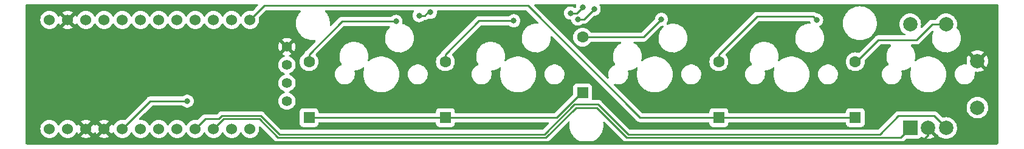
<source format=gtl>
%TF.GenerationSoftware,KiCad,Pcbnew,(5.99.0-12610-g07e01e6297)*%
%TF.CreationDate,2021-11-07T21:10:22+00:00*%
%TF.ProjectId,piccolo,70696363-6f6c-46f2-9e6b-696361645f70,rev?*%
%TF.SameCoordinates,Original*%
%TF.FileFunction,Copper,L1,Top*%
%TF.FilePolarity,Positive*%
%FSLAX46Y46*%
G04 Gerber Fmt 4.6, Leading zero omitted, Abs format (unit mm)*
G04 Created by KiCad (PCBNEW (5.99.0-12610-g07e01e6297)) date 2021-11-07 21:10:22*
%MOMM*%
%LPD*%
G01*
G04 APERTURE LIST*
%TA.AperFunction,ComponentPad*%
%ADD10R,1.600000X1.600000*%
%TD*%
%TA.AperFunction,ComponentPad*%
%ADD11C,1.600000*%
%TD*%
%TA.AperFunction,ComponentPad*%
%ADD12C,1.397000*%
%TD*%
%TA.AperFunction,ComponentPad*%
%ADD13R,2.000000X2.000000*%
%TD*%
%TA.AperFunction,ComponentPad*%
%ADD14C,2.000000*%
%TD*%
%TA.AperFunction,ComponentPad*%
%ADD15C,1.524000*%
%TD*%
%TA.AperFunction,ViaPad*%
%ADD16C,0.800000*%
%TD*%
%TA.AperFunction,Conductor*%
%ADD17C,0.250000*%
%TD*%
%TA.AperFunction,Conductor*%
%ADD18C,0.380000*%
%TD*%
G04 APERTURE END LIST*
D10*
%TO.P,D1,1,K*%
%TO.N,row0*%
X86776000Y-55250000D03*
D11*
%TO.P,D1,2,A*%
%TO.N,Net-(D1-Pad2)*%
X86776000Y-47450000D03*
%TD*%
D10*
%TO.P,D2,1,K*%
%TO.N,row0*%
X105776000Y-55250000D03*
D11*
%TO.P,D2,2,A*%
%TO.N,Net-(D2-Pad2)*%
X105776000Y-47450000D03*
%TD*%
D10*
%TO.P,D3,1,K*%
%TO.N,row0*%
X124876000Y-51811000D03*
D11*
%TO.P,D3,2,A*%
%TO.N,Net-(D3-Pad2)*%
X124876000Y-44011000D03*
%TD*%
D10*
%TO.P,D4,1,K*%
%TO.N,row1*%
X143876000Y-55250000D03*
D11*
%TO.P,D4,2,A*%
%TO.N,Net-(D4-Pad2)*%
X143876000Y-47450000D03*
%TD*%
D10*
%TO.P,D5,1,K*%
%TO.N,row1*%
X162876000Y-55250000D03*
D11*
%TO.P,D5,2,A*%
%TO.N,Net-(D5-Pad2)*%
X162876000Y-47450000D03*
%TD*%
D12*
%TO.P,OL1,4,GND*%
%TO.N,GND*%
X83693000Y-45339000D03*
%TO.P,OL1,3,VCC*%
%TO.N,VCC*%
X83693000Y-47879000D03*
%TO.P,OL1,2,SCL*%
%TO.N,SCL*%
X83693000Y-50419000D03*
%TO.P,OL1,1,SDA*%
%TO.N,SDA*%
X83693000Y-52959000D03*
%TD*%
D13*
%TO.P,ENC1,A,A*%
%TO.N,EncoderA*%
X170537500Y-56712500D03*
D14*
%TO.P,ENC1,B,B*%
%TO.N,EncoderB*%
X175537500Y-56712500D03*
%TO.P,ENC1,C,C*%
%TO.N,GND*%
X173037500Y-56712500D03*
%TO.P,ENC1,S1,S1*%
%TO.N,Net-(D5-Pad2)*%
X175537500Y-42212500D03*
%TO.P,ENC1,S2,S2*%
%TO.N,col1*%
X170537500Y-42212500D03*
%TD*%
D15*
%TO.P,U1,1,TX0/PD3*%
%TO.N,unconnected-(U1-Pad1)*%
X50609500Y-56823900D03*
%TO.P,U1,2,RX1/PD2*%
%TO.N,unconnected-(U1-Pad2)*%
X53149500Y-56823900D03*
%TO.P,U1,3,GND*%
%TO.N,GND*%
X55689500Y-56823900D03*
%TO.P,U1,4,GND*%
X58229500Y-56823900D03*
%TO.P,U1,5,2/PD1*%
%TO.N,SDA*%
X60769500Y-56823900D03*
%TO.P,U1,6,3/PD0*%
%TO.N,SCL*%
X63309500Y-56823900D03*
%TO.P,U1,7,4/PD4*%
%TO.N,unconnected-(U1-Pad7)*%
X65849500Y-56823900D03*
%TO.P,U1,8,5/PC6*%
%TO.N,unconnected-(U1-Pad8)*%
X68389500Y-56823900D03*
%TO.P,U1,9,6/PD7*%
%TO.N,EncoderB*%
X70929500Y-56823900D03*
%TO.P,U1,10,7/PE6*%
%TO.N,EncoderA*%
X73469500Y-56823900D03*
%TO.P,U1,11,8/PB4*%
%TO.N,unconnected-(U1-Pad11)*%
X76009500Y-56823900D03*
%TO.P,U1,12,9/PB5*%
%TO.N,row0*%
X78549500Y-56823900D03*
%TO.P,U1,13,10/PB6*%
%TO.N,row1*%
X78549500Y-41603900D03*
%TO.P,U1,14,16/PB2*%
%TO.N,unconnected-(U1-Pad14)*%
X76009500Y-41603900D03*
%TO.P,U1,15,14/PB3*%
%TO.N,col2*%
X73469500Y-41603900D03*
%TO.P,U1,16,15/PB1*%
%TO.N,col1*%
X70929500Y-41603900D03*
%TO.P,U1,17,A0/PF7*%
%TO.N,col0*%
X68389500Y-41603900D03*
%TO.P,U1,18,A1/PF6*%
%TO.N,unconnected-(U1-Pad18)*%
X65849500Y-41603900D03*
%TO.P,U1,19,A2/PF5*%
%TO.N,unconnected-(U1-Pad19)*%
X63309500Y-41603900D03*
%TO.P,U1,20,A3/PF4*%
%TO.N,unconnected-(U1-Pad20)*%
X60769500Y-41603900D03*
%TO.P,U1,21,VCC*%
%TO.N,VCC*%
X58229500Y-41603900D03*
%TO.P,U1,22,RST*%
%TO.N,Reset*%
X55689500Y-41603900D03*
%TO.P,U1,23,GND*%
%TO.N,GND*%
X53149500Y-41603900D03*
%TO.P,U1,24,RAW*%
%TO.N,unconnected-(U1-Pad24)*%
X50609500Y-41603900D03*
%TD*%
D14*
%TO.P,RESET1,1,1*%
%TO.N,Reset*%
X179900000Y-53850000D03*
%TO.P,RESET1,2,2*%
%TO.N,GND*%
X179900000Y-47350000D03*
%TD*%
D16*
%TO.N,Net-(D1-Pad2)*%
X98900000Y-41800000D03*
%TO.N,Net-(D2-Pad2)*%
X115300000Y-41711000D03*
%TO.N,Net-(D3-Pad2)*%
X135876000Y-41511000D03*
%TO.N,Net-(D4-Pad2)*%
X157500000Y-41600000D03*
%TO.N,col0*%
X102100000Y-41000000D03*
X124900000Y-39800000D03*
X123190000Y-40640000D03*
X103700000Y-40524500D03*
%TO.N,col1*%
X124211349Y-41486651D03*
X126500000Y-40100000D03*
%TO.N,GND*%
X65750000Y-45350000D03*
%TO.N,SDA*%
X69800000Y-52950000D03*
%TD*%
D17*
%TO.N,Net-(D1-Pad2)*%
X86776000Y-46411000D02*
X86776000Y-47450000D01*
X98900000Y-41800000D02*
X91387000Y-41800000D01*
X91387000Y-41800000D02*
X86776000Y-46411000D01*
%TO.N,row0*%
X124717564Y-51811000D02*
X121278564Y-55250000D01*
X124876000Y-51811000D02*
X124717564Y-51811000D01*
X121278564Y-55250000D02*
X105776000Y-55250000D01*
X105776000Y-55250000D02*
X86776000Y-55250000D01*
%TO.N,Net-(D2-Pad2)*%
X115300000Y-41711000D02*
X110476000Y-41711000D01*
X105776000Y-46411000D02*
X105776000Y-47450000D01*
X110476000Y-41711000D02*
X105776000Y-46411000D01*
%TO.N,Net-(D3-Pad2)*%
X124876000Y-44011000D02*
X133376000Y-44011000D01*
X133376000Y-44011000D02*
X135876000Y-41511000D01*
%TO.N,Net-(D4-Pad2)*%
X157500000Y-41600000D02*
X157011000Y-41111000D01*
X149176000Y-41111000D02*
X143876000Y-46411000D01*
X157011000Y-41111000D02*
X149176000Y-41111000D01*
X143876000Y-46411000D02*
X143876000Y-47450000D01*
%TO.N,row1*%
X143876000Y-55250000D02*
X132912352Y-55250000D01*
X117262352Y-39600000D02*
X80550600Y-39600000D01*
X80550600Y-39600000D02*
X78549500Y-41601100D01*
X132912352Y-55250000D02*
X117262352Y-39600000D01*
X162876000Y-55250000D02*
X143876000Y-55250000D01*
%TO.N,Net-(D5-Pad2)*%
X166100000Y-44400000D02*
X163050000Y-47450000D01*
X175537500Y-42212500D02*
X173587500Y-42212500D01*
X171400000Y-44400000D02*
X166100000Y-44400000D01*
X163050000Y-47450000D02*
X162876000Y-47450000D01*
X173587500Y-42212500D02*
X171400000Y-44400000D01*
%TO.N,col0*%
X102891000Y-41000000D02*
X103366500Y-40524500D01*
X102100000Y-41000000D02*
X102891000Y-41000000D01*
X124900000Y-39800000D02*
X124900000Y-39819000D01*
X124900000Y-39819000D02*
X124079000Y-40640000D01*
X124079000Y-40640000D02*
X123190000Y-40640000D01*
X103366500Y-40524500D02*
X103700000Y-40524500D01*
%TO.N,col1*%
X126500000Y-40100000D02*
X125113349Y-41486651D01*
X125113349Y-41486651D02*
X124211349Y-41486651D01*
D18*
%TO.N,GND*%
X172100000Y-58750000D02*
X60155600Y-58750000D01*
X173037500Y-56712500D02*
X173037500Y-57812500D01*
X173037500Y-57812500D02*
X172100000Y-58750000D01*
X65750000Y-45350000D02*
X56895600Y-45350000D01*
X60155600Y-58750000D02*
X58229500Y-56823900D01*
X56895600Y-45350000D02*
X53149500Y-41603900D01*
D17*
%TO.N,SDA*%
X64643400Y-52950000D02*
X60769500Y-56823900D01*
X69800000Y-52950000D02*
X64643400Y-52950000D01*
%TO.N,EncoderA*%
X126850000Y-53850000D02*
X123949999Y-53850000D01*
X79850000Y-55450000D02*
X74840600Y-55450000D01*
X74840600Y-55450000D02*
X73469500Y-56821100D01*
X123949999Y-53850000D02*
X119750479Y-58049520D01*
X170537500Y-56712500D02*
X169200480Y-58049520D01*
X119750479Y-58049520D02*
X82449520Y-58049520D01*
X131049520Y-58049520D02*
X126850000Y-53850000D01*
X169200480Y-58049520D02*
X131049520Y-58049520D01*
X82449520Y-58049520D02*
X79850000Y-55450000D01*
%TO.N,EncoderB*%
X131235718Y-57600000D02*
X166300000Y-57600000D01*
X123764282Y-53400000D02*
X127035718Y-53400000D01*
X127035718Y-53400000D02*
X131235718Y-57600000D01*
X119564282Y-57600000D02*
X123764282Y-53400000D01*
X80036198Y-55000480D02*
X82635718Y-57600000D01*
X74204883Y-55450000D02*
X74654403Y-55000480D01*
X166300000Y-57600000D02*
X168900000Y-55000000D01*
X74654403Y-55000480D02*
X80036198Y-55000480D01*
X173825000Y-55000000D02*
X175537500Y-56712500D01*
X72303400Y-55450000D02*
X74204883Y-55450000D01*
X82635718Y-57600000D02*
X119564282Y-57600000D01*
X168900000Y-55000000D02*
X173825000Y-55000000D01*
X70929500Y-56823900D02*
X72303400Y-55450000D01*
%TD*%
%TA.AperFunction,Conductor*%
%TO.N,GND*%
G36*
X79616876Y-39421752D02*
G01*
X79663369Y-39475408D01*
X79673473Y-39545682D01*
X79643979Y-39610262D01*
X79637853Y-39616843D01*
X79261616Y-39993079D01*
X78929512Y-40325183D01*
X78867200Y-40359208D01*
X78807806Y-40357794D01*
X78804923Y-40357022D01*
X78770963Y-40347922D01*
X78549500Y-40328547D01*
X78328037Y-40347922D01*
X78220928Y-40376622D01*
X78118614Y-40404037D01*
X78118612Y-40404038D01*
X78113304Y-40405460D01*
X78108323Y-40407782D01*
X78108322Y-40407783D01*
X77916811Y-40497086D01*
X77916806Y-40497089D01*
X77911824Y-40499412D01*
X77907317Y-40502568D01*
X77907315Y-40502569D01*
X77734230Y-40623764D01*
X77734227Y-40623766D01*
X77729719Y-40626923D01*
X77572523Y-40784119D01*
X77569366Y-40788627D01*
X77569364Y-40788630D01*
X77470492Y-40929834D01*
X77445012Y-40966224D01*
X77442689Y-40971206D01*
X77442686Y-40971211D01*
X77393695Y-41076273D01*
X77346777Y-41129558D01*
X77278500Y-41149019D01*
X77210540Y-41128477D01*
X77165305Y-41076273D01*
X77116314Y-40971211D01*
X77116311Y-40971206D01*
X77113988Y-40966224D01*
X77088508Y-40929834D01*
X76989636Y-40788630D01*
X76989634Y-40788627D01*
X76986477Y-40784119D01*
X76829281Y-40626923D01*
X76824773Y-40623766D01*
X76824770Y-40623764D01*
X76731189Y-40558238D01*
X76647177Y-40499412D01*
X76642195Y-40497089D01*
X76642190Y-40497086D01*
X76450678Y-40407783D01*
X76450677Y-40407782D01*
X76445696Y-40405460D01*
X76440388Y-40404038D01*
X76440386Y-40404037D01*
X76338072Y-40376622D01*
X76230963Y-40347922D01*
X76009500Y-40328547D01*
X75788037Y-40347922D01*
X75680928Y-40376622D01*
X75578614Y-40404037D01*
X75578612Y-40404038D01*
X75573304Y-40405460D01*
X75568323Y-40407782D01*
X75568322Y-40407783D01*
X75376811Y-40497086D01*
X75376806Y-40497089D01*
X75371824Y-40499412D01*
X75367317Y-40502568D01*
X75367315Y-40502569D01*
X75194230Y-40623764D01*
X75194227Y-40623766D01*
X75189719Y-40626923D01*
X75032523Y-40784119D01*
X75029366Y-40788627D01*
X75029364Y-40788630D01*
X74930492Y-40929834D01*
X74905012Y-40966224D01*
X74902689Y-40971206D01*
X74902686Y-40971211D01*
X74853695Y-41076273D01*
X74806777Y-41129558D01*
X74738500Y-41149019D01*
X74670540Y-41128477D01*
X74625305Y-41076273D01*
X74576314Y-40971211D01*
X74576311Y-40971206D01*
X74573988Y-40966224D01*
X74548508Y-40929834D01*
X74449636Y-40788630D01*
X74449634Y-40788627D01*
X74446477Y-40784119D01*
X74289281Y-40626923D01*
X74284773Y-40623766D01*
X74284770Y-40623764D01*
X74191189Y-40558238D01*
X74107177Y-40499412D01*
X74102195Y-40497089D01*
X74102190Y-40497086D01*
X73910678Y-40407783D01*
X73910677Y-40407782D01*
X73905696Y-40405460D01*
X73900388Y-40404038D01*
X73900386Y-40404037D01*
X73798072Y-40376622D01*
X73690963Y-40347922D01*
X73469500Y-40328547D01*
X73248037Y-40347922D01*
X73140928Y-40376622D01*
X73038614Y-40404037D01*
X73038612Y-40404038D01*
X73033304Y-40405460D01*
X73028323Y-40407782D01*
X73028322Y-40407783D01*
X72836811Y-40497086D01*
X72836806Y-40497089D01*
X72831824Y-40499412D01*
X72827317Y-40502568D01*
X72827315Y-40502569D01*
X72654230Y-40623764D01*
X72654227Y-40623766D01*
X72649719Y-40626923D01*
X72492523Y-40784119D01*
X72489366Y-40788627D01*
X72489364Y-40788630D01*
X72390492Y-40929834D01*
X72365012Y-40966224D01*
X72362689Y-40971206D01*
X72362686Y-40971211D01*
X72313695Y-41076273D01*
X72266777Y-41129558D01*
X72198500Y-41149019D01*
X72130540Y-41128477D01*
X72085305Y-41076273D01*
X72036314Y-40971211D01*
X72036311Y-40971206D01*
X72033988Y-40966224D01*
X72008508Y-40929834D01*
X71909636Y-40788630D01*
X71909634Y-40788627D01*
X71906477Y-40784119D01*
X71749281Y-40626923D01*
X71744773Y-40623766D01*
X71744770Y-40623764D01*
X71651189Y-40558238D01*
X71567177Y-40499412D01*
X71562195Y-40497089D01*
X71562190Y-40497086D01*
X71370678Y-40407783D01*
X71370677Y-40407782D01*
X71365696Y-40405460D01*
X71360388Y-40404038D01*
X71360386Y-40404037D01*
X71258072Y-40376622D01*
X71150963Y-40347922D01*
X70929500Y-40328547D01*
X70708037Y-40347922D01*
X70600928Y-40376622D01*
X70498614Y-40404037D01*
X70498612Y-40404038D01*
X70493304Y-40405460D01*
X70488323Y-40407782D01*
X70488322Y-40407783D01*
X70296811Y-40497086D01*
X70296806Y-40497089D01*
X70291824Y-40499412D01*
X70287317Y-40502568D01*
X70287315Y-40502569D01*
X70114230Y-40623764D01*
X70114227Y-40623766D01*
X70109719Y-40626923D01*
X69952523Y-40784119D01*
X69949366Y-40788627D01*
X69949364Y-40788630D01*
X69850492Y-40929834D01*
X69825012Y-40966224D01*
X69822689Y-40971206D01*
X69822686Y-40971211D01*
X69773695Y-41076273D01*
X69726777Y-41129558D01*
X69658500Y-41149019D01*
X69590540Y-41128477D01*
X69545305Y-41076273D01*
X69496314Y-40971211D01*
X69496311Y-40971206D01*
X69493988Y-40966224D01*
X69468508Y-40929834D01*
X69369636Y-40788630D01*
X69369634Y-40788627D01*
X69366477Y-40784119D01*
X69209281Y-40626923D01*
X69204773Y-40623766D01*
X69204770Y-40623764D01*
X69111189Y-40558238D01*
X69027177Y-40499412D01*
X69022195Y-40497089D01*
X69022190Y-40497086D01*
X68830678Y-40407783D01*
X68830677Y-40407782D01*
X68825696Y-40405460D01*
X68820388Y-40404038D01*
X68820386Y-40404037D01*
X68718072Y-40376622D01*
X68610963Y-40347922D01*
X68389500Y-40328547D01*
X68168037Y-40347922D01*
X68060928Y-40376622D01*
X67958614Y-40404037D01*
X67958612Y-40404038D01*
X67953304Y-40405460D01*
X67948323Y-40407782D01*
X67948322Y-40407783D01*
X67756811Y-40497086D01*
X67756806Y-40497089D01*
X67751824Y-40499412D01*
X67747317Y-40502568D01*
X67747315Y-40502569D01*
X67574230Y-40623764D01*
X67574227Y-40623766D01*
X67569719Y-40626923D01*
X67412523Y-40784119D01*
X67409366Y-40788627D01*
X67409364Y-40788630D01*
X67310492Y-40929834D01*
X67285012Y-40966224D01*
X67282689Y-40971206D01*
X67282686Y-40971211D01*
X67233695Y-41076273D01*
X67186777Y-41129558D01*
X67118500Y-41149019D01*
X67050540Y-41128477D01*
X67005305Y-41076273D01*
X66956314Y-40971211D01*
X66956311Y-40971206D01*
X66953988Y-40966224D01*
X66928508Y-40929834D01*
X66829636Y-40788630D01*
X66829634Y-40788627D01*
X66826477Y-40784119D01*
X66669281Y-40626923D01*
X66664773Y-40623766D01*
X66664770Y-40623764D01*
X66571189Y-40558238D01*
X66487177Y-40499412D01*
X66482195Y-40497089D01*
X66482190Y-40497086D01*
X66290678Y-40407783D01*
X66290677Y-40407782D01*
X66285696Y-40405460D01*
X66280388Y-40404038D01*
X66280386Y-40404037D01*
X66178072Y-40376622D01*
X66070963Y-40347922D01*
X65849500Y-40328547D01*
X65628037Y-40347922D01*
X65520928Y-40376622D01*
X65418614Y-40404037D01*
X65418612Y-40404038D01*
X65413304Y-40405460D01*
X65408323Y-40407782D01*
X65408322Y-40407783D01*
X65216811Y-40497086D01*
X65216806Y-40497089D01*
X65211824Y-40499412D01*
X65207317Y-40502568D01*
X65207315Y-40502569D01*
X65034230Y-40623764D01*
X65034227Y-40623766D01*
X65029719Y-40626923D01*
X64872523Y-40784119D01*
X64869366Y-40788627D01*
X64869364Y-40788630D01*
X64770492Y-40929834D01*
X64745012Y-40966224D01*
X64742689Y-40971206D01*
X64742686Y-40971211D01*
X64693695Y-41076273D01*
X64646777Y-41129558D01*
X64578500Y-41149019D01*
X64510540Y-41128477D01*
X64465305Y-41076273D01*
X64416314Y-40971211D01*
X64416311Y-40971206D01*
X64413988Y-40966224D01*
X64388508Y-40929834D01*
X64289636Y-40788630D01*
X64289634Y-40788627D01*
X64286477Y-40784119D01*
X64129281Y-40626923D01*
X64124773Y-40623766D01*
X64124770Y-40623764D01*
X64031189Y-40558238D01*
X63947177Y-40499412D01*
X63942195Y-40497089D01*
X63942190Y-40497086D01*
X63750678Y-40407783D01*
X63750677Y-40407782D01*
X63745696Y-40405460D01*
X63740388Y-40404038D01*
X63740386Y-40404037D01*
X63638072Y-40376622D01*
X63530963Y-40347922D01*
X63309500Y-40328547D01*
X63088037Y-40347922D01*
X62980928Y-40376622D01*
X62878614Y-40404037D01*
X62878612Y-40404038D01*
X62873304Y-40405460D01*
X62868323Y-40407782D01*
X62868322Y-40407783D01*
X62676811Y-40497086D01*
X62676806Y-40497089D01*
X62671824Y-40499412D01*
X62667317Y-40502568D01*
X62667315Y-40502569D01*
X62494230Y-40623764D01*
X62494227Y-40623766D01*
X62489719Y-40626923D01*
X62332523Y-40784119D01*
X62329366Y-40788627D01*
X62329364Y-40788630D01*
X62230492Y-40929834D01*
X62205012Y-40966224D01*
X62202689Y-40971206D01*
X62202686Y-40971211D01*
X62153695Y-41076273D01*
X62106777Y-41129558D01*
X62038500Y-41149019D01*
X61970540Y-41128477D01*
X61925305Y-41076273D01*
X61876314Y-40971211D01*
X61876311Y-40971206D01*
X61873988Y-40966224D01*
X61848508Y-40929834D01*
X61749636Y-40788630D01*
X61749634Y-40788627D01*
X61746477Y-40784119D01*
X61589281Y-40626923D01*
X61584773Y-40623766D01*
X61584770Y-40623764D01*
X61491189Y-40558238D01*
X61407177Y-40499412D01*
X61402195Y-40497089D01*
X61402190Y-40497086D01*
X61210678Y-40407783D01*
X61210677Y-40407782D01*
X61205696Y-40405460D01*
X61200388Y-40404038D01*
X61200386Y-40404037D01*
X61098072Y-40376622D01*
X60990963Y-40347922D01*
X60769500Y-40328547D01*
X60548037Y-40347922D01*
X60440928Y-40376622D01*
X60338614Y-40404037D01*
X60338612Y-40404038D01*
X60333304Y-40405460D01*
X60328323Y-40407782D01*
X60328322Y-40407783D01*
X60136811Y-40497086D01*
X60136806Y-40497089D01*
X60131824Y-40499412D01*
X60127317Y-40502568D01*
X60127315Y-40502569D01*
X59954230Y-40623764D01*
X59954227Y-40623766D01*
X59949719Y-40626923D01*
X59792523Y-40784119D01*
X59789366Y-40788627D01*
X59789364Y-40788630D01*
X59690492Y-40929834D01*
X59665012Y-40966224D01*
X59662689Y-40971206D01*
X59662686Y-40971211D01*
X59613695Y-41076273D01*
X59566777Y-41129558D01*
X59498500Y-41149019D01*
X59430540Y-41128477D01*
X59385305Y-41076273D01*
X59336314Y-40971211D01*
X59336311Y-40971206D01*
X59333988Y-40966224D01*
X59308508Y-40929834D01*
X59209636Y-40788630D01*
X59209634Y-40788627D01*
X59206477Y-40784119D01*
X59049281Y-40626923D01*
X59044773Y-40623766D01*
X59044770Y-40623764D01*
X58951189Y-40558238D01*
X58867177Y-40499412D01*
X58862195Y-40497089D01*
X58862190Y-40497086D01*
X58670678Y-40407783D01*
X58670677Y-40407782D01*
X58665696Y-40405460D01*
X58660388Y-40404038D01*
X58660386Y-40404037D01*
X58558072Y-40376622D01*
X58450963Y-40347922D01*
X58229500Y-40328547D01*
X58008037Y-40347922D01*
X57900928Y-40376622D01*
X57798614Y-40404037D01*
X57798612Y-40404038D01*
X57793304Y-40405460D01*
X57788323Y-40407782D01*
X57788322Y-40407783D01*
X57596811Y-40497086D01*
X57596806Y-40497089D01*
X57591824Y-40499412D01*
X57587317Y-40502568D01*
X57587315Y-40502569D01*
X57414230Y-40623764D01*
X57414227Y-40623766D01*
X57409719Y-40626923D01*
X57252523Y-40784119D01*
X57249366Y-40788627D01*
X57249364Y-40788630D01*
X57150492Y-40929834D01*
X57125012Y-40966224D01*
X57122689Y-40971206D01*
X57122686Y-40971211D01*
X57073695Y-41076273D01*
X57026777Y-41129558D01*
X56958500Y-41149019D01*
X56890540Y-41128477D01*
X56845305Y-41076273D01*
X56796314Y-40971211D01*
X56796311Y-40971206D01*
X56793988Y-40966224D01*
X56768508Y-40929834D01*
X56669636Y-40788630D01*
X56669634Y-40788627D01*
X56666477Y-40784119D01*
X56509281Y-40626923D01*
X56504773Y-40623766D01*
X56504770Y-40623764D01*
X56411189Y-40558238D01*
X56327177Y-40499412D01*
X56322195Y-40497089D01*
X56322190Y-40497086D01*
X56130678Y-40407783D01*
X56130677Y-40407782D01*
X56125696Y-40405460D01*
X56120388Y-40404038D01*
X56120386Y-40404037D01*
X56018072Y-40376622D01*
X55910963Y-40347922D01*
X55689500Y-40328547D01*
X55468037Y-40347922D01*
X55360928Y-40376622D01*
X55258614Y-40404037D01*
X55258612Y-40404038D01*
X55253304Y-40405460D01*
X55248323Y-40407782D01*
X55248322Y-40407783D01*
X55056811Y-40497086D01*
X55056806Y-40497089D01*
X55051824Y-40499412D01*
X55047317Y-40502568D01*
X55047315Y-40502569D01*
X54874230Y-40623764D01*
X54874227Y-40623766D01*
X54869719Y-40626923D01*
X54712523Y-40784119D01*
X54709366Y-40788627D01*
X54709364Y-40788630D01*
X54610492Y-40929834D01*
X54585012Y-40966224D01*
X54582689Y-40971206D01*
X54582686Y-40971211D01*
X54533419Y-41076865D01*
X54486501Y-41130150D01*
X54418224Y-41149611D01*
X54350264Y-41129069D01*
X54305029Y-41076865D01*
X54255877Y-40971459D01*
X54250397Y-40961968D01*
X54219706Y-40918135D01*
X54209229Y-40909760D01*
X54195782Y-40916828D01*
X53521522Y-41591088D01*
X53513908Y-41605032D01*
X53514039Y-41606865D01*
X53518290Y-41613480D01*
X54196503Y-42291693D01*
X54208277Y-42298123D01*
X54220293Y-42288826D01*
X54250397Y-42245832D01*
X54255877Y-42236341D01*
X54305029Y-42130935D01*
X54351947Y-42077650D01*
X54420224Y-42058189D01*
X54488184Y-42078731D01*
X54533419Y-42130935D01*
X54582686Y-42236589D01*
X54582689Y-42236594D01*
X54585012Y-42241576D01*
X54588168Y-42246083D01*
X54588169Y-42246085D01*
X54707587Y-42416631D01*
X54712523Y-42423681D01*
X54869719Y-42580877D01*
X54874227Y-42584034D01*
X54874230Y-42584036D01*
X54910788Y-42609634D01*
X55051823Y-42708388D01*
X55056805Y-42710711D01*
X55056810Y-42710714D01*
X55247310Y-42799545D01*
X55253304Y-42802340D01*
X55258612Y-42803762D01*
X55258614Y-42803763D01*
X55324449Y-42821403D01*
X55468037Y-42859878D01*
X55689500Y-42879253D01*
X55910963Y-42859878D01*
X56054551Y-42821403D01*
X56120386Y-42803763D01*
X56120388Y-42803762D01*
X56125696Y-42802340D01*
X56131690Y-42799545D01*
X56322190Y-42710714D01*
X56322195Y-42710711D01*
X56327177Y-42708388D01*
X56468212Y-42609634D01*
X56504770Y-42584036D01*
X56504773Y-42584034D01*
X56509281Y-42580877D01*
X56666477Y-42423681D01*
X56671414Y-42416631D01*
X56790831Y-42246085D01*
X56790832Y-42246083D01*
X56793988Y-42241576D01*
X56796311Y-42236594D01*
X56796314Y-42236589D01*
X56845305Y-42131527D01*
X56892223Y-42078242D01*
X56960500Y-42058781D01*
X57028460Y-42079323D01*
X57073695Y-42131527D01*
X57122686Y-42236589D01*
X57122689Y-42236594D01*
X57125012Y-42241576D01*
X57128168Y-42246083D01*
X57128169Y-42246085D01*
X57247587Y-42416631D01*
X57252523Y-42423681D01*
X57409719Y-42580877D01*
X57414227Y-42584034D01*
X57414230Y-42584036D01*
X57450788Y-42609634D01*
X57591823Y-42708388D01*
X57596805Y-42710711D01*
X57596810Y-42710714D01*
X57787310Y-42799545D01*
X57793304Y-42802340D01*
X57798612Y-42803762D01*
X57798614Y-42803763D01*
X57864449Y-42821403D01*
X58008037Y-42859878D01*
X58229500Y-42879253D01*
X58450963Y-42859878D01*
X58594551Y-42821403D01*
X58660386Y-42803763D01*
X58660388Y-42803762D01*
X58665696Y-42802340D01*
X58671690Y-42799545D01*
X58862190Y-42710714D01*
X58862195Y-42710711D01*
X58867177Y-42708388D01*
X59008212Y-42609634D01*
X59044770Y-42584036D01*
X59044773Y-42584034D01*
X59049281Y-42580877D01*
X59206477Y-42423681D01*
X59211414Y-42416631D01*
X59330831Y-42246085D01*
X59330832Y-42246083D01*
X59333988Y-42241576D01*
X59336311Y-42236594D01*
X59336314Y-42236589D01*
X59385305Y-42131527D01*
X59432223Y-42078242D01*
X59500500Y-42058781D01*
X59568460Y-42079323D01*
X59613695Y-42131527D01*
X59662686Y-42236589D01*
X59662689Y-42236594D01*
X59665012Y-42241576D01*
X59668168Y-42246083D01*
X59668169Y-42246085D01*
X59787587Y-42416631D01*
X59792523Y-42423681D01*
X59949719Y-42580877D01*
X59954227Y-42584034D01*
X59954230Y-42584036D01*
X59990788Y-42609634D01*
X60131823Y-42708388D01*
X60136805Y-42710711D01*
X60136810Y-42710714D01*
X60327310Y-42799545D01*
X60333304Y-42802340D01*
X60338612Y-42803762D01*
X60338614Y-42803763D01*
X60404449Y-42821403D01*
X60548037Y-42859878D01*
X60769500Y-42879253D01*
X60990963Y-42859878D01*
X61134551Y-42821403D01*
X61200386Y-42803763D01*
X61200388Y-42803762D01*
X61205696Y-42802340D01*
X61211690Y-42799545D01*
X61402190Y-42710714D01*
X61402195Y-42710711D01*
X61407177Y-42708388D01*
X61548212Y-42609634D01*
X61584770Y-42584036D01*
X61584773Y-42584034D01*
X61589281Y-42580877D01*
X61746477Y-42423681D01*
X61751414Y-42416631D01*
X61870831Y-42246085D01*
X61870832Y-42246083D01*
X61873988Y-42241576D01*
X61876311Y-42236594D01*
X61876314Y-42236589D01*
X61925305Y-42131527D01*
X61972223Y-42078242D01*
X62040500Y-42058781D01*
X62108460Y-42079323D01*
X62153695Y-42131527D01*
X62202686Y-42236589D01*
X62202689Y-42236594D01*
X62205012Y-42241576D01*
X62208168Y-42246083D01*
X62208169Y-42246085D01*
X62327587Y-42416631D01*
X62332523Y-42423681D01*
X62489719Y-42580877D01*
X62494227Y-42584034D01*
X62494230Y-42584036D01*
X62530788Y-42609634D01*
X62671823Y-42708388D01*
X62676805Y-42710711D01*
X62676810Y-42710714D01*
X62867310Y-42799545D01*
X62873304Y-42802340D01*
X62878612Y-42803762D01*
X62878614Y-42803763D01*
X62944449Y-42821403D01*
X63088037Y-42859878D01*
X63309500Y-42879253D01*
X63530963Y-42859878D01*
X63674551Y-42821403D01*
X63740386Y-42803763D01*
X63740388Y-42803762D01*
X63745696Y-42802340D01*
X63751690Y-42799545D01*
X63942190Y-42710714D01*
X63942195Y-42710711D01*
X63947177Y-42708388D01*
X64088212Y-42609634D01*
X64124770Y-42584036D01*
X64124773Y-42584034D01*
X64129281Y-42580877D01*
X64286477Y-42423681D01*
X64291414Y-42416631D01*
X64410831Y-42246085D01*
X64410832Y-42246083D01*
X64413988Y-42241576D01*
X64416311Y-42236594D01*
X64416314Y-42236589D01*
X64465305Y-42131527D01*
X64512223Y-42078242D01*
X64580500Y-42058781D01*
X64648460Y-42079323D01*
X64693695Y-42131527D01*
X64742686Y-42236589D01*
X64742689Y-42236594D01*
X64745012Y-42241576D01*
X64748168Y-42246083D01*
X64748169Y-42246085D01*
X64867587Y-42416631D01*
X64872523Y-42423681D01*
X65029719Y-42580877D01*
X65034227Y-42584034D01*
X65034230Y-42584036D01*
X65070788Y-42609634D01*
X65211823Y-42708388D01*
X65216805Y-42710711D01*
X65216810Y-42710714D01*
X65407310Y-42799545D01*
X65413304Y-42802340D01*
X65418612Y-42803762D01*
X65418614Y-42803763D01*
X65484449Y-42821403D01*
X65628037Y-42859878D01*
X65849500Y-42879253D01*
X66070963Y-42859878D01*
X66214551Y-42821403D01*
X66280386Y-42803763D01*
X66280388Y-42803762D01*
X66285696Y-42802340D01*
X66291690Y-42799545D01*
X66482190Y-42710714D01*
X66482195Y-42710711D01*
X66487177Y-42708388D01*
X66628212Y-42609634D01*
X66664770Y-42584036D01*
X66664773Y-42584034D01*
X66669281Y-42580877D01*
X66826477Y-42423681D01*
X66831414Y-42416631D01*
X66950831Y-42246085D01*
X66950832Y-42246083D01*
X66953988Y-42241576D01*
X66956311Y-42236594D01*
X66956314Y-42236589D01*
X67005305Y-42131527D01*
X67052223Y-42078242D01*
X67120500Y-42058781D01*
X67188460Y-42079323D01*
X67233695Y-42131527D01*
X67282686Y-42236589D01*
X67282689Y-42236594D01*
X67285012Y-42241576D01*
X67288168Y-42246083D01*
X67288169Y-42246085D01*
X67407587Y-42416631D01*
X67412523Y-42423681D01*
X67569719Y-42580877D01*
X67574227Y-42584034D01*
X67574230Y-42584036D01*
X67610788Y-42609634D01*
X67751823Y-42708388D01*
X67756805Y-42710711D01*
X67756810Y-42710714D01*
X67947310Y-42799545D01*
X67953304Y-42802340D01*
X67958612Y-42803762D01*
X67958614Y-42803763D01*
X68024449Y-42821403D01*
X68168037Y-42859878D01*
X68389500Y-42879253D01*
X68610963Y-42859878D01*
X68754551Y-42821403D01*
X68820386Y-42803763D01*
X68820388Y-42803762D01*
X68825696Y-42802340D01*
X68831690Y-42799545D01*
X69022190Y-42710714D01*
X69022195Y-42710711D01*
X69027177Y-42708388D01*
X69168212Y-42609634D01*
X69204770Y-42584036D01*
X69204773Y-42584034D01*
X69209281Y-42580877D01*
X69366477Y-42423681D01*
X69371414Y-42416631D01*
X69490831Y-42246085D01*
X69490832Y-42246083D01*
X69493988Y-42241576D01*
X69496311Y-42236594D01*
X69496314Y-42236589D01*
X69545305Y-42131527D01*
X69592223Y-42078242D01*
X69660500Y-42058781D01*
X69728460Y-42079323D01*
X69773695Y-42131527D01*
X69822686Y-42236589D01*
X69822689Y-42236594D01*
X69825012Y-42241576D01*
X69828168Y-42246083D01*
X69828169Y-42246085D01*
X69947587Y-42416631D01*
X69952523Y-42423681D01*
X70109719Y-42580877D01*
X70114227Y-42584034D01*
X70114230Y-42584036D01*
X70150788Y-42609634D01*
X70291823Y-42708388D01*
X70296805Y-42710711D01*
X70296810Y-42710714D01*
X70487310Y-42799545D01*
X70493304Y-42802340D01*
X70498612Y-42803762D01*
X70498614Y-42803763D01*
X70564449Y-42821403D01*
X70708037Y-42859878D01*
X70929500Y-42879253D01*
X71150963Y-42859878D01*
X71294551Y-42821403D01*
X71360386Y-42803763D01*
X71360388Y-42803762D01*
X71365696Y-42802340D01*
X71371690Y-42799545D01*
X71562190Y-42710714D01*
X71562195Y-42710711D01*
X71567177Y-42708388D01*
X71708212Y-42609634D01*
X71744770Y-42584036D01*
X71744773Y-42584034D01*
X71749281Y-42580877D01*
X71906477Y-42423681D01*
X71911414Y-42416631D01*
X72030831Y-42246085D01*
X72030832Y-42246083D01*
X72033988Y-42241576D01*
X72036311Y-42236594D01*
X72036314Y-42236589D01*
X72085305Y-42131527D01*
X72132223Y-42078242D01*
X72200500Y-42058781D01*
X72268460Y-42079323D01*
X72313695Y-42131527D01*
X72362686Y-42236589D01*
X72362689Y-42236594D01*
X72365012Y-42241576D01*
X72368168Y-42246083D01*
X72368169Y-42246085D01*
X72487587Y-42416631D01*
X72492523Y-42423681D01*
X72649719Y-42580877D01*
X72654227Y-42584034D01*
X72654230Y-42584036D01*
X72690788Y-42609634D01*
X72831823Y-42708388D01*
X72836805Y-42710711D01*
X72836810Y-42710714D01*
X73027310Y-42799545D01*
X73033304Y-42802340D01*
X73038612Y-42803762D01*
X73038614Y-42803763D01*
X73104449Y-42821403D01*
X73248037Y-42859878D01*
X73469500Y-42879253D01*
X73690963Y-42859878D01*
X73834551Y-42821403D01*
X73900386Y-42803763D01*
X73900388Y-42803762D01*
X73905696Y-42802340D01*
X73911690Y-42799545D01*
X74102190Y-42710714D01*
X74102195Y-42710711D01*
X74107177Y-42708388D01*
X74248212Y-42609634D01*
X74284770Y-42584036D01*
X74284773Y-42584034D01*
X74289281Y-42580877D01*
X74446477Y-42423681D01*
X74451414Y-42416631D01*
X74570831Y-42246085D01*
X74570832Y-42246083D01*
X74573988Y-42241576D01*
X74576311Y-42236594D01*
X74576314Y-42236589D01*
X74625305Y-42131527D01*
X74672223Y-42078242D01*
X74740500Y-42058781D01*
X74808460Y-42079323D01*
X74853695Y-42131527D01*
X74902686Y-42236589D01*
X74902689Y-42236594D01*
X74905012Y-42241576D01*
X74908168Y-42246083D01*
X74908169Y-42246085D01*
X75027587Y-42416631D01*
X75032523Y-42423681D01*
X75189719Y-42580877D01*
X75194227Y-42584034D01*
X75194230Y-42584036D01*
X75230788Y-42609634D01*
X75371823Y-42708388D01*
X75376805Y-42710711D01*
X75376810Y-42710714D01*
X75567310Y-42799545D01*
X75573304Y-42802340D01*
X75578612Y-42803762D01*
X75578614Y-42803763D01*
X75644449Y-42821403D01*
X75788037Y-42859878D01*
X76009500Y-42879253D01*
X76230963Y-42859878D01*
X76374551Y-42821403D01*
X76440386Y-42803763D01*
X76440388Y-42803762D01*
X76445696Y-42802340D01*
X76451690Y-42799545D01*
X76642190Y-42710714D01*
X76642195Y-42710711D01*
X76647177Y-42708388D01*
X76788212Y-42609634D01*
X76824770Y-42584036D01*
X76824773Y-42584034D01*
X76829281Y-42580877D01*
X76986477Y-42423681D01*
X76991414Y-42416631D01*
X77110831Y-42246085D01*
X77110832Y-42246083D01*
X77113988Y-42241576D01*
X77116311Y-42236594D01*
X77116314Y-42236589D01*
X77165305Y-42131527D01*
X77212223Y-42078242D01*
X77280500Y-42058781D01*
X77348460Y-42079323D01*
X77393695Y-42131527D01*
X77442686Y-42236589D01*
X77442689Y-42236594D01*
X77445012Y-42241576D01*
X77448168Y-42246083D01*
X77448169Y-42246085D01*
X77567587Y-42416631D01*
X77572523Y-42423681D01*
X77729719Y-42580877D01*
X77734227Y-42584034D01*
X77734230Y-42584036D01*
X77770788Y-42609634D01*
X77911823Y-42708388D01*
X77916805Y-42710711D01*
X77916810Y-42710714D01*
X78107310Y-42799545D01*
X78113304Y-42802340D01*
X78118612Y-42803762D01*
X78118614Y-42803763D01*
X78184449Y-42821403D01*
X78328037Y-42859878D01*
X78549500Y-42879253D01*
X78770963Y-42859878D01*
X78914551Y-42821403D01*
X78980386Y-42803763D01*
X78980388Y-42803762D01*
X78985696Y-42802340D01*
X78991690Y-42799545D01*
X79182190Y-42710714D01*
X79182195Y-42710711D01*
X79187177Y-42708388D01*
X79328212Y-42609634D01*
X79364770Y-42584036D01*
X79364773Y-42584034D01*
X79369281Y-42580877D01*
X79526477Y-42423681D01*
X79531414Y-42416631D01*
X79650831Y-42246085D01*
X79650832Y-42246083D01*
X79653988Y-42241576D01*
X79656311Y-42236594D01*
X79656314Y-42236589D01*
X79745617Y-42045078D01*
X79745618Y-42045077D01*
X79747940Y-42040096D01*
X79750634Y-42030044D01*
X79786989Y-41894365D01*
X79805478Y-41825363D01*
X79824853Y-41603900D01*
X79805478Y-41382437D01*
X79804054Y-41377123D01*
X79804053Y-41377117D01*
X79794423Y-41341177D01*
X79796112Y-41270201D01*
X79827032Y-41219472D01*
X80776102Y-40270403D01*
X80838412Y-40236379D01*
X80865195Y-40233500D01*
X85506911Y-40233500D01*
X85575032Y-40253502D01*
X85621525Y-40307158D01*
X85631629Y-40377432D01*
X85601644Y-40442577D01*
X85537837Y-40515334D01*
X85440079Y-40626805D01*
X85440075Y-40626811D01*
X85437361Y-40629905D01*
X85435072Y-40633331D01*
X85435068Y-40633336D01*
X85280770Y-40864260D01*
X85265596Y-40886970D01*
X85262226Y-40893803D01*
X85130680Y-41160550D01*
X85130677Y-41160558D01*
X85128854Y-41164254D01*
X85127525Y-41168169D01*
X85032982Y-41446685D01*
X85029475Y-41457015D01*
X84987202Y-41669540D01*
X84971254Y-41749718D01*
X84969160Y-41760243D01*
X84968891Y-41764354D01*
X84968890Y-41764358D01*
X84954390Y-41985582D01*
X84948939Y-42068750D01*
X84949209Y-42072869D01*
X84967416Y-42350645D01*
X84969160Y-42377257D01*
X84969964Y-42381297D01*
X84969964Y-42381300D01*
X84978135Y-42422379D01*
X85029475Y-42680485D01*
X85030800Y-42684389D01*
X85030801Y-42684392D01*
X85127525Y-42969331D01*
X85128854Y-42973246D01*
X85130677Y-42976942D01*
X85130680Y-42976950D01*
X85215741Y-43149434D01*
X85265596Y-43250530D01*
X85267890Y-43253963D01*
X85267891Y-43253965D01*
X85389975Y-43436676D01*
X85437361Y-43507595D01*
X85440075Y-43510689D01*
X85440079Y-43510695D01*
X85612265Y-43707035D01*
X85641210Y-43740040D01*
X85644299Y-43742749D01*
X85870555Y-43941171D01*
X85870561Y-43941175D01*
X85873655Y-43943889D01*
X85877081Y-43946178D01*
X85877086Y-43946182D01*
X85982287Y-44016475D01*
X86130719Y-44115654D01*
X86134418Y-44117478D01*
X86134423Y-44117481D01*
X86169916Y-44134984D01*
X86408004Y-44252396D01*
X86411909Y-44253721D01*
X86411910Y-44253722D01*
X86696858Y-44350449D01*
X86696861Y-44350450D01*
X86700765Y-44351775D01*
X86927461Y-44396867D01*
X86999950Y-44411286D01*
X86999953Y-44411286D01*
X87003993Y-44412090D01*
X87008104Y-44412359D01*
X87008108Y-44412360D01*
X87308381Y-44432041D01*
X87312500Y-44432311D01*
X87563046Y-44415889D01*
X87632329Y-44431393D01*
X87682232Y-44481893D01*
X87696910Y-44551355D01*
X87671704Y-44617727D01*
X87660383Y-44630713D01*
X86989548Y-45301547D01*
X86383747Y-45907348D01*
X86375461Y-45914888D01*
X86368982Y-45919000D01*
X86363557Y-45924777D01*
X86322357Y-45968651D01*
X86319602Y-45971493D01*
X86299865Y-45991230D01*
X86297385Y-45994427D01*
X86289682Y-46003447D01*
X86259414Y-46035679D01*
X86255595Y-46042625D01*
X86255593Y-46042628D01*
X86249652Y-46053434D01*
X86238801Y-46069953D01*
X86226386Y-46085959D01*
X86223241Y-46093228D01*
X86223238Y-46093232D01*
X86208826Y-46126537D01*
X86203609Y-46137187D01*
X86182305Y-46175940D01*
X86180334Y-46183615D01*
X86180334Y-46183616D01*
X86177267Y-46195562D01*
X86170863Y-46214266D01*
X86162819Y-46232855D01*
X86161579Y-46240681D01*
X86159366Y-46248299D01*
X86156637Y-46247506D01*
X86132023Y-46299426D01*
X86110258Y-46318774D01*
X85936211Y-46440643D01*
X85936208Y-46440645D01*
X85931700Y-46443802D01*
X85769802Y-46605700D01*
X85638477Y-46793251D01*
X85636154Y-46798233D01*
X85636151Y-46798238D01*
X85547929Y-46987433D01*
X85541716Y-47000757D01*
X85540294Y-47006065D01*
X85540293Y-47006067D01*
X85484329Y-47214927D01*
X85482457Y-47221913D01*
X85462502Y-47450000D01*
X85482457Y-47678087D01*
X85483881Y-47683400D01*
X85483881Y-47683402D01*
X85531751Y-47862052D01*
X85541716Y-47899243D01*
X85544039Y-47904224D01*
X85544039Y-47904225D01*
X85636151Y-48101762D01*
X85636154Y-48101767D01*
X85638477Y-48106749D01*
X85704489Y-48201023D01*
X85766430Y-48289484D01*
X85769802Y-48294300D01*
X85931700Y-48456198D01*
X85936208Y-48459355D01*
X85936211Y-48459357D01*
X86014389Y-48514098D01*
X86119251Y-48587523D01*
X86124233Y-48589846D01*
X86124238Y-48589849D01*
X86307649Y-48675374D01*
X86326757Y-48684284D01*
X86332065Y-48685706D01*
X86332067Y-48685707D01*
X86542598Y-48742119D01*
X86542600Y-48742119D01*
X86547913Y-48743543D01*
X86776000Y-48763498D01*
X87004087Y-48743543D01*
X87009400Y-48742119D01*
X87009402Y-48742119D01*
X87219933Y-48685707D01*
X87219935Y-48685706D01*
X87225243Y-48684284D01*
X87244351Y-48675374D01*
X87427762Y-48589849D01*
X87427767Y-48589846D01*
X87432749Y-48587523D01*
X87537611Y-48514098D01*
X87615789Y-48459357D01*
X87615792Y-48459355D01*
X87620300Y-48456198D01*
X87782198Y-48294300D01*
X87785571Y-48289484D01*
X87847511Y-48201023D01*
X87913523Y-48106749D01*
X87915846Y-48101767D01*
X87915849Y-48101762D01*
X88007961Y-47904225D01*
X88007961Y-47904224D01*
X88010284Y-47899243D01*
X88020250Y-47862052D01*
X88068119Y-47683402D01*
X88068119Y-47683400D01*
X88069543Y-47678087D01*
X88089498Y-47450000D01*
X88069543Y-47221913D01*
X88067671Y-47214927D01*
X88011707Y-47006067D01*
X88011706Y-47006065D01*
X88010284Y-47000757D01*
X88004071Y-46987433D01*
X87915849Y-46798238D01*
X87915846Y-46798233D01*
X87913523Y-46793251D01*
X87782198Y-46605700D01*
X87718796Y-46542298D01*
X87684770Y-46479986D01*
X87689835Y-46409171D01*
X87718796Y-46364108D01*
X89639748Y-44443157D01*
X91612500Y-42470405D01*
X91674812Y-42436379D01*
X91701595Y-42433500D01*
X97928164Y-42433500D01*
X97996285Y-42453502D01*
X98042778Y-42507158D01*
X98052882Y-42577432D01*
X98023388Y-42642012D01*
X98015888Y-42649737D01*
X98014818Y-42650594D01*
X97982745Y-42684392D01*
X97829385Y-42846000D01*
X97826308Y-42849242D01*
X97666502Y-43071636D01*
X97538357Y-43313661D01*
X97536885Y-43317684D01*
X97536883Y-43317688D01*
X97466252Y-43510695D01*
X97444243Y-43570837D01*
X97385904Y-43838407D01*
X97364417Y-44111418D01*
X97380182Y-44384820D01*
X97381007Y-44389025D01*
X97381008Y-44389033D01*
X97401643Y-44494207D01*
X97432905Y-44653553D01*
X97434292Y-44657603D01*
X97434293Y-44657608D01*
X97520223Y-44908588D01*
X97521612Y-44912644D01*
X97644660Y-45157299D01*
X97647086Y-45160828D01*
X97647089Y-45160834D01*
X97778345Y-45351811D01*
X97799774Y-45382990D01*
X97802661Y-45386163D01*
X97802662Y-45386164D01*
X97841165Y-45428478D01*
X97984082Y-45585543D01*
X98194175Y-45761207D01*
X98197816Y-45763491D01*
X98422524Y-45904451D01*
X98422528Y-45904453D01*
X98426164Y-45906734D01*
X98550961Y-45963082D01*
X98671845Y-46017664D01*
X98671849Y-46017666D01*
X98675757Y-46019430D01*
X98679877Y-46020650D01*
X98679876Y-46020650D01*
X98934223Y-46095991D01*
X98934227Y-46095992D01*
X98938336Y-46097209D01*
X98942570Y-46097857D01*
X98942575Y-46097858D01*
X99204798Y-46137983D01*
X99204800Y-46137983D01*
X99209040Y-46138632D01*
X99348412Y-46140822D01*
X99478571Y-46142867D01*
X99478577Y-46142867D01*
X99482862Y-46142934D01*
X99754735Y-46110034D01*
X100019627Y-46040541D01*
X100023587Y-46038901D01*
X100023592Y-46038899D01*
X100193184Y-45968651D01*
X100272636Y-45935741D01*
X100509082Y-45797573D01*
X100724589Y-45628594D01*
X100741023Y-45611636D01*
X100912186Y-45435009D01*
X100915169Y-45431931D01*
X100917702Y-45428483D01*
X100917706Y-45428478D01*
X101074757Y-45214678D01*
X101077295Y-45211223D01*
X101089949Y-45187917D01*
X101205918Y-44974330D01*
X101205919Y-44974328D01*
X101207968Y-44970554D01*
X101304769Y-44714377D01*
X101353588Y-44501221D01*
X101364949Y-44451617D01*
X101364950Y-44451613D01*
X101365907Y-44447433D01*
X101366765Y-44437827D01*
X101390031Y-44177127D01*
X101390031Y-44177125D01*
X101390251Y-44174661D01*
X101390693Y-44132500D01*
X101388965Y-44107148D01*
X101372359Y-43863555D01*
X101372358Y-43863549D01*
X101372067Y-43859278D01*
X101368454Y-43841829D01*
X101317401Y-43595309D01*
X101316532Y-43591112D01*
X101225117Y-43332965D01*
X101137290Y-43162803D01*
X101101478Y-43093419D01*
X101101478Y-43093418D01*
X101099513Y-43089612D01*
X101089540Y-43075421D01*
X100962660Y-42894889D01*
X100942045Y-42865557D01*
X100858167Y-42775293D01*
X100758546Y-42668088D01*
X100758543Y-42668085D01*
X100755625Y-42664945D01*
X100752310Y-42662231D01*
X100752306Y-42662228D01*
X100578322Y-42519824D01*
X100543705Y-42491490D01*
X100310204Y-42348401D01*
X100306268Y-42346673D01*
X100063373Y-42240049D01*
X100063369Y-42240048D01*
X100059445Y-42238325D01*
X99913080Y-42196632D01*
X99867900Y-42183762D01*
X99807865Y-42145863D01*
X99777851Y-42081523D01*
X99782586Y-42023647D01*
X99791502Y-41996206D01*
X99793542Y-41989928D01*
X99794510Y-41980723D01*
X99812814Y-41806565D01*
X99813504Y-41800000D01*
X99809325Y-41760243D01*
X99794232Y-41616635D01*
X99794232Y-41616633D01*
X99793542Y-41610072D01*
X99734527Y-41428444D01*
X99639040Y-41263056D01*
X99622882Y-41245110D01*
X99515675Y-41126045D01*
X99515674Y-41126044D01*
X99511253Y-41121134D01*
X99401592Y-41041460D01*
X99362094Y-41012763D01*
X99362093Y-41012762D01*
X99356752Y-41008882D01*
X99350724Y-41006198D01*
X99350722Y-41006197D01*
X99188319Y-40933891D01*
X99188318Y-40933891D01*
X99182288Y-40931206D01*
X99081003Y-40909677D01*
X99001944Y-40892872D01*
X99001939Y-40892872D01*
X98995487Y-40891500D01*
X98804513Y-40891500D01*
X98798061Y-40892872D01*
X98798056Y-40892872D01*
X98718997Y-40909677D01*
X98617712Y-40931206D01*
X98611682Y-40933891D01*
X98611681Y-40933891D01*
X98449278Y-41006197D01*
X98449276Y-41006198D01*
X98443248Y-41008882D01*
X98437907Y-41012762D01*
X98437906Y-41012763D01*
X98351492Y-41075547D01*
X98288747Y-41121134D01*
X98284332Y-41126037D01*
X98279420Y-41130460D01*
X98278295Y-41129211D01*
X98224986Y-41162051D01*
X98191800Y-41166500D01*
X91465768Y-41166500D01*
X91454585Y-41165973D01*
X91447092Y-41164298D01*
X91439166Y-41164547D01*
X91439165Y-41164547D01*
X91379002Y-41166438D01*
X91375044Y-41166500D01*
X91347144Y-41166500D01*
X91343154Y-41167004D01*
X91331320Y-41167936D01*
X91287111Y-41169326D01*
X91279497Y-41171538D01*
X91279492Y-41171539D01*
X91267659Y-41174977D01*
X91248296Y-41178988D01*
X91228203Y-41181526D01*
X91220836Y-41184443D01*
X91220831Y-41184444D01*
X91187092Y-41197802D01*
X91175865Y-41201646D01*
X91133407Y-41213982D01*
X91126581Y-41218019D01*
X91115972Y-41224293D01*
X91098224Y-41232988D01*
X91079383Y-41240448D01*
X91072967Y-41245110D01*
X91072966Y-41245110D01*
X91043613Y-41266436D01*
X91033693Y-41272952D01*
X91002465Y-41291420D01*
X91002462Y-41291422D01*
X90995638Y-41295458D01*
X90981317Y-41309779D01*
X90966284Y-41322619D01*
X90949893Y-41334528D01*
X90940627Y-41345729D01*
X90921702Y-41368605D01*
X90913712Y-41377384D01*
X89874464Y-42416631D01*
X89812152Y-42450657D01*
X89741336Y-42445592D01*
X89684501Y-42403045D01*
X89659690Y-42336525D01*
X89659639Y-42319295D01*
X89661496Y-42290972D01*
X89676061Y-42068750D01*
X89670610Y-41985582D01*
X89656110Y-41764358D01*
X89656109Y-41764354D01*
X89655840Y-41760243D01*
X89653747Y-41749718D01*
X89637798Y-41669540D01*
X89595525Y-41457015D01*
X89592019Y-41446685D01*
X89497475Y-41168169D01*
X89496146Y-41164254D01*
X89494323Y-41160558D01*
X89494320Y-41160550D01*
X89362774Y-40893803D01*
X89359404Y-40886970D01*
X89344230Y-40864260D01*
X89189932Y-40633336D01*
X89189928Y-40633331D01*
X89187639Y-40629905D01*
X89184925Y-40626811D01*
X89184921Y-40626805D01*
X89087163Y-40515334D01*
X89023356Y-40442577D01*
X88993480Y-40378174D01*
X89003166Y-40307841D01*
X89049339Y-40253909D01*
X89118089Y-40233500D01*
X101284653Y-40233500D01*
X101352774Y-40253502D01*
X101399267Y-40307158D01*
X101409371Y-40377432D01*
X101378291Y-40443808D01*
X101360960Y-40463056D01*
X101306007Y-40558238D01*
X101291161Y-40583952D01*
X101265473Y-40628444D01*
X101206458Y-40810072D01*
X101205768Y-40816633D01*
X101205768Y-40816635D01*
X101197940Y-40891118D01*
X101186496Y-41000000D01*
X101187186Y-41006565D01*
X101205471Y-41180533D01*
X101206458Y-41189928D01*
X101265473Y-41371556D01*
X101268776Y-41377278D01*
X101268777Y-41377279D01*
X101298317Y-41428444D01*
X101360960Y-41536944D01*
X101365378Y-41541851D01*
X101365379Y-41541852D01*
X101481474Y-41670789D01*
X101488747Y-41678866D01*
X101643248Y-41791118D01*
X101649276Y-41793802D01*
X101649278Y-41793803D01*
X101793933Y-41858207D01*
X101817712Y-41868794D01*
X101909381Y-41888279D01*
X101998056Y-41907128D01*
X101998061Y-41907128D01*
X102004513Y-41908500D01*
X102195487Y-41908500D01*
X102201939Y-41907128D01*
X102201944Y-41907128D01*
X102290619Y-41888279D01*
X102382288Y-41868794D01*
X102406067Y-41858207D01*
X102550722Y-41793803D01*
X102550724Y-41793802D01*
X102556752Y-41791118D01*
X102617437Y-41747028D01*
X102702201Y-41685443D01*
X102711253Y-41678866D01*
X102715668Y-41673963D01*
X102720580Y-41669540D01*
X102721705Y-41670789D01*
X102775014Y-41637949D01*
X102808200Y-41633500D01*
X102812233Y-41633500D01*
X102823416Y-41634027D01*
X102830909Y-41635702D01*
X102838835Y-41635453D01*
X102838836Y-41635453D01*
X102898986Y-41633562D01*
X102902945Y-41633500D01*
X102930856Y-41633500D01*
X102934791Y-41633003D01*
X102934856Y-41632995D01*
X102946693Y-41632062D01*
X102978951Y-41631048D01*
X102982970Y-41630922D01*
X102990889Y-41630673D01*
X103010343Y-41625021D01*
X103029700Y-41621013D01*
X103041930Y-41619468D01*
X103041931Y-41619468D01*
X103049797Y-41618474D01*
X103057168Y-41615555D01*
X103057170Y-41615555D01*
X103090912Y-41602196D01*
X103102142Y-41598351D01*
X103136983Y-41588229D01*
X103136984Y-41588229D01*
X103144593Y-41586018D01*
X103151412Y-41581985D01*
X103151417Y-41581983D01*
X103162028Y-41575707D01*
X103179776Y-41567012D01*
X103198617Y-41559552D01*
X103209081Y-41551950D01*
X103234387Y-41533564D01*
X103244307Y-41527048D01*
X103275535Y-41508580D01*
X103275538Y-41508578D01*
X103282362Y-41504542D01*
X103296683Y-41490221D01*
X103311717Y-41477380D01*
X103321694Y-41470131D01*
X103328107Y-41465472D01*
X103333156Y-41459368D01*
X103333161Y-41459364D01*
X103343650Y-41446685D01*
X103402485Y-41406949D01*
X103466930Y-41403756D01*
X103598056Y-41431628D01*
X103598061Y-41431628D01*
X103604513Y-41433000D01*
X103795487Y-41433000D01*
X103801939Y-41431628D01*
X103801944Y-41431628D01*
X103903354Y-41410072D01*
X103982288Y-41393294D01*
X103988319Y-41390609D01*
X104150722Y-41318303D01*
X104150724Y-41318302D01*
X104156752Y-41315618D01*
X104311253Y-41203366D01*
X104323353Y-41189928D01*
X104434621Y-41066352D01*
X104434622Y-41066351D01*
X104439040Y-41061444D01*
X104534527Y-40896056D01*
X104593542Y-40714428D01*
X104595129Y-40699335D01*
X104612814Y-40531065D01*
X104613504Y-40524500D01*
X104597546Y-40372670D01*
X104610318Y-40302832D01*
X104658820Y-40250986D01*
X104722856Y-40233500D01*
X116947758Y-40233500D01*
X117015879Y-40253502D01*
X117036853Y-40270405D01*
X118676969Y-41910521D01*
X118710995Y-41972833D01*
X118705930Y-42043648D01*
X118663383Y-42100484D01*
X118596863Y-42125295D01*
X118578915Y-42125278D01*
X118574943Y-42124713D01*
X118429647Y-42123953D01*
X118305377Y-42123302D01*
X118305371Y-42123302D01*
X118301091Y-42123280D01*
X118296847Y-42123839D01*
X118296843Y-42123839D01*
X118177802Y-42139511D01*
X118029578Y-42159025D01*
X118025438Y-42160158D01*
X118025436Y-42160158D01*
X118005847Y-42165517D01*
X117765428Y-42231288D01*
X117761480Y-42232972D01*
X117517482Y-42337046D01*
X117517478Y-42337048D01*
X117513530Y-42338732D01*
X117421603Y-42393749D01*
X117282225Y-42477164D01*
X117282221Y-42477167D01*
X117278543Y-42479368D01*
X117064818Y-42650594D01*
X116984256Y-42735489D01*
X116879385Y-42846000D01*
X116876308Y-42849242D01*
X116716502Y-43071636D01*
X116588357Y-43313661D01*
X116586885Y-43317684D01*
X116586883Y-43317688D01*
X116516252Y-43510695D01*
X116494243Y-43570837D01*
X116435904Y-43838407D01*
X116414417Y-44111418D01*
X116430182Y-44384820D01*
X116431007Y-44389025D01*
X116431008Y-44389033D01*
X116451643Y-44494207D01*
X116482905Y-44653553D01*
X116484292Y-44657603D01*
X116484293Y-44657608D01*
X116570223Y-44908588D01*
X116571612Y-44912644D01*
X116694660Y-45157299D01*
X116697086Y-45160828D01*
X116697089Y-45160834D01*
X116828345Y-45351811D01*
X116849774Y-45382990D01*
X116852661Y-45386163D01*
X116852662Y-45386164D01*
X116891165Y-45428478D01*
X117034082Y-45585543D01*
X117244175Y-45761207D01*
X117247816Y-45763491D01*
X117472524Y-45904451D01*
X117472528Y-45904453D01*
X117476164Y-45906734D01*
X117600961Y-45963082D01*
X117721845Y-46017664D01*
X117721849Y-46017666D01*
X117725757Y-46019430D01*
X117729877Y-46020650D01*
X117729876Y-46020650D01*
X117984223Y-46095991D01*
X117984227Y-46095992D01*
X117988336Y-46097209D01*
X117992570Y-46097857D01*
X117992575Y-46097858D01*
X118254798Y-46137983D01*
X118254800Y-46137983D01*
X118259040Y-46138632D01*
X118398412Y-46140822D01*
X118528571Y-46142867D01*
X118528577Y-46142867D01*
X118532862Y-46142934D01*
X118804735Y-46110034D01*
X119069627Y-46040541D01*
X119073587Y-46038901D01*
X119073592Y-46038899D01*
X119243184Y-45968651D01*
X119322636Y-45935741D01*
X119559082Y-45797573D01*
X119774589Y-45628594D01*
X119791023Y-45611636D01*
X119962186Y-45435009D01*
X119965169Y-45431931D01*
X119967702Y-45428483D01*
X119967706Y-45428478D01*
X120124757Y-45214678D01*
X120127295Y-45211223D01*
X120139949Y-45187917D01*
X120255918Y-44974330D01*
X120255919Y-44974328D01*
X120257968Y-44970554D01*
X120354769Y-44714377D01*
X120403588Y-44501221D01*
X120414949Y-44451617D01*
X120414950Y-44451613D01*
X120415907Y-44447433D01*
X120416765Y-44437827D01*
X120440031Y-44177127D01*
X120440031Y-44177125D01*
X120440251Y-44174661D01*
X120440693Y-44132500D01*
X120430027Y-43976046D01*
X120445349Y-43906724D01*
X120495718Y-43856689D01*
X120565142Y-43841829D01*
X120631580Y-43866861D01*
X120644830Y-43878382D01*
X132408695Y-55642247D01*
X132416239Y-55650537D01*
X132420352Y-55657018D01*
X132426129Y-55662443D01*
X132470019Y-55703658D01*
X132472861Y-55706413D01*
X132492582Y-55726134D01*
X132495777Y-55728612D01*
X132504799Y-55736318D01*
X132537031Y-55766586D01*
X132543980Y-55770406D01*
X132554784Y-55776346D01*
X132571308Y-55787199D01*
X132587311Y-55799613D01*
X132627895Y-55817176D01*
X132638525Y-55822383D01*
X132677292Y-55843695D01*
X132684969Y-55845666D01*
X132684974Y-55845668D01*
X132696910Y-55848732D01*
X132715618Y-55855137D01*
X132734207Y-55863181D01*
X132742035Y-55864421D01*
X132742042Y-55864423D01*
X132777876Y-55870099D01*
X132789496Y-55872505D01*
X132824641Y-55881528D01*
X132832322Y-55883500D01*
X132852576Y-55883500D01*
X132872286Y-55885051D01*
X132892295Y-55888220D01*
X132900187Y-55887474D01*
X132936313Y-55884059D01*
X132948171Y-55883500D01*
X142441500Y-55883500D01*
X142509621Y-55903502D01*
X142556114Y-55957158D01*
X142567500Y-56009500D01*
X142567500Y-56098134D01*
X142574255Y-56160316D01*
X142625385Y-56296705D01*
X142712739Y-56413261D01*
X142829295Y-56500615D01*
X142965684Y-56551745D01*
X143027866Y-56558500D01*
X144724134Y-56558500D01*
X144786316Y-56551745D01*
X144922705Y-56500615D01*
X145039261Y-56413261D01*
X145126615Y-56296705D01*
X145177745Y-56160316D01*
X145184500Y-56098134D01*
X145184500Y-56009500D01*
X145204502Y-55941379D01*
X145258158Y-55894886D01*
X145310500Y-55883500D01*
X161441500Y-55883500D01*
X161509621Y-55903502D01*
X161556114Y-55957158D01*
X161567500Y-56009500D01*
X161567500Y-56098134D01*
X161574255Y-56160316D01*
X161625385Y-56296705D01*
X161712739Y-56413261D01*
X161829295Y-56500615D01*
X161965684Y-56551745D01*
X162027866Y-56558500D01*
X163724134Y-56558500D01*
X163786316Y-56551745D01*
X163922705Y-56500615D01*
X164039261Y-56413261D01*
X164126615Y-56296705D01*
X164177745Y-56160316D01*
X164184500Y-56098134D01*
X164184500Y-54401866D01*
X164177745Y-54339684D01*
X164126615Y-54203295D01*
X164039261Y-54086739D01*
X163922705Y-53999385D01*
X163786316Y-53948255D01*
X163724134Y-53941500D01*
X162027866Y-53941500D01*
X161965684Y-53948255D01*
X161829295Y-53999385D01*
X161712739Y-54086739D01*
X161625385Y-54203295D01*
X161574255Y-54339684D01*
X161567500Y-54401866D01*
X161567500Y-54490500D01*
X161547498Y-54558621D01*
X161493842Y-54605114D01*
X161441500Y-54616500D01*
X145310500Y-54616500D01*
X145242379Y-54596498D01*
X145195886Y-54542842D01*
X145184500Y-54490500D01*
X145184500Y-54401866D01*
X145177745Y-54339684D01*
X145126615Y-54203295D01*
X145039261Y-54086739D01*
X144922705Y-53999385D01*
X144786316Y-53948255D01*
X144724134Y-53941500D01*
X143027866Y-53941500D01*
X142965684Y-53948255D01*
X142829295Y-53999385D01*
X142712739Y-54086739D01*
X142625385Y-54203295D01*
X142574255Y-54339684D01*
X142567500Y-54401866D01*
X142567500Y-54490500D01*
X142547498Y-54558621D01*
X142493842Y-54605114D01*
X142441500Y-54616500D01*
X133226947Y-54616500D01*
X133158826Y-54596498D01*
X133137852Y-54579595D01*
X132408257Y-53850000D01*
X178386835Y-53850000D01*
X178405465Y-54086711D01*
X178406619Y-54091518D01*
X178406620Y-54091524D01*
X178431729Y-54196109D01*
X178460895Y-54317594D01*
X178462788Y-54322165D01*
X178462789Y-54322167D01*
X178549021Y-54530350D01*
X178551760Y-54536963D01*
X178554346Y-54541183D01*
X178673241Y-54735202D01*
X178673245Y-54735208D01*
X178675824Y-54739416D01*
X178830031Y-54919969D01*
X179010584Y-55074176D01*
X179014792Y-55076755D01*
X179014798Y-55076759D01*
X179208817Y-55195654D01*
X179213037Y-55198240D01*
X179217607Y-55200133D01*
X179217611Y-55200135D01*
X179427833Y-55287211D01*
X179432406Y-55289105D01*
X179512609Y-55308360D01*
X179658476Y-55343380D01*
X179658482Y-55343381D01*
X179663289Y-55344535D01*
X179900000Y-55363165D01*
X180136711Y-55344535D01*
X180141518Y-55343381D01*
X180141524Y-55343380D01*
X180287391Y-55308360D01*
X180367594Y-55289105D01*
X180372167Y-55287211D01*
X180582389Y-55200135D01*
X180582393Y-55200133D01*
X180586963Y-55198240D01*
X180591183Y-55195654D01*
X180785202Y-55076759D01*
X180785208Y-55076755D01*
X180789416Y-55074176D01*
X180969969Y-54919969D01*
X181124176Y-54739416D01*
X181126755Y-54735208D01*
X181126759Y-54735202D01*
X181245654Y-54541183D01*
X181248240Y-54536963D01*
X181250980Y-54530350D01*
X181337211Y-54322167D01*
X181337212Y-54322165D01*
X181339105Y-54317594D01*
X181368271Y-54196109D01*
X181393380Y-54091524D01*
X181393381Y-54091518D01*
X181394535Y-54086711D01*
X181413165Y-53850000D01*
X181394535Y-53613289D01*
X181392186Y-53603502D01*
X181340260Y-53387218D01*
X181339105Y-53382406D01*
X181316271Y-53327279D01*
X181250135Y-53167611D01*
X181250133Y-53167607D01*
X181248240Y-53163037D01*
X181144030Y-52992982D01*
X181126759Y-52964798D01*
X181126755Y-52964792D01*
X181124176Y-52960584D01*
X180969969Y-52780031D01*
X180789416Y-52625824D01*
X180785208Y-52623245D01*
X180785202Y-52623241D01*
X180591183Y-52504346D01*
X180586963Y-52501760D01*
X180582393Y-52499867D01*
X180582389Y-52499865D01*
X180372167Y-52412789D01*
X180372165Y-52412788D01*
X180367594Y-52410895D01*
X180251378Y-52382994D01*
X180141524Y-52356620D01*
X180141518Y-52356619D01*
X180136711Y-52355465D01*
X179900000Y-52336835D01*
X179663289Y-52355465D01*
X179658482Y-52356619D01*
X179658476Y-52356620D01*
X179548622Y-52382994D01*
X179432406Y-52410895D01*
X179427835Y-52412788D01*
X179427833Y-52412789D01*
X179217611Y-52499865D01*
X179217607Y-52499867D01*
X179213037Y-52501760D01*
X179208817Y-52504346D01*
X179014798Y-52623241D01*
X179014792Y-52623245D01*
X179010584Y-52625824D01*
X178830031Y-52780031D01*
X178675824Y-52960584D01*
X178673245Y-52964792D01*
X178673241Y-52964798D01*
X178655970Y-52992982D01*
X178551760Y-53163037D01*
X178549867Y-53167607D01*
X178549865Y-53167611D01*
X178483729Y-53327279D01*
X178460895Y-53382406D01*
X178459740Y-53387218D01*
X178407815Y-53603502D01*
X178405465Y-53613289D01*
X178386835Y-53850000D01*
X132408257Y-53850000D01*
X129294950Y-50736693D01*
X129260924Y-50674381D01*
X129265989Y-50603566D01*
X129308536Y-50546730D01*
X129375056Y-50521919D01*
X129428993Y-50529888D01*
X129465357Y-50543774D01*
X129465364Y-50543776D01*
X129470193Y-50545620D01*
X129475259Y-50546651D01*
X129475260Y-50546651D01*
X129527273Y-50557233D01*
X129693127Y-50590976D01*
X129820937Y-50595663D01*
X129915311Y-50599124D01*
X129915315Y-50599124D01*
X129920475Y-50599313D01*
X129925595Y-50598657D01*
X129925597Y-50598657D01*
X130141004Y-50571063D01*
X130141005Y-50571063D01*
X130146132Y-50570406D01*
X130228748Y-50545620D01*
X130359091Y-50506515D01*
X130359092Y-50506514D01*
X130364037Y-50505031D01*
X130568339Y-50404944D01*
X130572543Y-50401946D01*
X130572547Y-50401943D01*
X130749347Y-50275833D01*
X130749349Y-50275831D01*
X130753551Y-50272834D01*
X130914699Y-50112247D01*
X130969264Y-50036312D01*
X131044438Y-49931698D01*
X131044442Y-49931692D01*
X131047456Y-49927497D01*
X131148255Y-49723546D01*
X131214390Y-49505870D01*
X131215854Y-49494749D01*
X131243648Y-49283636D01*
X131243648Y-49283632D01*
X131244085Y-49280315D01*
X131245417Y-49225796D01*
X131245660Y-49215865D01*
X131245660Y-49215861D01*
X131245742Y-49212500D01*
X131227101Y-48985764D01*
X131188266Y-48831156D01*
X131191070Y-48760216D01*
X131231783Y-48702052D01*
X131295332Y-48675374D01*
X131504735Y-48650034D01*
X131769627Y-48580541D01*
X131773587Y-48578901D01*
X131773592Y-48578899D01*
X131896131Y-48528141D01*
X132022636Y-48475741D01*
X132211340Y-48365471D01*
X132255379Y-48339737D01*
X132255380Y-48339736D01*
X132259082Y-48337573D01*
X132378608Y-48243853D01*
X132444554Y-48217562D01*
X132514248Y-48231097D01*
X132565561Y-48280164D01*
X132582201Y-48349183D01*
X132576185Y-48381943D01*
X132508925Y-48588948D01*
X132449923Y-48898246D01*
X132430152Y-49212500D01*
X132449923Y-49526754D01*
X132508925Y-49836052D01*
X132606227Y-50135516D01*
X132607914Y-50139102D01*
X132607916Y-50139106D01*
X132738606Y-50416838D01*
X132738610Y-50416845D01*
X132740294Y-50420424D01*
X132909013Y-50686282D01*
X133109722Y-50928898D01*
X133339256Y-51144445D01*
X133593996Y-51329524D01*
X133597465Y-51331431D01*
X133597468Y-51331433D01*
X133846403Y-51468286D01*
X133869923Y-51481216D01*
X134162687Y-51597130D01*
X134467670Y-51675436D01*
X134780062Y-51714900D01*
X135094938Y-51714900D01*
X135407330Y-51675436D01*
X135712313Y-51597130D01*
X136005077Y-51481216D01*
X136028597Y-51468286D01*
X136277532Y-51331433D01*
X136277535Y-51331431D01*
X136281004Y-51329524D01*
X136535744Y-51144445D01*
X136765278Y-50928898D01*
X136965987Y-50686282D01*
X137134706Y-50420424D01*
X137136390Y-50416845D01*
X137136394Y-50416838D01*
X137267084Y-50139106D01*
X137267086Y-50139102D01*
X137268773Y-50135516D01*
X137366075Y-49836052D01*
X137425077Y-49526754D01*
X137444848Y-49212500D01*
X137442714Y-49178582D01*
X138629672Y-49178582D01*
X138629969Y-49183734D01*
X138629969Y-49183738D01*
X138631856Y-49216458D01*
X138642768Y-49405706D01*
X138643905Y-49410752D01*
X138643906Y-49410758D01*
X138664186Y-49500744D01*
X138692783Y-49627641D01*
X138778375Y-49838427D01*
X138897244Y-50032404D01*
X139046198Y-50204361D01*
X139221237Y-50349681D01*
X139225689Y-50352283D01*
X139225694Y-50352286D01*
X139413202Y-50461857D01*
X139417660Y-50464462D01*
X139630193Y-50545620D01*
X139635259Y-50546651D01*
X139635260Y-50546651D01*
X139687273Y-50557233D01*
X139853127Y-50590976D01*
X139980937Y-50595663D01*
X140075311Y-50599124D01*
X140075315Y-50599124D01*
X140080475Y-50599313D01*
X140085595Y-50598657D01*
X140085597Y-50598657D01*
X140301004Y-50571063D01*
X140301005Y-50571063D01*
X140306132Y-50570406D01*
X140388748Y-50545620D01*
X140519091Y-50506515D01*
X140519092Y-50506514D01*
X140524037Y-50505031D01*
X140728339Y-50404944D01*
X140732543Y-50401946D01*
X140732547Y-50401943D01*
X140909347Y-50275833D01*
X140909349Y-50275831D01*
X140913551Y-50272834D01*
X141074699Y-50112247D01*
X141129264Y-50036312D01*
X141204438Y-49931698D01*
X141204442Y-49931692D01*
X141207456Y-49927497D01*
X141308255Y-49723546D01*
X141374390Y-49505870D01*
X141375854Y-49494749D01*
X141403648Y-49283636D01*
X141403648Y-49283632D01*
X141404085Y-49280315D01*
X141405417Y-49225796D01*
X141405660Y-49215865D01*
X141405660Y-49215861D01*
X141405742Y-49212500D01*
X141402953Y-49178582D01*
X147519672Y-49178582D01*
X147519969Y-49183734D01*
X147519969Y-49183738D01*
X147521856Y-49216458D01*
X147532768Y-49405706D01*
X147533905Y-49410752D01*
X147533906Y-49410758D01*
X147554186Y-49500744D01*
X147582783Y-49627641D01*
X147668375Y-49838427D01*
X147787244Y-50032404D01*
X147936198Y-50204361D01*
X148111237Y-50349681D01*
X148115689Y-50352283D01*
X148115694Y-50352286D01*
X148303202Y-50461857D01*
X148307660Y-50464462D01*
X148520193Y-50545620D01*
X148525259Y-50546651D01*
X148525260Y-50546651D01*
X148577273Y-50557233D01*
X148743127Y-50590976D01*
X148870937Y-50595663D01*
X148965311Y-50599124D01*
X148965315Y-50599124D01*
X148970475Y-50599313D01*
X148975595Y-50598657D01*
X148975597Y-50598657D01*
X149191004Y-50571063D01*
X149191005Y-50571063D01*
X149196132Y-50570406D01*
X149278748Y-50545620D01*
X149409091Y-50506515D01*
X149409092Y-50506514D01*
X149414037Y-50505031D01*
X149618339Y-50404944D01*
X149622543Y-50401946D01*
X149622547Y-50401943D01*
X149799347Y-50275833D01*
X149799349Y-50275831D01*
X149803551Y-50272834D01*
X149964699Y-50112247D01*
X150019264Y-50036312D01*
X150094438Y-49931698D01*
X150094442Y-49931692D01*
X150097456Y-49927497D01*
X150198255Y-49723546D01*
X150264390Y-49505870D01*
X150265854Y-49494749D01*
X150293648Y-49283636D01*
X150293648Y-49283632D01*
X150294085Y-49280315D01*
X150295417Y-49225796D01*
X150295660Y-49215865D01*
X150295660Y-49215861D01*
X150295742Y-49212500D01*
X150277101Y-48985764D01*
X150238266Y-48831156D01*
X150241070Y-48760216D01*
X150281783Y-48702052D01*
X150345332Y-48675374D01*
X150554735Y-48650034D01*
X150819627Y-48580541D01*
X150823587Y-48578901D01*
X150823592Y-48578899D01*
X150946131Y-48528141D01*
X151072636Y-48475741D01*
X151261340Y-48365471D01*
X151305379Y-48339737D01*
X151305380Y-48339736D01*
X151309082Y-48337573D01*
X151428608Y-48243853D01*
X151494554Y-48217562D01*
X151564248Y-48231097D01*
X151615561Y-48280164D01*
X151632201Y-48349183D01*
X151626185Y-48381943D01*
X151558925Y-48588948D01*
X151499923Y-48898246D01*
X151480152Y-49212500D01*
X151499923Y-49526754D01*
X151558925Y-49836052D01*
X151656227Y-50135516D01*
X151657914Y-50139102D01*
X151657916Y-50139106D01*
X151788606Y-50416838D01*
X151788610Y-50416845D01*
X151790294Y-50420424D01*
X151959013Y-50686282D01*
X152159722Y-50928898D01*
X152389256Y-51144445D01*
X152643996Y-51329524D01*
X152647465Y-51331431D01*
X152647468Y-51331433D01*
X152896403Y-51468286D01*
X152919923Y-51481216D01*
X153212687Y-51597130D01*
X153517670Y-51675436D01*
X153830062Y-51714900D01*
X154144938Y-51714900D01*
X154457330Y-51675436D01*
X154762313Y-51597130D01*
X155055077Y-51481216D01*
X155078597Y-51468286D01*
X155327532Y-51331433D01*
X155327535Y-51331431D01*
X155331004Y-51329524D01*
X155585744Y-51144445D01*
X155815278Y-50928898D01*
X156015987Y-50686282D01*
X156184706Y-50420424D01*
X156186390Y-50416845D01*
X156186394Y-50416838D01*
X156317084Y-50139106D01*
X156317086Y-50139102D01*
X156318773Y-50135516D01*
X156416075Y-49836052D01*
X156475077Y-49526754D01*
X156494848Y-49212500D01*
X156492714Y-49178582D01*
X157679672Y-49178582D01*
X157679969Y-49183734D01*
X157679969Y-49183738D01*
X157681856Y-49216458D01*
X157692768Y-49405706D01*
X157693905Y-49410752D01*
X157693906Y-49410758D01*
X157714186Y-49500744D01*
X157742783Y-49627641D01*
X157828375Y-49838427D01*
X157947244Y-50032404D01*
X158096198Y-50204361D01*
X158271237Y-50349681D01*
X158275689Y-50352283D01*
X158275694Y-50352286D01*
X158463202Y-50461857D01*
X158467660Y-50464462D01*
X158680193Y-50545620D01*
X158685259Y-50546651D01*
X158685260Y-50546651D01*
X158737273Y-50557233D01*
X158903127Y-50590976D01*
X159030937Y-50595663D01*
X159125311Y-50599124D01*
X159125315Y-50599124D01*
X159130475Y-50599313D01*
X159135595Y-50598657D01*
X159135597Y-50598657D01*
X159351004Y-50571063D01*
X159351005Y-50571063D01*
X159356132Y-50570406D01*
X159438748Y-50545620D01*
X159569091Y-50506515D01*
X159569092Y-50506514D01*
X159574037Y-50505031D01*
X159778339Y-50404944D01*
X159782543Y-50401946D01*
X159782547Y-50401943D01*
X159959347Y-50275833D01*
X159959349Y-50275831D01*
X159963551Y-50272834D01*
X160124699Y-50112247D01*
X160179264Y-50036312D01*
X160254438Y-49931698D01*
X160254442Y-49931692D01*
X160257456Y-49927497D01*
X160358255Y-49723546D01*
X160424390Y-49505870D01*
X160425854Y-49494749D01*
X160453648Y-49283636D01*
X160453648Y-49283632D01*
X160454085Y-49280315D01*
X160455417Y-49225796D01*
X160455660Y-49215865D01*
X160455660Y-49215861D01*
X160455742Y-49212500D01*
X160437101Y-48985764D01*
X160381678Y-48765117D01*
X160306774Y-48592849D01*
X160293022Y-48561222D01*
X160293020Y-48561219D01*
X160290962Y-48556485D01*
X160167390Y-48365471D01*
X160014279Y-48197204D01*
X159835741Y-48056204D01*
X159798037Y-48035390D01*
X159742217Y-48004576D01*
X159636572Y-47946257D01*
X159631703Y-47944533D01*
X159631699Y-47944531D01*
X159426996Y-47872041D01*
X159426992Y-47872040D01*
X159422121Y-47870315D01*
X159417028Y-47869408D01*
X159417025Y-47869407D01*
X159203234Y-47831325D01*
X159203228Y-47831324D01*
X159198145Y-47830419D01*
X159124696Y-47829522D01*
X158975831Y-47827703D01*
X158975829Y-47827703D01*
X158970661Y-47827640D01*
X158745778Y-47862052D01*
X158529535Y-47932731D01*
X158524947Y-47935119D01*
X158524943Y-47935121D01*
X158384633Y-48008162D01*
X158327739Y-48037779D01*
X158323606Y-48040882D01*
X158323603Y-48040884D01*
X158149945Y-48171270D01*
X158145810Y-48174375D01*
X157988633Y-48338851D01*
X157860431Y-48526789D01*
X157858258Y-48531471D01*
X157858256Y-48531474D01*
X157780175Y-48699687D01*
X157764645Y-48733143D01*
X157703848Y-48952369D01*
X157703299Y-48957506D01*
X157680601Y-49169894D01*
X157679672Y-49178582D01*
X156492714Y-49178582D01*
X156475077Y-48898246D01*
X156416075Y-48588948D01*
X156318773Y-48289484D01*
X156317084Y-48285894D01*
X156186394Y-48008162D01*
X156186390Y-48008155D01*
X156184706Y-48004576D01*
X156015987Y-47738718D01*
X155815278Y-47496102D01*
X155766184Y-47450000D01*
X161562502Y-47450000D01*
X161582457Y-47678087D01*
X161583881Y-47683400D01*
X161583881Y-47683402D01*
X161631751Y-47862052D01*
X161641716Y-47899243D01*
X161644039Y-47904224D01*
X161644039Y-47904225D01*
X161736151Y-48101762D01*
X161736154Y-48101767D01*
X161738477Y-48106749D01*
X161804489Y-48201023D01*
X161866430Y-48289484D01*
X161869802Y-48294300D01*
X162031700Y-48456198D01*
X162036208Y-48459355D01*
X162036211Y-48459357D01*
X162114389Y-48514098D01*
X162219251Y-48587523D01*
X162224233Y-48589846D01*
X162224238Y-48589849D01*
X162407649Y-48675374D01*
X162426757Y-48684284D01*
X162432065Y-48685706D01*
X162432067Y-48685707D01*
X162642598Y-48742119D01*
X162642600Y-48742119D01*
X162647913Y-48743543D01*
X162876000Y-48763498D01*
X163104087Y-48743543D01*
X163109400Y-48742119D01*
X163109402Y-48742119D01*
X163319933Y-48685707D01*
X163319935Y-48685706D01*
X163325243Y-48684284D01*
X163344351Y-48675374D01*
X163527762Y-48589849D01*
X163527767Y-48589846D01*
X163532749Y-48587523D01*
X163637611Y-48514098D01*
X163715789Y-48459357D01*
X163715792Y-48459355D01*
X163720300Y-48456198D01*
X163882198Y-48294300D01*
X163885571Y-48289484D01*
X163947511Y-48201023D01*
X164013523Y-48106749D01*
X164015846Y-48101767D01*
X164015849Y-48101762D01*
X164107961Y-47904225D01*
X164107961Y-47904224D01*
X164110284Y-47899243D01*
X164120250Y-47862052D01*
X164168119Y-47683402D01*
X164168119Y-47683400D01*
X164169543Y-47678087D01*
X164189498Y-47450000D01*
X164182485Y-47369840D01*
X164175022Y-47284532D01*
X164189011Y-47214927D01*
X164211448Y-47184456D01*
X166325499Y-45070405D01*
X166387811Y-45036379D01*
X166414594Y-45033500D01*
X167720622Y-45033500D01*
X167788743Y-45053502D01*
X167835236Y-45107158D01*
X167845340Y-45177432D01*
X167812019Y-45246232D01*
X167738202Y-45324019D01*
X167726801Y-45336034D01*
X167676308Y-45389242D01*
X167516502Y-45611636D01*
X167388357Y-45853661D01*
X167386885Y-45857684D01*
X167386883Y-45857688D01*
X167299676Y-46095991D01*
X167294243Y-46110837D01*
X167235904Y-46378407D01*
X167235568Y-46382677D01*
X167221733Y-46558468D01*
X167214417Y-46651418D01*
X167230182Y-46924820D01*
X167231007Y-46929025D01*
X167231008Y-46929033D01*
X167245080Y-47000757D01*
X167282905Y-47193553D01*
X167284292Y-47197603D01*
X167284293Y-47197608D01*
X167368832Y-47444524D01*
X167371612Y-47452644D01*
X167400738Y-47510554D01*
X167487671Y-47683402D01*
X167494660Y-47697299D01*
X167517609Y-47730690D01*
X167539709Y-47798156D01*
X167521824Y-47866864D01*
X167469633Y-47914995D01*
X167452914Y-47921821D01*
X167419535Y-47932731D01*
X167414947Y-47935119D01*
X167414943Y-47935121D01*
X167274633Y-48008162D01*
X167217739Y-48037779D01*
X167213606Y-48040882D01*
X167213603Y-48040884D01*
X167039945Y-48171270D01*
X167035810Y-48174375D01*
X166878633Y-48338851D01*
X166750431Y-48526789D01*
X166748258Y-48531471D01*
X166748256Y-48531474D01*
X166670175Y-48699687D01*
X166654645Y-48733143D01*
X166593848Y-48952369D01*
X166593299Y-48957506D01*
X166570601Y-49169894D01*
X166569672Y-49178582D01*
X166569969Y-49183734D01*
X166569969Y-49183738D01*
X166571856Y-49216458D01*
X166582768Y-49405706D01*
X166583905Y-49410752D01*
X166583906Y-49410758D01*
X166604186Y-49500744D01*
X166632783Y-49627641D01*
X166718375Y-49838427D01*
X166837244Y-50032404D01*
X166986198Y-50204361D01*
X167161237Y-50349681D01*
X167165689Y-50352283D01*
X167165694Y-50352286D01*
X167353202Y-50461857D01*
X167357660Y-50464462D01*
X167570193Y-50545620D01*
X167575259Y-50546651D01*
X167575260Y-50546651D01*
X167627273Y-50557233D01*
X167793127Y-50590976D01*
X167920937Y-50595663D01*
X168015311Y-50599124D01*
X168015315Y-50599124D01*
X168020475Y-50599313D01*
X168025595Y-50598657D01*
X168025597Y-50598657D01*
X168241004Y-50571063D01*
X168241005Y-50571063D01*
X168246132Y-50570406D01*
X168328748Y-50545620D01*
X168459091Y-50506515D01*
X168459092Y-50506514D01*
X168464037Y-50505031D01*
X168668339Y-50404944D01*
X168672543Y-50401946D01*
X168672547Y-50401943D01*
X168849347Y-50275833D01*
X168849349Y-50275831D01*
X168853551Y-50272834D01*
X169014699Y-50112247D01*
X169069264Y-50036312D01*
X169144438Y-49931698D01*
X169144442Y-49931692D01*
X169147456Y-49927497D01*
X169248255Y-49723546D01*
X169314390Y-49505870D01*
X169315854Y-49494749D01*
X169343648Y-49283636D01*
X169343648Y-49283632D01*
X169344085Y-49280315D01*
X169345417Y-49225796D01*
X169345660Y-49215865D01*
X169345660Y-49215861D01*
X169345742Y-49212500D01*
X169327101Y-48985764D01*
X169288266Y-48831156D01*
X169291070Y-48760216D01*
X169331783Y-48702052D01*
X169395332Y-48675374D01*
X169604735Y-48650034D01*
X169869627Y-48580541D01*
X169873587Y-48578901D01*
X169873592Y-48578899D01*
X169996131Y-48528141D01*
X170122636Y-48475741D01*
X170311340Y-48365471D01*
X170355379Y-48339737D01*
X170355380Y-48339736D01*
X170359082Y-48337573D01*
X170478608Y-48243853D01*
X170544554Y-48217562D01*
X170614248Y-48231097D01*
X170665561Y-48280164D01*
X170682201Y-48349183D01*
X170676185Y-48381943D01*
X170608925Y-48588948D01*
X170549923Y-48898246D01*
X170530152Y-49212500D01*
X170549923Y-49526754D01*
X170608925Y-49836052D01*
X170706227Y-50135516D01*
X170707914Y-50139102D01*
X170707916Y-50139106D01*
X170838606Y-50416838D01*
X170838610Y-50416845D01*
X170840294Y-50420424D01*
X171009013Y-50686282D01*
X171209722Y-50928898D01*
X171439256Y-51144445D01*
X171693996Y-51329524D01*
X171697465Y-51331431D01*
X171697468Y-51331433D01*
X171946403Y-51468286D01*
X171969923Y-51481216D01*
X172262687Y-51597130D01*
X172567670Y-51675436D01*
X172880062Y-51714900D01*
X173194938Y-51714900D01*
X173507330Y-51675436D01*
X173812313Y-51597130D01*
X174105077Y-51481216D01*
X174128597Y-51468286D01*
X174377532Y-51331433D01*
X174377535Y-51331431D01*
X174381004Y-51329524D01*
X174635744Y-51144445D01*
X174865278Y-50928898D01*
X175065987Y-50686282D01*
X175234706Y-50420424D01*
X175236390Y-50416845D01*
X175236394Y-50416838D01*
X175367084Y-50139106D01*
X175367086Y-50139102D01*
X175368773Y-50135516D01*
X175466075Y-49836052D01*
X175525077Y-49526754D01*
X175544848Y-49212500D01*
X175542714Y-49178582D01*
X176729672Y-49178582D01*
X176729969Y-49183734D01*
X176729969Y-49183738D01*
X176731856Y-49216458D01*
X176742768Y-49405706D01*
X176743905Y-49410752D01*
X176743906Y-49410758D01*
X176764186Y-49500744D01*
X176792783Y-49627641D01*
X176878375Y-49838427D01*
X176997244Y-50032404D01*
X177146198Y-50204361D01*
X177321237Y-50349681D01*
X177325689Y-50352283D01*
X177325694Y-50352286D01*
X177513202Y-50461857D01*
X177517660Y-50464462D01*
X177730193Y-50545620D01*
X177735259Y-50546651D01*
X177735260Y-50546651D01*
X177787273Y-50557233D01*
X177953127Y-50590976D01*
X178080937Y-50595663D01*
X178175311Y-50599124D01*
X178175315Y-50599124D01*
X178180475Y-50599313D01*
X178185595Y-50598657D01*
X178185597Y-50598657D01*
X178401004Y-50571063D01*
X178401005Y-50571063D01*
X178406132Y-50570406D01*
X178488748Y-50545620D01*
X178619091Y-50506515D01*
X178619092Y-50506514D01*
X178624037Y-50505031D01*
X178828339Y-50404944D01*
X178832543Y-50401946D01*
X178832547Y-50401943D01*
X179009347Y-50275833D01*
X179009349Y-50275831D01*
X179013551Y-50272834D01*
X179174699Y-50112247D01*
X179229264Y-50036312D01*
X179304438Y-49931698D01*
X179304442Y-49931692D01*
X179307456Y-49927497D01*
X179408255Y-49723546D01*
X179474390Y-49505870D01*
X179475854Y-49494749D01*
X179503648Y-49283636D01*
X179503648Y-49283632D01*
X179504085Y-49280315D01*
X179505417Y-49225796D01*
X179505660Y-49215865D01*
X179505660Y-49215861D01*
X179505742Y-49212500D01*
X179491943Y-49044653D01*
X179487525Y-48990917D01*
X179487524Y-48990913D01*
X179487101Y-48985764D01*
X179485976Y-48981287D01*
X179494568Y-48910973D01*
X179539912Y-48856343D01*
X179607593Y-48834900D01*
X179639681Y-48838354D01*
X179658546Y-48842883D01*
X179668301Y-48844428D01*
X179895070Y-48862275D01*
X179904930Y-48862275D01*
X180131699Y-48844428D01*
X180141446Y-48842885D01*
X180362627Y-48789783D01*
X180372012Y-48786734D01*
X180582163Y-48699687D01*
X180590958Y-48695205D01*
X180758445Y-48592568D01*
X180767907Y-48582110D01*
X180764124Y-48573334D01*
X179541922Y-47351132D01*
X180264408Y-47351132D01*
X180264539Y-47352965D01*
X180268790Y-47359580D01*
X181120290Y-48211080D01*
X181132670Y-48217840D01*
X181140320Y-48212113D01*
X181245205Y-48040958D01*
X181249687Y-48032163D01*
X181336734Y-47822012D01*
X181339783Y-47812627D01*
X181392885Y-47591446D01*
X181394428Y-47581699D01*
X181412275Y-47354930D01*
X181412275Y-47345070D01*
X181394428Y-47118301D01*
X181392885Y-47108554D01*
X181339783Y-46887373D01*
X181336734Y-46877988D01*
X181249687Y-46667837D01*
X181245205Y-46659042D01*
X181142568Y-46491555D01*
X181132110Y-46482093D01*
X181123334Y-46485876D01*
X180272022Y-47337188D01*
X180264408Y-47351132D01*
X179541922Y-47351132D01*
X178679710Y-46488920D01*
X178667330Y-46482160D01*
X178659680Y-46487887D01*
X178554795Y-46659042D01*
X178550313Y-46667837D01*
X178463266Y-46877988D01*
X178460217Y-46887373D01*
X178407115Y-47108554D01*
X178405572Y-47118301D01*
X178387725Y-47345070D01*
X178387725Y-47354930D01*
X178405572Y-47581699D01*
X178407115Y-47591446D01*
X178429204Y-47683450D01*
X178425657Y-47754357D01*
X178384337Y-47812092D01*
X178318364Y-47838322D01*
X178284592Y-47836911D01*
X178248145Y-47830419D01*
X178174696Y-47829522D01*
X178025831Y-47827703D01*
X178025829Y-47827703D01*
X178020661Y-47827640D01*
X177795778Y-47862052D01*
X177579535Y-47932731D01*
X177574947Y-47935119D01*
X177574943Y-47935121D01*
X177434633Y-48008162D01*
X177377739Y-48037779D01*
X177373606Y-48040882D01*
X177373603Y-48040884D01*
X177199945Y-48171270D01*
X177195810Y-48174375D01*
X177038633Y-48338851D01*
X176910431Y-48526789D01*
X176908258Y-48531471D01*
X176908256Y-48531474D01*
X176830175Y-48699687D01*
X176814645Y-48733143D01*
X176753848Y-48952369D01*
X176753299Y-48957506D01*
X176730601Y-49169894D01*
X176729672Y-49178582D01*
X175542714Y-49178582D01*
X175525077Y-48898246D01*
X175466075Y-48588948D01*
X175368773Y-48289484D01*
X175367084Y-48285894D01*
X175236394Y-48008162D01*
X175236390Y-48008155D01*
X175234706Y-48004576D01*
X175065987Y-47738718D01*
X174865278Y-47496102D01*
X174635744Y-47280555D01*
X174381004Y-47095476D01*
X174218370Y-47006067D01*
X174108539Y-46945687D01*
X174108536Y-46945686D01*
X174105077Y-46943784D01*
X173824939Y-46832869D01*
X173815983Y-46829323D01*
X173815982Y-46829323D01*
X173812313Y-46827870D01*
X173507330Y-46749564D01*
X173194938Y-46710100D01*
X172880062Y-46710100D01*
X172567670Y-46749564D01*
X172262687Y-46827870D01*
X172259018Y-46829323D01*
X172259017Y-46829323D01*
X172250061Y-46832869D01*
X171969923Y-46943784D01*
X171966464Y-46945686D01*
X171966461Y-46945687D01*
X171856631Y-47006067D01*
X171693996Y-47095476D01*
X171439256Y-47280555D01*
X171436370Y-47283265D01*
X171436369Y-47283266D01*
X171370548Y-47345076D01*
X171307198Y-47377127D01*
X171236576Y-47369840D01*
X171181105Y-47325529D01*
X171158396Y-47258263D01*
X171161475Y-47225097D01*
X171214949Y-46991617D01*
X171214950Y-46991613D01*
X171215907Y-46987433D01*
X171216463Y-46981210D01*
X171240031Y-46717127D01*
X171240031Y-46717125D01*
X171240251Y-46714661D01*
X171240693Y-46672500D01*
X171236139Y-46605700D01*
X171222359Y-46403555D01*
X171222358Y-46403549D01*
X171222067Y-46399278D01*
X171214721Y-46363803D01*
X171183758Y-46214293D01*
X171166532Y-46131112D01*
X171075117Y-45872965D01*
X170949513Y-45629612D01*
X170940049Y-45616145D01*
X170794508Y-45409062D01*
X170792045Y-45405557D01*
X170643098Y-45245271D01*
X170611379Y-45181754D01*
X170619035Y-45111171D01*
X170663636Y-45055933D01*
X170735398Y-45033500D01*
X171321233Y-45033500D01*
X171332416Y-45034027D01*
X171339909Y-45035702D01*
X171347835Y-45035453D01*
X171347836Y-45035453D01*
X171407986Y-45033562D01*
X171411945Y-45033500D01*
X171439856Y-45033500D01*
X171443791Y-45033003D01*
X171443856Y-45032995D01*
X171455693Y-45032062D01*
X171487951Y-45031048D01*
X171491970Y-45030922D01*
X171499889Y-45030673D01*
X171519343Y-45025021D01*
X171538700Y-45021013D01*
X171550930Y-45019468D01*
X171550931Y-45019468D01*
X171558797Y-45018474D01*
X171566168Y-45015555D01*
X171566170Y-45015555D01*
X171599912Y-45002196D01*
X171611142Y-44998351D01*
X171645983Y-44988229D01*
X171645984Y-44988229D01*
X171653593Y-44986018D01*
X171660412Y-44981985D01*
X171660417Y-44981983D01*
X171671028Y-44975707D01*
X171688776Y-44967012D01*
X171707617Y-44959552D01*
X171743387Y-44933564D01*
X171753307Y-44927048D01*
X171784535Y-44908580D01*
X171784538Y-44908578D01*
X171791362Y-44904542D01*
X171805683Y-44890221D01*
X171820717Y-44877380D01*
X171830694Y-44870131D01*
X171837107Y-44865472D01*
X171865298Y-44831395D01*
X171873288Y-44822616D01*
X173546470Y-43149434D01*
X173608782Y-43115408D01*
X173679597Y-43120473D01*
X173736433Y-43163020D01*
X173761244Y-43229540D01*
X173746920Y-43297487D01*
X173740367Y-43309864D01*
X173738357Y-43313661D01*
X173736885Y-43317684D01*
X173736883Y-43317688D01*
X173666252Y-43510695D01*
X173644243Y-43570837D01*
X173585904Y-43838407D01*
X173564417Y-44111418D01*
X173580182Y-44384820D01*
X173581007Y-44389025D01*
X173581008Y-44389033D01*
X173601643Y-44494207D01*
X173632905Y-44653553D01*
X173634292Y-44657603D01*
X173634293Y-44657608D01*
X173720223Y-44908588D01*
X173721612Y-44912644D01*
X173844660Y-45157299D01*
X173847086Y-45160828D01*
X173847089Y-45160834D01*
X173978345Y-45351811D01*
X173999774Y-45382990D01*
X174002661Y-45386163D01*
X174002662Y-45386164D01*
X174041165Y-45428478D01*
X174184082Y-45585543D01*
X174394175Y-45761207D01*
X174397816Y-45763491D01*
X174622524Y-45904451D01*
X174622528Y-45904453D01*
X174626164Y-45906734D01*
X174750961Y-45963082D01*
X174871845Y-46017664D01*
X174871849Y-46017666D01*
X174875757Y-46019430D01*
X174879877Y-46020650D01*
X174879876Y-46020650D01*
X175134223Y-46095991D01*
X175134227Y-46095992D01*
X175138336Y-46097209D01*
X175142570Y-46097857D01*
X175142575Y-46097858D01*
X175404798Y-46137983D01*
X175404800Y-46137983D01*
X175409040Y-46138632D01*
X175548412Y-46140822D01*
X175678571Y-46142867D01*
X175678577Y-46142867D01*
X175682862Y-46142934D01*
X175889816Y-46117890D01*
X179032093Y-46117890D01*
X179035876Y-46126666D01*
X179887188Y-46977978D01*
X179901132Y-46985592D01*
X179902965Y-46985461D01*
X179909580Y-46981210D01*
X180761080Y-46129710D01*
X180767840Y-46117330D01*
X180762113Y-46109680D01*
X180590958Y-46004795D01*
X180582163Y-46000313D01*
X180372012Y-45913266D01*
X180362627Y-45910217D01*
X180141446Y-45857115D01*
X180131699Y-45855572D01*
X179904930Y-45837725D01*
X179895070Y-45837725D01*
X179668301Y-45855572D01*
X179658554Y-45857115D01*
X179437373Y-45910217D01*
X179427988Y-45913266D01*
X179217837Y-46000313D01*
X179209042Y-46004795D01*
X179041555Y-46107432D01*
X179032093Y-46117890D01*
X175889816Y-46117890D01*
X175954735Y-46110034D01*
X176219627Y-46040541D01*
X176223587Y-46038901D01*
X176223592Y-46038899D01*
X176393184Y-45968651D01*
X176472636Y-45935741D01*
X176709082Y-45797573D01*
X176924589Y-45628594D01*
X176941023Y-45611636D01*
X177112186Y-45435009D01*
X177115169Y-45431931D01*
X177117702Y-45428483D01*
X177117706Y-45428478D01*
X177274757Y-45214678D01*
X177277295Y-45211223D01*
X177289949Y-45187917D01*
X177405918Y-44974330D01*
X177405919Y-44974328D01*
X177407968Y-44970554D01*
X177504769Y-44714377D01*
X177553588Y-44501221D01*
X177564949Y-44451617D01*
X177564950Y-44451613D01*
X177565907Y-44447433D01*
X177566765Y-44437827D01*
X177590031Y-44177127D01*
X177590031Y-44177125D01*
X177590251Y-44174661D01*
X177590693Y-44132500D01*
X177588965Y-44107148D01*
X177572359Y-43863555D01*
X177572358Y-43863549D01*
X177572067Y-43859278D01*
X177568454Y-43841829D01*
X177517401Y-43595309D01*
X177516532Y-43591112D01*
X177425117Y-43332965D01*
X177337290Y-43162803D01*
X177301478Y-43093419D01*
X177301478Y-43093418D01*
X177299513Y-43089612D01*
X177289540Y-43075421D01*
X177162660Y-42894889D01*
X177142045Y-42865557D01*
X177021177Y-42735488D01*
X176989459Y-42671972D01*
X176990959Y-42620304D01*
X176991482Y-42618128D01*
X177005414Y-42560097D01*
X177030880Y-42454024D01*
X177030881Y-42454018D01*
X177032035Y-42449211D01*
X177050665Y-42212500D01*
X177032035Y-41975789D01*
X177030612Y-41969858D01*
X176987414Y-41789928D01*
X176976605Y-41744906D01*
X176960989Y-41707206D01*
X176887635Y-41530111D01*
X176887633Y-41530107D01*
X176885740Y-41525537D01*
X176875349Y-41508580D01*
X176764259Y-41327298D01*
X176764255Y-41327292D01*
X176761676Y-41323084D01*
X176613010Y-41149019D01*
X176610677Y-41146287D01*
X176607469Y-41142531D01*
X176591649Y-41129019D01*
X176532791Y-41078750D01*
X176426916Y-40988324D01*
X176422708Y-40985745D01*
X176422702Y-40985741D01*
X176228683Y-40866846D01*
X176224463Y-40864260D01*
X176219893Y-40862367D01*
X176219889Y-40862365D01*
X176009667Y-40775289D01*
X176009665Y-40775288D01*
X176005094Y-40773395D01*
X175924891Y-40754140D01*
X175779024Y-40719120D01*
X175779018Y-40719119D01*
X175774211Y-40717965D01*
X175537500Y-40699335D01*
X175300789Y-40717965D01*
X175295982Y-40719119D01*
X175295976Y-40719120D01*
X175150109Y-40754140D01*
X175069906Y-40773395D01*
X175065335Y-40775288D01*
X175065333Y-40775289D01*
X174855111Y-40862365D01*
X174855107Y-40862367D01*
X174850537Y-40864260D01*
X174846317Y-40866846D01*
X174652298Y-40985741D01*
X174652292Y-40985745D01*
X174648084Y-40988324D01*
X174542209Y-41078750D01*
X174483352Y-41129019D01*
X174467531Y-41142531D01*
X174464323Y-41146287D01*
X174461990Y-41149019D01*
X174313324Y-41323084D01*
X174310745Y-41327292D01*
X174310741Y-41327298D01*
X174193367Y-41518835D01*
X174140719Y-41566466D01*
X174085934Y-41579000D01*
X173666267Y-41579000D01*
X173655084Y-41578473D01*
X173647591Y-41576798D01*
X173639665Y-41577047D01*
X173639664Y-41577047D01*
X173579514Y-41578938D01*
X173575555Y-41579000D01*
X173547644Y-41579000D01*
X173543710Y-41579497D01*
X173543709Y-41579497D01*
X173543644Y-41579505D01*
X173531807Y-41580438D01*
X173499990Y-41581438D01*
X173495529Y-41581578D01*
X173487610Y-41581827D01*
X173473184Y-41586018D01*
X173468158Y-41587478D01*
X173448806Y-41591486D01*
X173441735Y-41592380D01*
X173428703Y-41594026D01*
X173421334Y-41596943D01*
X173421332Y-41596944D01*
X173387597Y-41610300D01*
X173376369Y-41614145D01*
X173333907Y-41626482D01*
X173327085Y-41630516D01*
X173327079Y-41630519D01*
X173316468Y-41636794D01*
X173298718Y-41645490D01*
X173287256Y-41650028D01*
X173287251Y-41650031D01*
X173279883Y-41652948D01*
X173273468Y-41657609D01*
X173244125Y-41678927D01*
X173234207Y-41685443D01*
X173215519Y-41696495D01*
X173196137Y-41707958D01*
X173181813Y-41722282D01*
X173166781Y-41735121D01*
X173150393Y-41747028D01*
X173122212Y-41781093D01*
X173114222Y-41789873D01*
X172214355Y-42689740D01*
X172152043Y-42723766D01*
X172081228Y-42718701D01*
X172024392Y-42676154D01*
X171999581Y-42609634D01*
X172002741Y-42571231D01*
X172030880Y-42454024D01*
X172030881Y-42454018D01*
X172032035Y-42449211D01*
X172050665Y-42212500D01*
X172032035Y-41975789D01*
X172030612Y-41969858D01*
X171987414Y-41789928D01*
X171976605Y-41744906D01*
X171960989Y-41707206D01*
X171887635Y-41530111D01*
X171887633Y-41530107D01*
X171885740Y-41525537D01*
X171875349Y-41508580D01*
X171764259Y-41327298D01*
X171764255Y-41327292D01*
X171761676Y-41323084D01*
X171613010Y-41149019D01*
X171610677Y-41146287D01*
X171607469Y-41142531D01*
X171591649Y-41129019D01*
X171532791Y-41078750D01*
X171426916Y-40988324D01*
X171422708Y-40985745D01*
X171422702Y-40985741D01*
X171228683Y-40866846D01*
X171224463Y-40864260D01*
X171219893Y-40862367D01*
X171219889Y-40862365D01*
X171009667Y-40775289D01*
X171009665Y-40775288D01*
X171005094Y-40773395D01*
X170924891Y-40754140D01*
X170779024Y-40719120D01*
X170779018Y-40719119D01*
X170774211Y-40717965D01*
X170537500Y-40699335D01*
X170300789Y-40717965D01*
X170295982Y-40719119D01*
X170295976Y-40719120D01*
X170150109Y-40754140D01*
X170069906Y-40773395D01*
X170065335Y-40775288D01*
X170065333Y-40775289D01*
X169855111Y-40862365D01*
X169855107Y-40862367D01*
X169850537Y-40864260D01*
X169846317Y-40866846D01*
X169652298Y-40985741D01*
X169652292Y-40985745D01*
X169648084Y-40988324D01*
X169542209Y-41078750D01*
X169483352Y-41129019D01*
X169467531Y-41142531D01*
X169464323Y-41146287D01*
X169461990Y-41149019D01*
X169313324Y-41323084D01*
X169310745Y-41327292D01*
X169310741Y-41327298D01*
X169199651Y-41508580D01*
X169189260Y-41525537D01*
X169187367Y-41530107D01*
X169187365Y-41530111D01*
X169114011Y-41707206D01*
X169098395Y-41744906D01*
X169087586Y-41789928D01*
X169044389Y-41969858D01*
X169042965Y-41975789D01*
X169024335Y-42212500D01*
X169042965Y-42449211D01*
X169044119Y-42454018D01*
X169044120Y-42454024D01*
X169075334Y-42584036D01*
X169098395Y-42680094D01*
X169100288Y-42684665D01*
X169100289Y-42684667D01*
X169180889Y-42879253D01*
X169189260Y-42899463D01*
X169191846Y-42903683D01*
X169310741Y-43097702D01*
X169310745Y-43097708D01*
X169313324Y-43101916D01*
X169467531Y-43282469D01*
X169648084Y-43436676D01*
X169652292Y-43439255D01*
X169652298Y-43439259D01*
X169805379Y-43533067D01*
X169853010Y-43585715D01*
X169864617Y-43655757D01*
X169836514Y-43720954D01*
X169777623Y-43760608D01*
X169739544Y-43766500D01*
X166178763Y-43766500D01*
X166167579Y-43765973D01*
X166160091Y-43764299D01*
X166152168Y-43764548D01*
X166092033Y-43766438D01*
X166088075Y-43766500D01*
X166060144Y-43766500D01*
X166056229Y-43766995D01*
X166056225Y-43766995D01*
X166056167Y-43767003D01*
X166056138Y-43767006D01*
X166044296Y-43767939D01*
X166000110Y-43769327D01*
X165982744Y-43774372D01*
X165980658Y-43774978D01*
X165961306Y-43778986D01*
X165954235Y-43779880D01*
X165941203Y-43781526D01*
X165933834Y-43784443D01*
X165933832Y-43784444D01*
X165900097Y-43797800D01*
X165888869Y-43801645D01*
X165846407Y-43813982D01*
X165839585Y-43818016D01*
X165839579Y-43818019D01*
X165828968Y-43824294D01*
X165811218Y-43832990D01*
X165799756Y-43837528D01*
X165799751Y-43837531D01*
X165792383Y-43840448D01*
X165785968Y-43845109D01*
X165756625Y-43866427D01*
X165746707Y-43872943D01*
X165737511Y-43878382D01*
X165708637Y-43895458D01*
X165694313Y-43909782D01*
X165679281Y-43922621D01*
X165662893Y-43934528D01*
X165634712Y-43968593D01*
X165626722Y-43977373D01*
X163426477Y-46177618D01*
X163364165Y-46211644D01*
X163304771Y-46210230D01*
X163109402Y-46157881D01*
X163109400Y-46157881D01*
X163104087Y-46156457D01*
X162876000Y-46136502D01*
X162647913Y-46156457D01*
X162642600Y-46157881D01*
X162642598Y-46157881D01*
X162432067Y-46214293D01*
X162432065Y-46214294D01*
X162426757Y-46215716D01*
X162421776Y-46218039D01*
X162421775Y-46218039D01*
X162224238Y-46310151D01*
X162224233Y-46310154D01*
X162219251Y-46312477D01*
X162118995Y-46382677D01*
X162036211Y-46440643D01*
X162036208Y-46440645D01*
X162031700Y-46443802D01*
X161869802Y-46605700D01*
X161738477Y-46793251D01*
X161736154Y-46798233D01*
X161736151Y-46798238D01*
X161647929Y-46987433D01*
X161641716Y-47000757D01*
X161640294Y-47006065D01*
X161640293Y-47006067D01*
X161584329Y-47214927D01*
X161582457Y-47221913D01*
X161562502Y-47450000D01*
X155766184Y-47450000D01*
X155585744Y-47280555D01*
X155331004Y-47095476D01*
X155168370Y-47006067D01*
X155058539Y-46945687D01*
X155058536Y-46945686D01*
X155055077Y-46943784D01*
X154774939Y-46832869D01*
X154765983Y-46829323D01*
X154765982Y-46829323D01*
X154762313Y-46827870D01*
X154457330Y-46749564D01*
X154144938Y-46710100D01*
X153830062Y-46710100D01*
X153517670Y-46749564D01*
X153212687Y-46827870D01*
X153209018Y-46829323D01*
X153209017Y-46829323D01*
X153200061Y-46832869D01*
X152919923Y-46943784D01*
X152916464Y-46945686D01*
X152916461Y-46945687D01*
X152806631Y-47006067D01*
X152643996Y-47095476D01*
X152389256Y-47280555D01*
X152386370Y-47283265D01*
X152386369Y-47283266D01*
X152320548Y-47345076D01*
X152257198Y-47377127D01*
X152186576Y-47369840D01*
X152131105Y-47325529D01*
X152108396Y-47258263D01*
X152111475Y-47225097D01*
X152164949Y-46991617D01*
X152164950Y-46991613D01*
X152165907Y-46987433D01*
X152166463Y-46981210D01*
X152190031Y-46717127D01*
X152190031Y-46717125D01*
X152190251Y-46714661D01*
X152190693Y-46672500D01*
X152186139Y-46605700D01*
X152172359Y-46403555D01*
X152172358Y-46403549D01*
X152172067Y-46399278D01*
X152164721Y-46363803D01*
X152133758Y-46214293D01*
X152116532Y-46131112D01*
X152025117Y-45872965D01*
X151899513Y-45629612D01*
X151890049Y-45616145D01*
X151744508Y-45409062D01*
X151742045Y-45405557D01*
X151593992Y-45246233D01*
X151558546Y-45208088D01*
X151558543Y-45208085D01*
X151555625Y-45204945D01*
X151552310Y-45202231D01*
X151552306Y-45202228D01*
X151347023Y-45034206D01*
X151343705Y-45031490D01*
X151128474Y-44899597D01*
X151113866Y-44890645D01*
X151113865Y-44890645D01*
X151110204Y-44888401D01*
X151106268Y-44886673D01*
X150863373Y-44780049D01*
X150863369Y-44780048D01*
X150859445Y-44778325D01*
X150596066Y-44703300D01*
X150591824Y-44702696D01*
X150591818Y-44702695D01*
X150377949Y-44672257D01*
X150324943Y-44664713D01*
X150181089Y-44663960D01*
X150055377Y-44663302D01*
X150055371Y-44663302D01*
X150051091Y-44663280D01*
X150046847Y-44663839D01*
X150046843Y-44663839D01*
X149927802Y-44679511D01*
X149779578Y-44699025D01*
X149775438Y-44700158D01*
X149775436Y-44700158D01*
X149738769Y-44710189D01*
X149515428Y-44771288D01*
X149511480Y-44772972D01*
X149267482Y-44877046D01*
X149267478Y-44877048D01*
X149263530Y-44878732D01*
X149177745Y-44930073D01*
X149032225Y-45017164D01*
X149032221Y-45017167D01*
X149028543Y-45019368D01*
X148814818Y-45190594D01*
X148708036Y-45303119D01*
X148676801Y-45336034D01*
X148626308Y-45389242D01*
X148466502Y-45611636D01*
X148338357Y-45853661D01*
X148336885Y-45857684D01*
X148336883Y-45857688D01*
X148249676Y-46095991D01*
X148244243Y-46110837D01*
X148185904Y-46378407D01*
X148185568Y-46382677D01*
X148171733Y-46558468D01*
X148164417Y-46651418D01*
X148180182Y-46924820D01*
X148181007Y-46929025D01*
X148181008Y-46929033D01*
X148195080Y-47000757D01*
X148232905Y-47193553D01*
X148234292Y-47197603D01*
X148234293Y-47197608D01*
X148318832Y-47444524D01*
X148321612Y-47452644D01*
X148350738Y-47510554D01*
X148437671Y-47683402D01*
X148444660Y-47697299D01*
X148467609Y-47730690D01*
X148489709Y-47798156D01*
X148471824Y-47866864D01*
X148419633Y-47914995D01*
X148402914Y-47921821D01*
X148369535Y-47932731D01*
X148364947Y-47935119D01*
X148364943Y-47935121D01*
X148224633Y-48008162D01*
X148167739Y-48037779D01*
X148163606Y-48040882D01*
X148163603Y-48040884D01*
X147989945Y-48171270D01*
X147985810Y-48174375D01*
X147828633Y-48338851D01*
X147700431Y-48526789D01*
X147698258Y-48531471D01*
X147698256Y-48531474D01*
X147620175Y-48699687D01*
X147604645Y-48733143D01*
X147543848Y-48952369D01*
X147543299Y-48957506D01*
X147520601Y-49169894D01*
X147519672Y-49178582D01*
X141402953Y-49178582D01*
X141387101Y-48985764D01*
X141331678Y-48765117D01*
X141256774Y-48592849D01*
X141243022Y-48561222D01*
X141243020Y-48561219D01*
X141240962Y-48556485D01*
X141117390Y-48365471D01*
X140964279Y-48197204D01*
X140785741Y-48056204D01*
X140748037Y-48035390D01*
X140692217Y-48004576D01*
X140586572Y-47946257D01*
X140581703Y-47944533D01*
X140581699Y-47944531D01*
X140376996Y-47872041D01*
X140376992Y-47872040D01*
X140372121Y-47870315D01*
X140367028Y-47869408D01*
X140367025Y-47869407D01*
X140153234Y-47831325D01*
X140153228Y-47831324D01*
X140148145Y-47830419D01*
X140074696Y-47829522D01*
X139925831Y-47827703D01*
X139925829Y-47827703D01*
X139920661Y-47827640D01*
X139695778Y-47862052D01*
X139479535Y-47932731D01*
X139474947Y-47935119D01*
X139474943Y-47935121D01*
X139334633Y-48008162D01*
X139277739Y-48037779D01*
X139273606Y-48040882D01*
X139273603Y-48040884D01*
X139099945Y-48171270D01*
X139095810Y-48174375D01*
X138938633Y-48338851D01*
X138810431Y-48526789D01*
X138808258Y-48531471D01*
X138808256Y-48531474D01*
X138730175Y-48699687D01*
X138714645Y-48733143D01*
X138653848Y-48952369D01*
X138653299Y-48957506D01*
X138630601Y-49169894D01*
X138629672Y-49178582D01*
X137442714Y-49178582D01*
X137425077Y-48898246D01*
X137366075Y-48588948D01*
X137268773Y-48289484D01*
X137267084Y-48285894D01*
X137136394Y-48008162D01*
X137136390Y-48008155D01*
X137134706Y-48004576D01*
X136965987Y-47738718D01*
X136765278Y-47496102D01*
X136716184Y-47450000D01*
X142562502Y-47450000D01*
X142582457Y-47678087D01*
X142583881Y-47683400D01*
X142583881Y-47683402D01*
X142631751Y-47862052D01*
X142641716Y-47899243D01*
X142644039Y-47904224D01*
X142644039Y-47904225D01*
X142736151Y-48101762D01*
X142736154Y-48101767D01*
X142738477Y-48106749D01*
X142804489Y-48201023D01*
X142866430Y-48289484D01*
X142869802Y-48294300D01*
X143031700Y-48456198D01*
X143036208Y-48459355D01*
X143036211Y-48459357D01*
X143114389Y-48514098D01*
X143219251Y-48587523D01*
X143224233Y-48589846D01*
X143224238Y-48589849D01*
X143407649Y-48675374D01*
X143426757Y-48684284D01*
X143432065Y-48685706D01*
X143432067Y-48685707D01*
X143642598Y-48742119D01*
X143642600Y-48742119D01*
X143647913Y-48743543D01*
X143876000Y-48763498D01*
X144104087Y-48743543D01*
X144109400Y-48742119D01*
X144109402Y-48742119D01*
X144319933Y-48685707D01*
X144319935Y-48685706D01*
X144325243Y-48684284D01*
X144344351Y-48675374D01*
X144527762Y-48589849D01*
X144527767Y-48589846D01*
X144532749Y-48587523D01*
X144637611Y-48514098D01*
X144715789Y-48459357D01*
X144715792Y-48459355D01*
X144720300Y-48456198D01*
X144882198Y-48294300D01*
X144885571Y-48289484D01*
X144947511Y-48201023D01*
X145013523Y-48106749D01*
X145015846Y-48101767D01*
X145015849Y-48101762D01*
X145107961Y-47904225D01*
X145107961Y-47904224D01*
X145110284Y-47899243D01*
X145120250Y-47862052D01*
X145168119Y-47683402D01*
X145168119Y-47683400D01*
X145169543Y-47678087D01*
X145189498Y-47450000D01*
X145169543Y-47221913D01*
X145167671Y-47214927D01*
X145111707Y-47006067D01*
X145111706Y-47006065D01*
X145110284Y-47000757D01*
X145104071Y-46987433D01*
X145015849Y-46798238D01*
X145015846Y-46798233D01*
X145013523Y-46793251D01*
X144882198Y-46605700D01*
X144818796Y-46542298D01*
X144784770Y-46479986D01*
X144789835Y-46409171D01*
X144818796Y-46364108D01*
X149401500Y-41781405D01*
X149463812Y-41747379D01*
X149490595Y-41744500D01*
X156500153Y-41744500D01*
X156568274Y-41764502D01*
X156614767Y-41818158D01*
X156619986Y-41831563D01*
X156661419Y-41959079D01*
X156663447Y-42030044D01*
X156626785Y-42090843D01*
X156563073Y-42122168D01*
X156540929Y-42124012D01*
X156487529Y-42123732D01*
X156405377Y-42123302D01*
X156405371Y-42123302D01*
X156401091Y-42123280D01*
X156396847Y-42123839D01*
X156396843Y-42123839D01*
X156277802Y-42139511D01*
X156129578Y-42159025D01*
X156125438Y-42160158D01*
X156125436Y-42160158D01*
X156105847Y-42165517D01*
X155865428Y-42231288D01*
X155861480Y-42232972D01*
X155617482Y-42337046D01*
X155617478Y-42337048D01*
X155613530Y-42338732D01*
X155521603Y-42393749D01*
X155382225Y-42477164D01*
X155382221Y-42477167D01*
X155378543Y-42479368D01*
X155164818Y-42650594D01*
X155084256Y-42735489D01*
X154979385Y-42846000D01*
X154976308Y-42849242D01*
X154816502Y-43071636D01*
X154688357Y-43313661D01*
X154686885Y-43317684D01*
X154686883Y-43317688D01*
X154616252Y-43510695D01*
X154594243Y-43570837D01*
X154535904Y-43838407D01*
X154514417Y-44111418D01*
X154530182Y-44384820D01*
X154531007Y-44389025D01*
X154531008Y-44389033D01*
X154551643Y-44494207D01*
X154582905Y-44653553D01*
X154584292Y-44657603D01*
X154584293Y-44657608D01*
X154670223Y-44908588D01*
X154671612Y-44912644D01*
X154794660Y-45157299D01*
X154797086Y-45160828D01*
X154797089Y-45160834D01*
X154928345Y-45351811D01*
X154949774Y-45382990D01*
X154952661Y-45386163D01*
X154952662Y-45386164D01*
X154991165Y-45428478D01*
X155134082Y-45585543D01*
X155344175Y-45761207D01*
X155347816Y-45763491D01*
X155572524Y-45904451D01*
X155572528Y-45904453D01*
X155576164Y-45906734D01*
X155700961Y-45963082D01*
X155821845Y-46017664D01*
X155821849Y-46017666D01*
X155825757Y-46019430D01*
X155829877Y-46020650D01*
X155829876Y-46020650D01*
X156084223Y-46095991D01*
X156084227Y-46095992D01*
X156088336Y-46097209D01*
X156092570Y-46097857D01*
X156092575Y-46097858D01*
X156354798Y-46137983D01*
X156354800Y-46137983D01*
X156359040Y-46138632D01*
X156498412Y-46140822D01*
X156628571Y-46142867D01*
X156628577Y-46142867D01*
X156632862Y-46142934D01*
X156904735Y-46110034D01*
X157169627Y-46040541D01*
X157173587Y-46038901D01*
X157173592Y-46038899D01*
X157343184Y-45968651D01*
X157422636Y-45935741D01*
X157659082Y-45797573D01*
X157874589Y-45628594D01*
X157891023Y-45611636D01*
X158062186Y-45435009D01*
X158065169Y-45431931D01*
X158067702Y-45428483D01*
X158067706Y-45428478D01*
X158224757Y-45214678D01*
X158227295Y-45211223D01*
X158239949Y-45187917D01*
X158355918Y-44974330D01*
X158355919Y-44974328D01*
X158357968Y-44970554D01*
X158454769Y-44714377D01*
X158503588Y-44501221D01*
X158514949Y-44451617D01*
X158514950Y-44451613D01*
X158515907Y-44447433D01*
X158516765Y-44437827D01*
X158540031Y-44177127D01*
X158540031Y-44177125D01*
X158540251Y-44174661D01*
X158540693Y-44132500D01*
X158538965Y-44107148D01*
X158522359Y-43863555D01*
X158522358Y-43863549D01*
X158522067Y-43859278D01*
X158518454Y-43841829D01*
X158467401Y-43595309D01*
X158466532Y-43591112D01*
X158375117Y-43332965D01*
X158287290Y-43162803D01*
X158251478Y-43093419D01*
X158251478Y-43093418D01*
X158249513Y-43089612D01*
X158239540Y-43075421D01*
X158112660Y-42894889D01*
X158092045Y-42865557D01*
X158008167Y-42775293D01*
X157908546Y-42668088D01*
X157908543Y-42668085D01*
X157905625Y-42664945D01*
X157902310Y-42662231D01*
X157902306Y-42662228D01*
X157865136Y-42631805D01*
X157825090Y-42573180D01*
X157823097Y-42502211D01*
X157859788Y-42441431D01*
X157893693Y-42419194D01*
X157950722Y-42393803D01*
X157950724Y-42393802D01*
X157956752Y-42391118D01*
X157970266Y-42381300D01*
X158031175Y-42337046D01*
X158111253Y-42278866D01*
X158120323Y-42268793D01*
X158234621Y-42141852D01*
X158234622Y-42141851D01*
X158239040Y-42136944D01*
X158278412Y-42068750D01*
X161148939Y-42068750D01*
X161149209Y-42072869D01*
X161167416Y-42350645D01*
X161169160Y-42377257D01*
X161169964Y-42381297D01*
X161169964Y-42381300D01*
X161178135Y-42422379D01*
X161229475Y-42680485D01*
X161230800Y-42684389D01*
X161230801Y-42684392D01*
X161327525Y-42969331D01*
X161328854Y-42973246D01*
X161330677Y-42976942D01*
X161330680Y-42976950D01*
X161415741Y-43149434D01*
X161465596Y-43250530D01*
X161467890Y-43253963D01*
X161467891Y-43253965D01*
X161589975Y-43436676D01*
X161637361Y-43507595D01*
X161640075Y-43510689D01*
X161640079Y-43510695D01*
X161812265Y-43707035D01*
X161841210Y-43740040D01*
X161844299Y-43742749D01*
X162070555Y-43941171D01*
X162070561Y-43941175D01*
X162073655Y-43943889D01*
X162077081Y-43946178D01*
X162077086Y-43946182D01*
X162182287Y-44016475D01*
X162330719Y-44115654D01*
X162334418Y-44117478D01*
X162334423Y-44117481D01*
X162369916Y-44134984D01*
X162608004Y-44252396D01*
X162611909Y-44253721D01*
X162611910Y-44253722D01*
X162896858Y-44350449D01*
X162896861Y-44350450D01*
X162900765Y-44351775D01*
X163127461Y-44396867D01*
X163199950Y-44411286D01*
X163199953Y-44411286D01*
X163203993Y-44412090D01*
X163208104Y-44412359D01*
X163208108Y-44412360D01*
X163508381Y-44432041D01*
X163512500Y-44432311D01*
X163516619Y-44432041D01*
X163816892Y-44412360D01*
X163816896Y-44412359D01*
X163821007Y-44412090D01*
X163825047Y-44411286D01*
X163825050Y-44411286D01*
X163897539Y-44396867D01*
X164124235Y-44351775D01*
X164128139Y-44350450D01*
X164128142Y-44350449D01*
X164413090Y-44253722D01*
X164413091Y-44253721D01*
X164416996Y-44252396D01*
X164655084Y-44134984D01*
X164690577Y-44117481D01*
X164690582Y-44117478D01*
X164694281Y-44115654D01*
X164842713Y-44016475D01*
X164947914Y-43946182D01*
X164947919Y-43946178D01*
X164951345Y-43943889D01*
X164954439Y-43941175D01*
X164954445Y-43941171D01*
X165180701Y-43742749D01*
X165183790Y-43740040D01*
X165212735Y-43707035D01*
X165384921Y-43510695D01*
X165384925Y-43510689D01*
X165387639Y-43507595D01*
X165435026Y-43436676D01*
X165557109Y-43253965D01*
X165557110Y-43253963D01*
X165559404Y-43250530D01*
X165609259Y-43149434D01*
X165694320Y-42976950D01*
X165694323Y-42976942D01*
X165696146Y-42973246D01*
X165697475Y-42969331D01*
X165794199Y-42684392D01*
X165794200Y-42684389D01*
X165795525Y-42680485D01*
X165846865Y-42422379D01*
X165855036Y-42381300D01*
X165855036Y-42381297D01*
X165855840Y-42377257D01*
X165857585Y-42350645D01*
X165875791Y-42072869D01*
X165876061Y-42068750D01*
X165870610Y-41985582D01*
X165856110Y-41764358D01*
X165856109Y-41764354D01*
X165855840Y-41760243D01*
X165853747Y-41749718D01*
X165837798Y-41669540D01*
X165795525Y-41457015D01*
X165792019Y-41446685D01*
X165697475Y-41168169D01*
X165696146Y-41164254D01*
X165694323Y-41160558D01*
X165694320Y-41160550D01*
X165562774Y-40893803D01*
X165559404Y-40886970D01*
X165544230Y-40864260D01*
X165389932Y-40633336D01*
X165389928Y-40633331D01*
X165387639Y-40629905D01*
X165384925Y-40626811D01*
X165384921Y-40626805D01*
X165186499Y-40400549D01*
X165183790Y-40397460D01*
X165161799Y-40378174D01*
X164954445Y-40196329D01*
X164954439Y-40196325D01*
X164951345Y-40193611D01*
X164947919Y-40191322D01*
X164947914Y-40191318D01*
X164754182Y-40061871D01*
X164694281Y-40021846D01*
X164690582Y-40020022D01*
X164690577Y-40020019D01*
X164467626Y-39910072D01*
X164416996Y-39885104D01*
X164321714Y-39852760D01*
X164128142Y-39787051D01*
X164128139Y-39787050D01*
X164124235Y-39785725D01*
X163897539Y-39740633D01*
X163825050Y-39726214D01*
X163825047Y-39726214D01*
X163821007Y-39725410D01*
X163816896Y-39725141D01*
X163816892Y-39725140D01*
X163516619Y-39705459D01*
X163512500Y-39705189D01*
X163508381Y-39705459D01*
X163208108Y-39725140D01*
X163208104Y-39725141D01*
X163203993Y-39725410D01*
X163199953Y-39726214D01*
X163199950Y-39726214D01*
X163127461Y-39740633D01*
X162900765Y-39785725D01*
X162896861Y-39787050D01*
X162896858Y-39787051D01*
X162703286Y-39852760D01*
X162608004Y-39885104D01*
X162604308Y-39886927D01*
X162604300Y-39886930D01*
X162389053Y-39993079D01*
X162330720Y-40021846D01*
X162327287Y-40024140D01*
X162327285Y-40024141D01*
X162077086Y-40191318D01*
X162077081Y-40191322D01*
X162073655Y-40193611D01*
X162070561Y-40196325D01*
X162070555Y-40196329D01*
X161863201Y-40378174D01*
X161841210Y-40397460D01*
X161838501Y-40400549D01*
X161640079Y-40626805D01*
X161640075Y-40626811D01*
X161637361Y-40629905D01*
X161635072Y-40633331D01*
X161635068Y-40633336D01*
X161480770Y-40864260D01*
X161465596Y-40886970D01*
X161462226Y-40893803D01*
X161330680Y-41160550D01*
X161330677Y-41160558D01*
X161328854Y-41164254D01*
X161327525Y-41168169D01*
X161232982Y-41446685D01*
X161229475Y-41457015D01*
X161187202Y-41669540D01*
X161171254Y-41749718D01*
X161169160Y-41760243D01*
X161168891Y-41764354D01*
X161168890Y-41764358D01*
X161154390Y-41985582D01*
X161148939Y-42068750D01*
X158278412Y-42068750D01*
X158327709Y-41983365D01*
X158331223Y-41977279D01*
X158331224Y-41977278D01*
X158334527Y-41971556D01*
X158393542Y-41789928D01*
X158396215Y-41764502D01*
X158412814Y-41606565D01*
X158413504Y-41600000D01*
X158410036Y-41567006D01*
X158394232Y-41416635D01*
X158394232Y-41416633D01*
X158393542Y-41410072D01*
X158334527Y-41228444D01*
X158308840Y-41183952D01*
X158288389Y-41148531D01*
X158239040Y-41063056D01*
X158207702Y-41028251D01*
X158115675Y-40926045D01*
X158115674Y-40926044D01*
X158111253Y-40921134D01*
X157956752Y-40808882D01*
X157950724Y-40806198D01*
X157950722Y-40806197D01*
X157788319Y-40733891D01*
X157788318Y-40733891D01*
X157782288Y-40731206D01*
X157688887Y-40711353D01*
X157601944Y-40692872D01*
X157601939Y-40692872D01*
X157595487Y-40691500D01*
X157539595Y-40691500D01*
X157471474Y-40671498D01*
X157450500Y-40654595D01*
X157430770Y-40634865D01*
X157427573Y-40632385D01*
X157418551Y-40624680D01*
X157405122Y-40612069D01*
X157386321Y-40594414D01*
X157379375Y-40590595D01*
X157379372Y-40590593D01*
X157368566Y-40584652D01*
X157352047Y-40573801D01*
X157351583Y-40573441D01*
X157336041Y-40561386D01*
X157328772Y-40558241D01*
X157328768Y-40558238D01*
X157295463Y-40543826D01*
X157284813Y-40538609D01*
X157246060Y-40517305D01*
X157226437Y-40512267D01*
X157207734Y-40505863D01*
X157196420Y-40500967D01*
X157196419Y-40500967D01*
X157189145Y-40497819D01*
X157181322Y-40496580D01*
X157181312Y-40496577D01*
X157145476Y-40490901D01*
X157133856Y-40488495D01*
X157098711Y-40479472D01*
X157098710Y-40479472D01*
X157091030Y-40477500D01*
X157070776Y-40477500D01*
X157051065Y-40475949D01*
X157038886Y-40474020D01*
X157031057Y-40472780D01*
X157001786Y-40475547D01*
X156987039Y-40476941D01*
X156975181Y-40477500D01*
X149254767Y-40477500D01*
X149243584Y-40476973D01*
X149236091Y-40475298D01*
X149228165Y-40475547D01*
X149228164Y-40475547D01*
X149168001Y-40477438D01*
X149164043Y-40477500D01*
X149136144Y-40477500D01*
X149132154Y-40478004D01*
X149120320Y-40478936D01*
X149076111Y-40480326D01*
X149068497Y-40482538D01*
X149068492Y-40482539D01*
X149056659Y-40485977D01*
X149037296Y-40489988D01*
X149017203Y-40492526D01*
X149009836Y-40495443D01*
X149009831Y-40495444D01*
X148976092Y-40508802D01*
X148964865Y-40512646D01*
X148922407Y-40524982D01*
X148915581Y-40529019D01*
X148904972Y-40535293D01*
X148887224Y-40543988D01*
X148868383Y-40551448D01*
X148861967Y-40556110D01*
X148861966Y-40556110D01*
X148832613Y-40577436D01*
X148822693Y-40583952D01*
X148791465Y-40602420D01*
X148791462Y-40602422D01*
X148784638Y-40606458D01*
X148770317Y-40620779D01*
X148755284Y-40633619D01*
X148738893Y-40645528D01*
X148733842Y-40651634D01*
X148710702Y-40679605D01*
X148702712Y-40688384D01*
X143483747Y-45907348D01*
X143475461Y-45914888D01*
X143468982Y-45919000D01*
X143463557Y-45924777D01*
X143422357Y-45968651D01*
X143419602Y-45971493D01*
X143399865Y-45991230D01*
X143397385Y-45994427D01*
X143389682Y-46003447D01*
X143359414Y-46035679D01*
X143355595Y-46042625D01*
X143355593Y-46042628D01*
X143349652Y-46053434D01*
X143338801Y-46069953D01*
X143326386Y-46085959D01*
X143323241Y-46093228D01*
X143323238Y-46093232D01*
X143308826Y-46126537D01*
X143303609Y-46137187D01*
X143282305Y-46175940D01*
X143280334Y-46183615D01*
X143280334Y-46183616D01*
X143277267Y-46195562D01*
X143270863Y-46214266D01*
X143262819Y-46232855D01*
X143261579Y-46240681D01*
X143259366Y-46248299D01*
X143256637Y-46247506D01*
X143232023Y-46299426D01*
X143210258Y-46318774D01*
X143036211Y-46440643D01*
X143036208Y-46440645D01*
X143031700Y-46443802D01*
X142869802Y-46605700D01*
X142738477Y-46793251D01*
X142736154Y-46798233D01*
X142736151Y-46798238D01*
X142647929Y-46987433D01*
X142641716Y-47000757D01*
X142640294Y-47006065D01*
X142640293Y-47006067D01*
X142584329Y-47214927D01*
X142582457Y-47221913D01*
X142562502Y-47450000D01*
X136716184Y-47450000D01*
X136535744Y-47280555D01*
X136281004Y-47095476D01*
X136118370Y-47006067D01*
X136008539Y-46945687D01*
X136008536Y-46945686D01*
X136005077Y-46943784D01*
X135724939Y-46832869D01*
X135715983Y-46829323D01*
X135715982Y-46829323D01*
X135712313Y-46827870D01*
X135407330Y-46749564D01*
X135094938Y-46710100D01*
X134780062Y-46710100D01*
X134467670Y-46749564D01*
X134162687Y-46827870D01*
X134159018Y-46829323D01*
X134159017Y-46829323D01*
X134150061Y-46832869D01*
X133869923Y-46943784D01*
X133866464Y-46945686D01*
X133866461Y-46945687D01*
X133756631Y-47006067D01*
X133593996Y-47095476D01*
X133339256Y-47280555D01*
X133336370Y-47283265D01*
X133336369Y-47283266D01*
X133270548Y-47345076D01*
X133207198Y-47377127D01*
X133136576Y-47369840D01*
X133081105Y-47325529D01*
X133058396Y-47258263D01*
X133061475Y-47225097D01*
X133114949Y-46991617D01*
X133114950Y-46991613D01*
X133115907Y-46987433D01*
X133116463Y-46981210D01*
X133140031Y-46717127D01*
X133140031Y-46717125D01*
X133140251Y-46714661D01*
X133140693Y-46672500D01*
X133136139Y-46605700D01*
X133122359Y-46403555D01*
X133122358Y-46403549D01*
X133122067Y-46399278D01*
X133114721Y-46363803D01*
X133083758Y-46214293D01*
X133066532Y-46131112D01*
X132975117Y-45872965D01*
X132849513Y-45629612D01*
X132840049Y-45616145D01*
X132694508Y-45409062D01*
X132692045Y-45405557D01*
X132543992Y-45246233D01*
X132508546Y-45208088D01*
X132508543Y-45208085D01*
X132505625Y-45204945D01*
X132502310Y-45202231D01*
X132502306Y-45202228D01*
X132297023Y-45034206D01*
X132293705Y-45031490D01*
X132078474Y-44899597D01*
X132063866Y-44890645D01*
X132063865Y-44890645D01*
X132060204Y-44888401D01*
X132054445Y-44885873D01*
X132053964Y-44885469D01*
X132052478Y-44884692D01*
X132052650Y-44884363D01*
X132000110Y-44840178D01*
X131979105Y-44772360D01*
X131998099Y-44703951D01*
X132051063Y-44656671D01*
X132105091Y-44644500D01*
X133297233Y-44644500D01*
X133308416Y-44645027D01*
X133315909Y-44646702D01*
X133323835Y-44646453D01*
X133323836Y-44646453D01*
X133383986Y-44644562D01*
X133387945Y-44644500D01*
X133415856Y-44644500D01*
X133419791Y-44644003D01*
X133419856Y-44643995D01*
X133431693Y-44643062D01*
X133463951Y-44642048D01*
X133467970Y-44641922D01*
X133475889Y-44641673D01*
X133495343Y-44636021D01*
X133514700Y-44632013D01*
X133526930Y-44630468D01*
X133526931Y-44630468D01*
X133534797Y-44629474D01*
X133542168Y-44626555D01*
X133542170Y-44626555D01*
X133575912Y-44613196D01*
X133587142Y-44609351D01*
X133621983Y-44599229D01*
X133621984Y-44599229D01*
X133629593Y-44597018D01*
X133636412Y-44592985D01*
X133636417Y-44592983D01*
X133647028Y-44586707D01*
X133664776Y-44578012D01*
X133683617Y-44570552D01*
X133719387Y-44544564D01*
X133729307Y-44538048D01*
X133760535Y-44519580D01*
X133760538Y-44519578D01*
X133767362Y-44515542D01*
X133781683Y-44501221D01*
X133796717Y-44488380D01*
X133813107Y-44476472D01*
X133841298Y-44442395D01*
X133849288Y-44433616D01*
X135826500Y-42456405D01*
X135888812Y-42422379D01*
X135915595Y-42419500D01*
X135971487Y-42419500D01*
X135977940Y-42418128D01*
X135977953Y-42418127D01*
X136039853Y-42404969D01*
X136110643Y-42410370D01*
X136167276Y-42453186D01*
X136191770Y-42519824D01*
X136176349Y-42589126D01*
X136144831Y-42626549D01*
X136114818Y-42650594D01*
X136034256Y-42735489D01*
X135929385Y-42846000D01*
X135926308Y-42849242D01*
X135766502Y-43071636D01*
X135638357Y-43313661D01*
X135636885Y-43317684D01*
X135636883Y-43317688D01*
X135566252Y-43510695D01*
X135544243Y-43570837D01*
X135485904Y-43838407D01*
X135464417Y-44111418D01*
X135480182Y-44384820D01*
X135481007Y-44389025D01*
X135481008Y-44389033D01*
X135501643Y-44494207D01*
X135532905Y-44653553D01*
X135534292Y-44657603D01*
X135534293Y-44657608D01*
X135620223Y-44908588D01*
X135621612Y-44912644D01*
X135744660Y-45157299D01*
X135747086Y-45160828D01*
X135747089Y-45160834D01*
X135878345Y-45351811D01*
X135899774Y-45382990D01*
X135902661Y-45386163D01*
X135902662Y-45386164D01*
X135941165Y-45428478D01*
X136084082Y-45585543D01*
X136294175Y-45761207D01*
X136297816Y-45763491D01*
X136522524Y-45904451D01*
X136522528Y-45904453D01*
X136526164Y-45906734D01*
X136650961Y-45963082D01*
X136771845Y-46017664D01*
X136771849Y-46017666D01*
X136775757Y-46019430D01*
X136779877Y-46020650D01*
X136779876Y-46020650D01*
X137034223Y-46095991D01*
X137034227Y-46095992D01*
X137038336Y-46097209D01*
X137042570Y-46097857D01*
X137042575Y-46097858D01*
X137304798Y-46137983D01*
X137304800Y-46137983D01*
X137309040Y-46138632D01*
X137448412Y-46140822D01*
X137578571Y-46142867D01*
X137578577Y-46142867D01*
X137582862Y-46142934D01*
X137854735Y-46110034D01*
X138119627Y-46040541D01*
X138123587Y-46038901D01*
X138123592Y-46038899D01*
X138293184Y-45968651D01*
X138372636Y-45935741D01*
X138609082Y-45797573D01*
X138824589Y-45628594D01*
X138841023Y-45611636D01*
X139012186Y-45435009D01*
X139015169Y-45431931D01*
X139017702Y-45428483D01*
X139017706Y-45428478D01*
X139174757Y-45214678D01*
X139177295Y-45211223D01*
X139189949Y-45187917D01*
X139305918Y-44974330D01*
X139305919Y-44974328D01*
X139307968Y-44970554D01*
X139404769Y-44714377D01*
X139453588Y-44501221D01*
X139464949Y-44451617D01*
X139464950Y-44451613D01*
X139465907Y-44447433D01*
X139466765Y-44437827D01*
X139490031Y-44177127D01*
X139490031Y-44177125D01*
X139490251Y-44174661D01*
X139490693Y-44132500D01*
X139488965Y-44107148D01*
X139472359Y-43863555D01*
X139472358Y-43863549D01*
X139472067Y-43859278D01*
X139468454Y-43841829D01*
X139417401Y-43595309D01*
X139416532Y-43591112D01*
X139325117Y-43332965D01*
X139237290Y-43162803D01*
X139201478Y-43093419D01*
X139201478Y-43093418D01*
X139199513Y-43089612D01*
X139189540Y-43075421D01*
X139062660Y-42894889D01*
X139042045Y-42865557D01*
X138958167Y-42775293D01*
X138858546Y-42668088D01*
X138858543Y-42668085D01*
X138855625Y-42664945D01*
X138852310Y-42662231D01*
X138852306Y-42662228D01*
X138678322Y-42519824D01*
X138643705Y-42491490D01*
X138410204Y-42348401D01*
X138406268Y-42346673D01*
X138163373Y-42240049D01*
X138163369Y-42240048D01*
X138159445Y-42238325D01*
X137896066Y-42163300D01*
X137891824Y-42162696D01*
X137891818Y-42162695D01*
X137670705Y-42131226D01*
X137624943Y-42124713D01*
X137481089Y-42123960D01*
X137355377Y-42123302D01*
X137355371Y-42123302D01*
X137351091Y-42123280D01*
X137346847Y-42123839D01*
X137346843Y-42123839D01*
X137227802Y-42139511D01*
X137079578Y-42159025D01*
X137075438Y-42160158D01*
X137075436Y-42160158D01*
X137055847Y-42165517D01*
X136815428Y-42231288D01*
X136747021Y-42260466D01*
X136676516Y-42268793D01*
X136612700Y-42237681D01*
X136575835Y-42177005D01*
X136577626Y-42106031D01*
X136603951Y-42060260D01*
X136615040Y-42047944D01*
X136710527Y-41882556D01*
X136769542Y-41700928D01*
X136771855Y-41678927D01*
X136788814Y-41517565D01*
X136789504Y-41511000D01*
X136775433Y-41377124D01*
X136770232Y-41327635D01*
X136770232Y-41327633D01*
X136769542Y-41321072D01*
X136710527Y-41139444D01*
X136615040Y-40974056D01*
X136607885Y-40966109D01*
X136491675Y-40837045D01*
X136491674Y-40837044D01*
X136487253Y-40832134D01*
X136332752Y-40719882D01*
X136326724Y-40717198D01*
X136326722Y-40717197D01*
X136164319Y-40644891D01*
X136164318Y-40644891D01*
X136158288Y-40642206D01*
X136064888Y-40622353D01*
X135977944Y-40603872D01*
X135977939Y-40603872D01*
X135971487Y-40602500D01*
X135780513Y-40602500D01*
X135774061Y-40603872D01*
X135774056Y-40603872D01*
X135687113Y-40622353D01*
X135593712Y-40642206D01*
X135587682Y-40644891D01*
X135587681Y-40644891D01*
X135425278Y-40717197D01*
X135425276Y-40717198D01*
X135419248Y-40719882D01*
X135264747Y-40832134D01*
X135260326Y-40837044D01*
X135260325Y-40837045D01*
X135144116Y-40966109D01*
X135136960Y-40974056D01*
X135041473Y-41139444D01*
X134982458Y-41321072D01*
X134981768Y-41327633D01*
X134981768Y-41327635D01*
X134976567Y-41377124D01*
X134966792Y-41470131D01*
X134965093Y-41486293D01*
X134938080Y-41551950D01*
X134928878Y-41562218D01*
X133150500Y-43340595D01*
X133088188Y-43374621D01*
X133061405Y-43377500D01*
X126095394Y-43377500D01*
X126027273Y-43357498D01*
X125992181Y-43323771D01*
X125885357Y-43171211D01*
X125885355Y-43171208D01*
X125882198Y-43166700D01*
X125720300Y-43004802D01*
X125715792Y-43001645D01*
X125715789Y-43001643D01*
X125637611Y-42946902D01*
X125532749Y-42873477D01*
X125527767Y-42871154D01*
X125527762Y-42871151D01*
X125330225Y-42779039D01*
X125330224Y-42779039D01*
X125325243Y-42776716D01*
X125319935Y-42775294D01*
X125319933Y-42775293D01*
X125109402Y-42718881D01*
X125109400Y-42718881D01*
X125104087Y-42717457D01*
X124876000Y-42697502D01*
X124647913Y-42717457D01*
X124642600Y-42718881D01*
X124642598Y-42718881D01*
X124432067Y-42775293D01*
X124432065Y-42775294D01*
X124426757Y-42776716D01*
X124421776Y-42779039D01*
X124421775Y-42779039D01*
X124224238Y-42871151D01*
X124224233Y-42871154D01*
X124219251Y-42873477D01*
X124114389Y-42946902D01*
X124036211Y-43001643D01*
X124036208Y-43001645D01*
X124031700Y-43004802D01*
X123869802Y-43166700D01*
X123738477Y-43354251D01*
X123736154Y-43359233D01*
X123736151Y-43359238D01*
X123698837Y-43439259D01*
X123641716Y-43561757D01*
X123640294Y-43567065D01*
X123640293Y-43567067D01*
X123587378Y-43764548D01*
X123582457Y-43782913D01*
X123562502Y-44011000D01*
X123582457Y-44239087D01*
X123583881Y-44244400D01*
X123583881Y-44244402D01*
X123639405Y-44451617D01*
X123641716Y-44460243D01*
X123644039Y-44465224D01*
X123644039Y-44465225D01*
X123736151Y-44662762D01*
X123736154Y-44662767D01*
X123738477Y-44667749D01*
X123773774Y-44718158D01*
X123817111Y-44780049D01*
X123869802Y-44855300D01*
X124031700Y-45017198D01*
X124036208Y-45020355D01*
X124036211Y-45020357D01*
X124058126Y-45035702D01*
X124219251Y-45148523D01*
X124224233Y-45150846D01*
X124224238Y-45150849D01*
X124421775Y-45242961D01*
X124426757Y-45245284D01*
X124432065Y-45246706D01*
X124432067Y-45246707D01*
X124642598Y-45303119D01*
X124642600Y-45303119D01*
X124647913Y-45304543D01*
X124876000Y-45324498D01*
X125104087Y-45304543D01*
X125109400Y-45303119D01*
X125109402Y-45303119D01*
X125319933Y-45246707D01*
X125319935Y-45246706D01*
X125325243Y-45245284D01*
X125330225Y-45242961D01*
X125527762Y-45150849D01*
X125527767Y-45150846D01*
X125532749Y-45148523D01*
X125693874Y-45035702D01*
X125715789Y-45020357D01*
X125715792Y-45020355D01*
X125720300Y-45017198D01*
X125882198Y-44855300D01*
X125929020Y-44788432D01*
X125992181Y-44698229D01*
X126047638Y-44653901D01*
X126095394Y-44644500D01*
X130149052Y-44644500D01*
X130217173Y-44664502D01*
X130263666Y-44718158D01*
X130273770Y-44788432D01*
X130244276Y-44853012D01*
X130212848Y-44877592D01*
X130213530Y-44878732D01*
X129982225Y-45017164D01*
X129982221Y-45017167D01*
X129978543Y-45019368D01*
X129764818Y-45190594D01*
X129658036Y-45303119D01*
X129626801Y-45336034D01*
X129576308Y-45389242D01*
X129416502Y-45611636D01*
X129288357Y-45853661D01*
X129286885Y-45857684D01*
X129286883Y-45857688D01*
X129199676Y-46095991D01*
X129194243Y-46110837D01*
X129135904Y-46378407D01*
X129135568Y-46382677D01*
X129121733Y-46558468D01*
X129114417Y-46651418D01*
X129130182Y-46924820D01*
X129131007Y-46929025D01*
X129131008Y-46929033D01*
X129145080Y-47000757D01*
X129182905Y-47193553D01*
X129184292Y-47197603D01*
X129184293Y-47197608D01*
X129268832Y-47444524D01*
X129271612Y-47452644D01*
X129300738Y-47510554D01*
X129387671Y-47683402D01*
X129394660Y-47697299D01*
X129417609Y-47730690D01*
X129439709Y-47798156D01*
X129421824Y-47866864D01*
X129369633Y-47914995D01*
X129352914Y-47921821D01*
X129319535Y-47932731D01*
X129314947Y-47935119D01*
X129314943Y-47935121D01*
X129174633Y-48008162D01*
X129117739Y-48037779D01*
X129113606Y-48040882D01*
X129113603Y-48040884D01*
X128939945Y-48171270D01*
X128935810Y-48174375D01*
X128778633Y-48338851D01*
X128650431Y-48526789D01*
X128648258Y-48531471D01*
X128648256Y-48531474D01*
X128570175Y-48699687D01*
X128554645Y-48733143D01*
X128493848Y-48952369D01*
X128493299Y-48957506D01*
X128470601Y-49169894D01*
X128469672Y-49178582D01*
X128469969Y-49183734D01*
X128469969Y-49183738D01*
X128471856Y-49216458D01*
X128482768Y-49405706D01*
X128483905Y-49410752D01*
X128483906Y-49410758D01*
X128504186Y-49500744D01*
X128532783Y-49627641D01*
X128535894Y-49635303D01*
X128536020Y-49636551D01*
X128536275Y-49637366D01*
X128536107Y-49637419D01*
X128542988Y-49705942D01*
X128510765Y-49769205D01*
X128449455Y-49805004D01*
X128378523Y-49801974D01*
X128330055Y-49771798D01*
X118175102Y-39616845D01*
X118141076Y-39554533D01*
X118146141Y-39483718D01*
X118188688Y-39426882D01*
X118255208Y-39402071D01*
X118264197Y-39401750D01*
X123900722Y-39401750D01*
X123968843Y-39421752D01*
X124015336Y-39475408D01*
X124025440Y-39545682D01*
X124020555Y-39566686D01*
X124006458Y-39610072D01*
X124005769Y-39616631D01*
X124005768Y-39616634D01*
X123986861Y-39796525D01*
X123959848Y-39862181D01*
X123950646Y-39872449D01*
X123912509Y-39910586D01*
X123850197Y-39944612D01*
X123779382Y-39939547D01*
X123749360Y-39923431D01*
X123646752Y-39848882D01*
X123640724Y-39846198D01*
X123640722Y-39846197D01*
X123478319Y-39773891D01*
X123478318Y-39773891D01*
X123472288Y-39771206D01*
X123378888Y-39751353D01*
X123291944Y-39732872D01*
X123291939Y-39732872D01*
X123285487Y-39731500D01*
X123094513Y-39731500D01*
X123088061Y-39732872D01*
X123088056Y-39732872D01*
X123001112Y-39751353D01*
X122907712Y-39771206D01*
X122901682Y-39773891D01*
X122901681Y-39773891D01*
X122739278Y-39846197D01*
X122739276Y-39846198D01*
X122733248Y-39848882D01*
X122727907Y-39852762D01*
X122727906Y-39852763D01*
X122700811Y-39872449D01*
X122578747Y-39961134D01*
X122574326Y-39966044D01*
X122574325Y-39966045D01*
X122549984Y-39993079D01*
X122450960Y-40103056D01*
X122355473Y-40268444D01*
X122296458Y-40450072D01*
X122295768Y-40456633D01*
X122295768Y-40456635D01*
X122284248Y-40566242D01*
X122276496Y-40640000D01*
X122277186Y-40646565D01*
X122284650Y-40717577D01*
X122296458Y-40829928D01*
X122355473Y-41011556D01*
X122450960Y-41176944D01*
X122455378Y-41181851D01*
X122455379Y-41181852D01*
X122570565Y-41309779D01*
X122578747Y-41318866D01*
X122615721Y-41345729D01*
X122721691Y-41422721D01*
X122733248Y-41431118D01*
X122739276Y-41433802D01*
X122739278Y-41433803D01*
X122901681Y-41506109D01*
X122907712Y-41508794D01*
X123001113Y-41528647D01*
X123088056Y-41547128D01*
X123088061Y-41547128D01*
X123094513Y-41548500D01*
X123190894Y-41548500D01*
X123259015Y-41568502D01*
X123305508Y-41622158D01*
X123316204Y-41661328D01*
X123317807Y-41676579D01*
X123319847Y-41682856D01*
X123319847Y-41682858D01*
X123341571Y-41749718D01*
X123376822Y-41858207D01*
X123380125Y-41863929D01*
X123380126Y-41863930D01*
X123387251Y-41876271D01*
X123472309Y-42023595D01*
X123476727Y-42028502D01*
X123476728Y-42028503D01*
X123595271Y-42160158D01*
X123600096Y-42165517D01*
X123697576Y-42236341D01*
X123742243Y-42268793D01*
X123754597Y-42277769D01*
X123760625Y-42280453D01*
X123760627Y-42280454D01*
X123918280Y-42350645D01*
X123929061Y-42355445D01*
X124022461Y-42375298D01*
X124109405Y-42393779D01*
X124109410Y-42393779D01*
X124115862Y-42395151D01*
X124306836Y-42395151D01*
X124313288Y-42393779D01*
X124313293Y-42393779D01*
X124400236Y-42375298D01*
X124493637Y-42355445D01*
X124504418Y-42350645D01*
X124662071Y-42280454D01*
X124662073Y-42280453D01*
X124668101Y-42277769D01*
X124680456Y-42268793D01*
X124806790Y-42177005D01*
X124822602Y-42165517D01*
X124827017Y-42160614D01*
X124831929Y-42156191D01*
X124833054Y-42157440D01*
X124886363Y-42124600D01*
X124919549Y-42120151D01*
X125034582Y-42120151D01*
X125045765Y-42120678D01*
X125053258Y-42122353D01*
X125061184Y-42122104D01*
X125061185Y-42122104D01*
X125121335Y-42120213D01*
X125125294Y-42120151D01*
X125153205Y-42120151D01*
X125157140Y-42119654D01*
X125157205Y-42119646D01*
X125169042Y-42118713D01*
X125201300Y-42117699D01*
X125205319Y-42117573D01*
X125213238Y-42117324D01*
X125232692Y-42111672D01*
X125252049Y-42107664D01*
X125264279Y-42106119D01*
X125264280Y-42106119D01*
X125272146Y-42105125D01*
X125279517Y-42102206D01*
X125279519Y-42102206D01*
X125313261Y-42088847D01*
X125324491Y-42085002D01*
X125359332Y-42074880D01*
X125359333Y-42074880D01*
X125366942Y-42072669D01*
X125373761Y-42068636D01*
X125373766Y-42068634D01*
X125384377Y-42062358D01*
X125402125Y-42053663D01*
X125420966Y-42046203D01*
X125436681Y-42034786D01*
X125456736Y-42020215D01*
X125466656Y-42013699D01*
X125497884Y-41995231D01*
X125497887Y-41995229D01*
X125504711Y-41991193D01*
X125519032Y-41976872D01*
X125534066Y-41964031D01*
X125550456Y-41952123D01*
X125578647Y-41918046D01*
X125586637Y-41909267D01*
X126450499Y-41045405D01*
X126512811Y-41011379D01*
X126539594Y-41008500D01*
X126595487Y-41008500D01*
X126601939Y-41007128D01*
X126601944Y-41007128D01*
X126702559Y-40985741D01*
X126782288Y-40968794D01*
X126860682Y-40933891D01*
X126950722Y-40893803D01*
X126950724Y-40893802D01*
X126956752Y-40891118D01*
X126990160Y-40866846D01*
X127031177Y-40837045D01*
X127111253Y-40778866D01*
X127160868Y-40723763D01*
X127234621Y-40641852D01*
X127234622Y-40641851D01*
X127239040Y-40636944D01*
X127310804Y-40512646D01*
X127331223Y-40477279D01*
X127331224Y-40477278D01*
X127334527Y-40471556D01*
X127393542Y-40289928D01*
X127395140Y-40274729D01*
X127412814Y-40106565D01*
X127413504Y-40100000D01*
X127393542Y-39910072D01*
X127334527Y-39728444D01*
X127255029Y-39590749D01*
X127238291Y-39521755D01*
X127261511Y-39454663D01*
X127317318Y-39410776D01*
X127364148Y-39401750D01*
X182513172Y-39401750D01*
X182532557Y-39403250D01*
X182547359Y-39405555D01*
X182547361Y-39405555D01*
X182556230Y-39406936D01*
X182565130Y-39405772D01*
X182574106Y-39405882D01*
X182574096Y-39406700D01*
X182595586Y-39406991D01*
X182615974Y-39410220D01*
X182631092Y-39412614D01*
X182668581Y-39424795D01*
X182712682Y-39447265D01*
X182744573Y-39470436D01*
X182779564Y-39505427D01*
X182802735Y-39537318D01*
X182825205Y-39581419D01*
X182837386Y-39618908D01*
X182842874Y-39653559D01*
X182844304Y-39673267D01*
X182843064Y-39681230D01*
X182847186Y-39712751D01*
X182848250Y-39729089D01*
X182848250Y-58688172D01*
X182846750Y-58707556D01*
X182843064Y-58731230D01*
X182844228Y-58740130D01*
X182844118Y-58749106D01*
X182843300Y-58749096D01*
X182843009Y-58770586D01*
X182837386Y-58806091D01*
X182825205Y-58843581D01*
X182802736Y-58887681D01*
X182779564Y-58919573D01*
X182744573Y-58954564D01*
X182712682Y-58977735D01*
X182668581Y-59000205D01*
X182631092Y-59012386D01*
X182596441Y-59017874D01*
X182576733Y-59019304D01*
X182568770Y-59018064D01*
X182537249Y-59022186D01*
X182520911Y-59023250D01*
X47579078Y-59023250D01*
X47559693Y-59021750D01*
X47544891Y-59019445D01*
X47544889Y-59019445D01*
X47536020Y-59018064D01*
X47527120Y-59019228D01*
X47518144Y-59019118D01*
X47518154Y-59018300D01*
X47496664Y-59018009D01*
X47476276Y-59014780D01*
X47461158Y-59012386D01*
X47423669Y-59000205D01*
X47379568Y-58977735D01*
X47347677Y-58954564D01*
X47312686Y-58919573D01*
X47289514Y-58887681D01*
X47267045Y-58843581D01*
X47254864Y-58806091D01*
X47250157Y-58776370D01*
X47249267Y-58750041D01*
X47249071Y-58750039D01*
X47249123Y-58745788D01*
X47249123Y-58745785D01*
X47249224Y-58737500D01*
X47245273Y-58709912D01*
X47244000Y-58692049D01*
X47244000Y-56823900D01*
X49334147Y-56823900D01*
X49353522Y-57045363D01*
X49411060Y-57260096D01*
X49413382Y-57265077D01*
X49413383Y-57265078D01*
X49502686Y-57456589D01*
X49502689Y-57456594D01*
X49505012Y-57461576D01*
X49508168Y-57466083D01*
X49508169Y-57466085D01*
X49560951Y-57541465D01*
X49632523Y-57643681D01*
X49789719Y-57800877D01*
X49794227Y-57804034D01*
X49794230Y-57804036D01*
X49821051Y-57822816D01*
X49971823Y-57928388D01*
X49976805Y-57930711D01*
X49976810Y-57930714D01*
X50167310Y-58019545D01*
X50173304Y-58022340D01*
X50178612Y-58023762D01*
X50178614Y-58023763D01*
X50244449Y-58041403D01*
X50388037Y-58079878D01*
X50609500Y-58099253D01*
X50830963Y-58079878D01*
X50974551Y-58041403D01*
X51040386Y-58023763D01*
X51040388Y-58023762D01*
X51045696Y-58022340D01*
X51051690Y-58019545D01*
X51242190Y-57930714D01*
X51242195Y-57930711D01*
X51247177Y-57928388D01*
X51397949Y-57822816D01*
X51424770Y-57804036D01*
X51424773Y-57804034D01*
X51429281Y-57800877D01*
X51586477Y-57643681D01*
X51658050Y-57541465D01*
X51710831Y-57466085D01*
X51710832Y-57466083D01*
X51713988Y-57461576D01*
X51716311Y-57456594D01*
X51716314Y-57456589D01*
X51765305Y-57351527D01*
X51812223Y-57298242D01*
X51880500Y-57278781D01*
X51948460Y-57299323D01*
X51993695Y-57351527D01*
X52042686Y-57456589D01*
X52042689Y-57456594D01*
X52045012Y-57461576D01*
X52048168Y-57466083D01*
X52048169Y-57466085D01*
X52100951Y-57541465D01*
X52172523Y-57643681D01*
X52329719Y-57800877D01*
X52334227Y-57804034D01*
X52334230Y-57804036D01*
X52361051Y-57822816D01*
X52511823Y-57928388D01*
X52516805Y-57930711D01*
X52516810Y-57930714D01*
X52707310Y-58019545D01*
X52713304Y-58022340D01*
X52718612Y-58023762D01*
X52718614Y-58023763D01*
X52784449Y-58041403D01*
X52928037Y-58079878D01*
X53149500Y-58099253D01*
X53370963Y-58079878D01*
X53514551Y-58041403D01*
X53580386Y-58023763D01*
X53580388Y-58023762D01*
X53585696Y-58022340D01*
X53591690Y-58019545D01*
X53782190Y-57930714D01*
X53782195Y-57930711D01*
X53787177Y-57928388D01*
X53852459Y-57882677D01*
X54995277Y-57882677D01*
X55004574Y-57894693D01*
X55047569Y-57924798D01*
X55057055Y-57930276D01*
X55248493Y-58019545D01*
X55258785Y-58023291D01*
X55462809Y-58077959D01*
X55473604Y-58079862D01*
X55684025Y-58098272D01*
X55694975Y-58098272D01*
X55905396Y-58079862D01*
X55916191Y-58077959D01*
X56120215Y-58023291D01*
X56130507Y-58019545D01*
X56321945Y-57930276D01*
X56331431Y-57924798D01*
X56375264Y-57894107D01*
X56383639Y-57883629D01*
X56383139Y-57882677D01*
X57535277Y-57882677D01*
X57544574Y-57894693D01*
X57587569Y-57924798D01*
X57597055Y-57930276D01*
X57788493Y-58019545D01*
X57798785Y-58023291D01*
X58002809Y-58077959D01*
X58013604Y-58079862D01*
X58224025Y-58098272D01*
X58234975Y-58098272D01*
X58445396Y-58079862D01*
X58456191Y-58077959D01*
X58660215Y-58023291D01*
X58670507Y-58019545D01*
X58861945Y-57930276D01*
X58871431Y-57924798D01*
X58915264Y-57894107D01*
X58923639Y-57883629D01*
X58916571Y-57870181D01*
X58242312Y-57195922D01*
X58228368Y-57188308D01*
X58226535Y-57188439D01*
X58219920Y-57192690D01*
X57541707Y-57870903D01*
X57535277Y-57882677D01*
X56383139Y-57882677D01*
X56376571Y-57870181D01*
X55702312Y-57195922D01*
X55688368Y-57188308D01*
X55686535Y-57188439D01*
X55679920Y-57192690D01*
X55001707Y-57870903D01*
X54995277Y-57882677D01*
X53852459Y-57882677D01*
X53937949Y-57822816D01*
X53964770Y-57804036D01*
X53964773Y-57804034D01*
X53969281Y-57800877D01*
X54126477Y-57643681D01*
X54198050Y-57541465D01*
X54250831Y-57466085D01*
X54250832Y-57466083D01*
X54253988Y-57461576D01*
X54256311Y-57456594D01*
X54256314Y-57456589D01*
X54305581Y-57350935D01*
X54352499Y-57297650D01*
X54420776Y-57278189D01*
X54488736Y-57298731D01*
X54533971Y-57350935D01*
X54583123Y-57456341D01*
X54588603Y-57465832D01*
X54619294Y-57509665D01*
X54629771Y-57518040D01*
X54643218Y-57510972D01*
X55317478Y-56836712D01*
X55323856Y-56825032D01*
X56053908Y-56825032D01*
X56054039Y-56826865D01*
X56058290Y-56833480D01*
X56736503Y-57511693D01*
X56748277Y-57518123D01*
X56760293Y-57508826D01*
X56790397Y-57465832D01*
X56795877Y-57456341D01*
X56845305Y-57350343D01*
X56892222Y-57297058D01*
X56960500Y-57277597D01*
X57028460Y-57298139D01*
X57073695Y-57350343D01*
X57123123Y-57456341D01*
X57128603Y-57465832D01*
X57159294Y-57509665D01*
X57169771Y-57518040D01*
X57183218Y-57510972D01*
X57857478Y-56836712D01*
X57863856Y-56825032D01*
X58593908Y-56825032D01*
X58594039Y-56826865D01*
X58598290Y-56833480D01*
X59276503Y-57511693D01*
X59288277Y-57518123D01*
X59300293Y-57508826D01*
X59330397Y-57465832D01*
X59335877Y-57456341D01*
X59385029Y-57350935D01*
X59431947Y-57297650D01*
X59500224Y-57278189D01*
X59568184Y-57298731D01*
X59613419Y-57350935D01*
X59662686Y-57456589D01*
X59662689Y-57456594D01*
X59665012Y-57461576D01*
X59668168Y-57466083D01*
X59668169Y-57466085D01*
X59720951Y-57541465D01*
X59792523Y-57643681D01*
X59949719Y-57800877D01*
X59954227Y-57804034D01*
X59954230Y-57804036D01*
X59981051Y-57822816D01*
X60131823Y-57928388D01*
X60136805Y-57930711D01*
X60136810Y-57930714D01*
X60327310Y-58019545D01*
X60333304Y-58022340D01*
X60338612Y-58023762D01*
X60338614Y-58023763D01*
X60404449Y-58041403D01*
X60548037Y-58079878D01*
X60769500Y-58099253D01*
X60990963Y-58079878D01*
X61134551Y-58041403D01*
X61200386Y-58023763D01*
X61200388Y-58023762D01*
X61205696Y-58022340D01*
X61211690Y-58019545D01*
X61402190Y-57930714D01*
X61402195Y-57930711D01*
X61407177Y-57928388D01*
X61557949Y-57822816D01*
X61584770Y-57804036D01*
X61584773Y-57804034D01*
X61589281Y-57800877D01*
X61746477Y-57643681D01*
X61818050Y-57541465D01*
X61870831Y-57466085D01*
X61870832Y-57466083D01*
X61873988Y-57461576D01*
X61876311Y-57456594D01*
X61876314Y-57456589D01*
X61925305Y-57351527D01*
X61972223Y-57298242D01*
X62040500Y-57278781D01*
X62108460Y-57299323D01*
X62153695Y-57351527D01*
X62202686Y-57456589D01*
X62202689Y-57456594D01*
X62205012Y-57461576D01*
X62208168Y-57466083D01*
X62208169Y-57466085D01*
X62260951Y-57541465D01*
X62332523Y-57643681D01*
X62489719Y-57800877D01*
X62494227Y-57804034D01*
X62494230Y-57804036D01*
X62521051Y-57822816D01*
X62671823Y-57928388D01*
X62676805Y-57930711D01*
X62676810Y-57930714D01*
X62867310Y-58019545D01*
X62873304Y-58022340D01*
X62878612Y-58023762D01*
X62878614Y-58023763D01*
X62944449Y-58041403D01*
X63088037Y-58079878D01*
X63309500Y-58099253D01*
X63530963Y-58079878D01*
X63674551Y-58041403D01*
X63740386Y-58023763D01*
X63740388Y-58023762D01*
X63745696Y-58022340D01*
X63751690Y-58019545D01*
X63942190Y-57930714D01*
X63942195Y-57930711D01*
X63947177Y-57928388D01*
X64097949Y-57822816D01*
X64124770Y-57804036D01*
X64124773Y-57804034D01*
X64129281Y-57800877D01*
X64286477Y-57643681D01*
X64358050Y-57541465D01*
X64410831Y-57466085D01*
X64410832Y-57466083D01*
X64413988Y-57461576D01*
X64416311Y-57456594D01*
X64416314Y-57456589D01*
X64465305Y-57351527D01*
X64512223Y-57298242D01*
X64580500Y-57278781D01*
X64648460Y-57299323D01*
X64693695Y-57351527D01*
X64742686Y-57456589D01*
X64742689Y-57456594D01*
X64745012Y-57461576D01*
X64748168Y-57466083D01*
X64748169Y-57466085D01*
X64800951Y-57541465D01*
X64872523Y-57643681D01*
X65029719Y-57800877D01*
X65034227Y-57804034D01*
X65034230Y-57804036D01*
X65061051Y-57822816D01*
X65211823Y-57928388D01*
X65216805Y-57930711D01*
X65216810Y-57930714D01*
X65407310Y-58019545D01*
X65413304Y-58022340D01*
X65418612Y-58023762D01*
X65418614Y-58023763D01*
X65484449Y-58041403D01*
X65628037Y-58079878D01*
X65849500Y-58099253D01*
X66070963Y-58079878D01*
X66214551Y-58041403D01*
X66280386Y-58023763D01*
X66280388Y-58023762D01*
X66285696Y-58022340D01*
X66291690Y-58019545D01*
X66482190Y-57930714D01*
X66482195Y-57930711D01*
X66487177Y-57928388D01*
X66637949Y-57822816D01*
X66664770Y-57804036D01*
X66664773Y-57804034D01*
X66669281Y-57800877D01*
X66826477Y-57643681D01*
X66898050Y-57541465D01*
X66950831Y-57466085D01*
X66950832Y-57466083D01*
X66953988Y-57461576D01*
X66956311Y-57456594D01*
X66956314Y-57456589D01*
X67005305Y-57351527D01*
X67052223Y-57298242D01*
X67120500Y-57278781D01*
X67188460Y-57299323D01*
X67233695Y-57351527D01*
X67282686Y-57456589D01*
X67282689Y-57456594D01*
X67285012Y-57461576D01*
X67288168Y-57466083D01*
X67288169Y-57466085D01*
X67340951Y-57541465D01*
X67412523Y-57643681D01*
X67569719Y-57800877D01*
X67574227Y-57804034D01*
X67574230Y-57804036D01*
X67601051Y-57822816D01*
X67751823Y-57928388D01*
X67756805Y-57930711D01*
X67756810Y-57930714D01*
X67947310Y-58019545D01*
X67953304Y-58022340D01*
X67958612Y-58023762D01*
X67958614Y-58023763D01*
X68024449Y-58041403D01*
X68168037Y-58079878D01*
X68389500Y-58099253D01*
X68610963Y-58079878D01*
X68754551Y-58041403D01*
X68820386Y-58023763D01*
X68820388Y-58023762D01*
X68825696Y-58022340D01*
X68831690Y-58019545D01*
X69022190Y-57930714D01*
X69022195Y-57930711D01*
X69027177Y-57928388D01*
X69177949Y-57822816D01*
X69204770Y-57804036D01*
X69204773Y-57804034D01*
X69209281Y-57800877D01*
X69366477Y-57643681D01*
X69438050Y-57541465D01*
X69490831Y-57466085D01*
X69490832Y-57466083D01*
X69493988Y-57461576D01*
X69496311Y-57456594D01*
X69496314Y-57456589D01*
X69545305Y-57351527D01*
X69592223Y-57298242D01*
X69660500Y-57278781D01*
X69728460Y-57299323D01*
X69773695Y-57351527D01*
X69822686Y-57456589D01*
X69822689Y-57456594D01*
X69825012Y-57461576D01*
X69828168Y-57466083D01*
X69828169Y-57466085D01*
X69880951Y-57541465D01*
X69952523Y-57643681D01*
X70109719Y-57800877D01*
X70114227Y-57804034D01*
X70114230Y-57804036D01*
X70141051Y-57822816D01*
X70291823Y-57928388D01*
X70296805Y-57930711D01*
X70296810Y-57930714D01*
X70487310Y-58019545D01*
X70493304Y-58022340D01*
X70498612Y-58023762D01*
X70498614Y-58023763D01*
X70564449Y-58041403D01*
X70708037Y-58079878D01*
X70929500Y-58099253D01*
X71150963Y-58079878D01*
X71294551Y-58041403D01*
X71360386Y-58023763D01*
X71360388Y-58023762D01*
X71365696Y-58022340D01*
X71371690Y-58019545D01*
X71562190Y-57930714D01*
X71562195Y-57930711D01*
X71567177Y-57928388D01*
X71717949Y-57822816D01*
X71744770Y-57804036D01*
X71744773Y-57804034D01*
X71749281Y-57800877D01*
X71906477Y-57643681D01*
X71978050Y-57541465D01*
X72030831Y-57466085D01*
X72030832Y-57466083D01*
X72033988Y-57461576D01*
X72036311Y-57456594D01*
X72036314Y-57456589D01*
X72085305Y-57351527D01*
X72132223Y-57298242D01*
X72200500Y-57278781D01*
X72268460Y-57299323D01*
X72313695Y-57351527D01*
X72362686Y-57456589D01*
X72362689Y-57456594D01*
X72365012Y-57461576D01*
X72368168Y-57466083D01*
X72368169Y-57466085D01*
X72420951Y-57541465D01*
X72492523Y-57643681D01*
X72649719Y-57800877D01*
X72654227Y-57804034D01*
X72654230Y-57804036D01*
X72681051Y-57822816D01*
X72831823Y-57928388D01*
X72836805Y-57930711D01*
X72836810Y-57930714D01*
X73027310Y-58019545D01*
X73033304Y-58022340D01*
X73038612Y-58023762D01*
X73038614Y-58023763D01*
X73104449Y-58041403D01*
X73248037Y-58079878D01*
X73469500Y-58099253D01*
X73690963Y-58079878D01*
X73834551Y-58041403D01*
X73900386Y-58023763D01*
X73900388Y-58023762D01*
X73905696Y-58022340D01*
X73911690Y-58019545D01*
X74102190Y-57930714D01*
X74102195Y-57930711D01*
X74107177Y-57928388D01*
X74257949Y-57822816D01*
X74284770Y-57804036D01*
X74284773Y-57804034D01*
X74289281Y-57800877D01*
X74446477Y-57643681D01*
X74518050Y-57541465D01*
X74570831Y-57466085D01*
X74570832Y-57466083D01*
X74573988Y-57461576D01*
X74576311Y-57456594D01*
X74576314Y-57456589D01*
X74625305Y-57351527D01*
X74672223Y-57298242D01*
X74740500Y-57278781D01*
X74808460Y-57299323D01*
X74853695Y-57351527D01*
X74902686Y-57456589D01*
X74902689Y-57456594D01*
X74905012Y-57461576D01*
X74908168Y-57466083D01*
X74908169Y-57466085D01*
X74960951Y-57541465D01*
X75032523Y-57643681D01*
X75189719Y-57800877D01*
X75194227Y-57804034D01*
X75194230Y-57804036D01*
X75221051Y-57822816D01*
X75371823Y-57928388D01*
X75376805Y-57930711D01*
X75376810Y-57930714D01*
X75567310Y-58019545D01*
X75573304Y-58022340D01*
X75578612Y-58023762D01*
X75578614Y-58023763D01*
X75644449Y-58041403D01*
X75788037Y-58079878D01*
X76009500Y-58099253D01*
X76230963Y-58079878D01*
X76374551Y-58041403D01*
X76440386Y-58023763D01*
X76440388Y-58023762D01*
X76445696Y-58022340D01*
X76451690Y-58019545D01*
X76642190Y-57930714D01*
X76642195Y-57930711D01*
X76647177Y-57928388D01*
X76797949Y-57822816D01*
X76824770Y-57804036D01*
X76824773Y-57804034D01*
X76829281Y-57800877D01*
X76986477Y-57643681D01*
X77058050Y-57541465D01*
X77110831Y-57466085D01*
X77110832Y-57466083D01*
X77113988Y-57461576D01*
X77116311Y-57456594D01*
X77116314Y-57456589D01*
X77165305Y-57351527D01*
X77212223Y-57298242D01*
X77280500Y-57278781D01*
X77348460Y-57299323D01*
X77393695Y-57351527D01*
X77442686Y-57456589D01*
X77442689Y-57456594D01*
X77445012Y-57461576D01*
X77448168Y-57466083D01*
X77448169Y-57466085D01*
X77500951Y-57541465D01*
X77572523Y-57643681D01*
X77729719Y-57800877D01*
X77734227Y-57804034D01*
X77734230Y-57804036D01*
X77761051Y-57822816D01*
X77911823Y-57928388D01*
X77916805Y-57930711D01*
X77916810Y-57930714D01*
X78107310Y-58019545D01*
X78113304Y-58022340D01*
X78118612Y-58023762D01*
X78118614Y-58023763D01*
X78184449Y-58041403D01*
X78328037Y-58079878D01*
X78549500Y-58099253D01*
X78770963Y-58079878D01*
X78914551Y-58041403D01*
X78980386Y-58023763D01*
X78980388Y-58023762D01*
X78985696Y-58022340D01*
X78991690Y-58019545D01*
X79182190Y-57930714D01*
X79182195Y-57930711D01*
X79187177Y-57928388D01*
X79337949Y-57822816D01*
X79364770Y-57804036D01*
X79364773Y-57804034D01*
X79369281Y-57800877D01*
X79526477Y-57643681D01*
X79598050Y-57541465D01*
X79650831Y-57466085D01*
X79650832Y-57466083D01*
X79653988Y-57461576D01*
X79656311Y-57456594D01*
X79656314Y-57456589D01*
X79745617Y-57265078D01*
X79745618Y-57265077D01*
X79747940Y-57260096D01*
X79805478Y-57045363D01*
X79824853Y-56823900D01*
X79806785Y-56617380D01*
X79820774Y-56547777D01*
X79870174Y-56496784D01*
X79939300Y-56480594D01*
X80006205Y-56504347D01*
X80021401Y-56517305D01*
X81945863Y-58441767D01*
X81953407Y-58450057D01*
X81957520Y-58456538D01*
X81963297Y-58461963D01*
X82007187Y-58503178D01*
X82010029Y-58505933D01*
X82029750Y-58525654D01*
X82032945Y-58528132D01*
X82041967Y-58535838D01*
X82074199Y-58566106D01*
X82081148Y-58569926D01*
X82091952Y-58575866D01*
X82108476Y-58586719D01*
X82124479Y-58599133D01*
X82165063Y-58616696D01*
X82175693Y-58621903D01*
X82214460Y-58643215D01*
X82222137Y-58645186D01*
X82222142Y-58645188D01*
X82234078Y-58648252D01*
X82252786Y-58654657D01*
X82271375Y-58662701D01*
X82279200Y-58663940D01*
X82279202Y-58663941D01*
X82315039Y-58669617D01*
X82326660Y-58672024D01*
X82358479Y-58680193D01*
X82369490Y-58683020D01*
X82389751Y-58683020D01*
X82409460Y-58684571D01*
X82429463Y-58687739D01*
X82437355Y-58686993D01*
X82442582Y-58686499D01*
X82473474Y-58683579D01*
X82485331Y-58683020D01*
X119671712Y-58683020D01*
X119682895Y-58683547D01*
X119690388Y-58685222D01*
X119698314Y-58684973D01*
X119698315Y-58684973D01*
X119758465Y-58683082D01*
X119762424Y-58683020D01*
X119790335Y-58683020D01*
X119794270Y-58682523D01*
X119794335Y-58682515D01*
X119806172Y-58681582D01*
X119838430Y-58680568D01*
X119842449Y-58680442D01*
X119850368Y-58680193D01*
X119869822Y-58674541D01*
X119889179Y-58670533D01*
X119901409Y-58668988D01*
X119901410Y-58668988D01*
X119909276Y-58667994D01*
X119916647Y-58665075D01*
X119916649Y-58665075D01*
X119950391Y-58651716D01*
X119961621Y-58647871D01*
X119996462Y-58637749D01*
X119996463Y-58637749D01*
X120004072Y-58635538D01*
X120010891Y-58631505D01*
X120010896Y-58631503D01*
X120021507Y-58625227D01*
X120039255Y-58616532D01*
X120058096Y-58609072D01*
X120078466Y-58594273D01*
X120093866Y-58583084D01*
X120103786Y-58576568D01*
X120135014Y-58558100D01*
X120135017Y-58558098D01*
X120141841Y-58554062D01*
X120156162Y-58539741D01*
X120171196Y-58526900D01*
X120172911Y-58525654D01*
X120187586Y-58514992D01*
X120215777Y-58480915D01*
X120223767Y-58472136D01*
X122879987Y-55815916D01*
X122942299Y-55781890D01*
X123013114Y-55786955D01*
X123069950Y-55829502D01*
X123094761Y-55896022D01*
X123092661Y-55929592D01*
X123078612Y-56000222D01*
X123069160Y-56047743D01*
X123068891Y-56051854D01*
X123068890Y-56051858D01*
X123063784Y-56129760D01*
X123048939Y-56356250D01*
X123049209Y-56360369D01*
X123066450Y-56623405D01*
X123069160Y-56664757D01*
X123069964Y-56668797D01*
X123069964Y-56668800D01*
X123079637Y-56717430D01*
X123129475Y-56967985D01*
X123130800Y-56971889D01*
X123130801Y-56971892D01*
X123210782Y-57207508D01*
X123228854Y-57260746D01*
X123230677Y-57264442D01*
X123230680Y-57264450D01*
X123327893Y-57461576D01*
X123365596Y-57538030D01*
X123367890Y-57541463D01*
X123367891Y-57541465D01*
X123528925Y-57782469D01*
X123537361Y-57795095D01*
X123540075Y-57798189D01*
X123540079Y-57798195D01*
X123681282Y-57959205D01*
X123741210Y-58027540D01*
X123744299Y-58030249D01*
X123970555Y-58228671D01*
X123970561Y-58228675D01*
X123973655Y-58231389D01*
X123977081Y-58233678D01*
X123977086Y-58233682D01*
X124170818Y-58363129D01*
X124230719Y-58403154D01*
X124234418Y-58404978D01*
X124234423Y-58404981D01*
X124309018Y-58441767D01*
X124508004Y-58539896D01*
X124511909Y-58541221D01*
X124511910Y-58541222D01*
X124796858Y-58637949D01*
X124796861Y-58637950D01*
X124800765Y-58639275D01*
X125014400Y-58681769D01*
X125099950Y-58698786D01*
X125099953Y-58698786D01*
X125103993Y-58699590D01*
X125108104Y-58699859D01*
X125108108Y-58699860D01*
X125408381Y-58719541D01*
X125412500Y-58719811D01*
X125416619Y-58719541D01*
X125716892Y-58699860D01*
X125716896Y-58699859D01*
X125721007Y-58699590D01*
X125725047Y-58698786D01*
X125725050Y-58698786D01*
X125810600Y-58681769D01*
X126024235Y-58639275D01*
X126028139Y-58637950D01*
X126028142Y-58637949D01*
X126313090Y-58541222D01*
X126313091Y-58541221D01*
X126316996Y-58539896D01*
X126515982Y-58441767D01*
X126590577Y-58404981D01*
X126590582Y-58404978D01*
X126594281Y-58403154D01*
X126654182Y-58363129D01*
X126847914Y-58233682D01*
X126847919Y-58233678D01*
X126851345Y-58231389D01*
X126854439Y-58228675D01*
X126854445Y-58228671D01*
X127080701Y-58030249D01*
X127083790Y-58027540D01*
X127143718Y-57959205D01*
X127284921Y-57798195D01*
X127284925Y-57798189D01*
X127287639Y-57795095D01*
X127296076Y-57782469D01*
X127457109Y-57541465D01*
X127457110Y-57541463D01*
X127459404Y-57538030D01*
X127497107Y-57461576D01*
X127594320Y-57264450D01*
X127594323Y-57264442D01*
X127596146Y-57260746D01*
X127614218Y-57207508D01*
X127694199Y-56971892D01*
X127694200Y-56971889D01*
X127695525Y-56967985D01*
X127745363Y-56717430D01*
X127755036Y-56668800D01*
X127755036Y-56668797D01*
X127755840Y-56664757D01*
X127758551Y-56623405D01*
X127775791Y-56360369D01*
X127776061Y-56356250D01*
X127761216Y-56129760D01*
X127756110Y-56051858D01*
X127756109Y-56051854D01*
X127755840Y-56047743D01*
X127738546Y-55960799D01*
X127744874Y-55890086D01*
X127788428Y-55834019D01*
X127855381Y-55810400D01*
X127924475Y-55826727D01*
X127951220Y-55847124D01*
X130545863Y-58441767D01*
X130553407Y-58450057D01*
X130557520Y-58456538D01*
X130563297Y-58461963D01*
X130607187Y-58503178D01*
X130610029Y-58505933D01*
X130629750Y-58525654D01*
X130632945Y-58528132D01*
X130641967Y-58535838D01*
X130674199Y-58566106D01*
X130681148Y-58569926D01*
X130691952Y-58575866D01*
X130708476Y-58586719D01*
X130724479Y-58599133D01*
X130765063Y-58616696D01*
X130775693Y-58621903D01*
X130814460Y-58643215D01*
X130822137Y-58645186D01*
X130822142Y-58645188D01*
X130834078Y-58648252D01*
X130852786Y-58654657D01*
X130871375Y-58662701D01*
X130879203Y-58663941D01*
X130879210Y-58663943D01*
X130915044Y-58669619D01*
X130926664Y-58672025D01*
X130958479Y-58680193D01*
X130969490Y-58683020D01*
X130989744Y-58683020D01*
X131009454Y-58684571D01*
X131029463Y-58687740D01*
X131037355Y-58686994D01*
X131056100Y-58685222D01*
X131073482Y-58683579D01*
X131085339Y-58683020D01*
X169121713Y-58683020D01*
X169132896Y-58683547D01*
X169140389Y-58685222D01*
X169148315Y-58684973D01*
X169148316Y-58684973D01*
X169208466Y-58683082D01*
X169212425Y-58683020D01*
X169240336Y-58683020D01*
X169244271Y-58682523D01*
X169244336Y-58682515D01*
X169256173Y-58681582D01*
X169288431Y-58680568D01*
X169292450Y-58680442D01*
X169300369Y-58680193D01*
X169319823Y-58674541D01*
X169339180Y-58670533D01*
X169351410Y-58668988D01*
X169351411Y-58668988D01*
X169359277Y-58667994D01*
X169366648Y-58665075D01*
X169366650Y-58665075D01*
X169400392Y-58651716D01*
X169411622Y-58647871D01*
X169446463Y-58637749D01*
X169446464Y-58637749D01*
X169454073Y-58635538D01*
X169460892Y-58631505D01*
X169460897Y-58631503D01*
X169471508Y-58625227D01*
X169489256Y-58616532D01*
X169508097Y-58609072D01*
X169528467Y-58594273D01*
X169543867Y-58583084D01*
X169553787Y-58576568D01*
X169585015Y-58558100D01*
X169585018Y-58558098D01*
X169591842Y-58554062D01*
X169606163Y-58539741D01*
X169621197Y-58526900D01*
X169622912Y-58525654D01*
X169637587Y-58514992D01*
X169665778Y-58480915D01*
X169673768Y-58472136D01*
X169887999Y-58257905D01*
X169950311Y-58223879D01*
X169977094Y-58221000D01*
X171585634Y-58221000D01*
X171647816Y-58214245D01*
X171784205Y-58163115D01*
X171900761Y-58075761D01*
X171906143Y-58068580D01*
X171981526Y-57967997D01*
X172038385Y-57925482D01*
X172109204Y-57920456D01*
X172147517Y-57937676D01*
X172148379Y-57936270D01*
X172346542Y-58057705D01*
X172355337Y-58062187D01*
X172565488Y-58149234D01*
X172574873Y-58152283D01*
X172796054Y-58205385D01*
X172805801Y-58206928D01*
X173032570Y-58224775D01*
X173042430Y-58224775D01*
X173269199Y-58206928D01*
X173278946Y-58205385D01*
X173500127Y-58152283D01*
X173509512Y-58149234D01*
X173719663Y-58062187D01*
X173728458Y-58057705D01*
X173895945Y-57955068D01*
X173905407Y-57944610D01*
X173901624Y-57935834D01*
X172767385Y-56801595D01*
X172733359Y-56739283D01*
X172738424Y-56668468D01*
X172767385Y-56623405D01*
X172948405Y-56442385D01*
X173010717Y-56408359D01*
X173081532Y-56413424D01*
X173126595Y-56442385D01*
X174257790Y-57573580D01*
X174296148Y-57594526D01*
X174331572Y-57623282D01*
X174352323Y-57647578D01*
X174467531Y-57782469D01*
X174471287Y-57785677D01*
X174640591Y-57930276D01*
X174648084Y-57936676D01*
X174652292Y-57939255D01*
X174652298Y-57939259D01*
X174800780Y-58030249D01*
X174850537Y-58060740D01*
X174855107Y-58062633D01*
X174855111Y-58062635D01*
X175065333Y-58149711D01*
X175069906Y-58151605D01*
X175117849Y-58163115D01*
X175295976Y-58205880D01*
X175295982Y-58205881D01*
X175300789Y-58207035D01*
X175537500Y-58225665D01*
X175774211Y-58207035D01*
X175779018Y-58205881D01*
X175779024Y-58205880D01*
X175957151Y-58163115D01*
X176005094Y-58151605D01*
X176009667Y-58149711D01*
X176219889Y-58062635D01*
X176219893Y-58062633D01*
X176224463Y-58060740D01*
X176274220Y-58030249D01*
X176422702Y-57939259D01*
X176422708Y-57939255D01*
X176426916Y-57936676D01*
X176434410Y-57930276D01*
X176603713Y-57785677D01*
X176607469Y-57782469D01*
X176761676Y-57601916D01*
X176764255Y-57597708D01*
X176764259Y-57597702D01*
X176883154Y-57403683D01*
X176885740Y-57399463D01*
X176894169Y-57379115D01*
X176974711Y-57184667D01*
X176974712Y-57184665D01*
X176976605Y-57180094D01*
X176995860Y-57099891D01*
X177030880Y-56954024D01*
X177030881Y-56954018D01*
X177032035Y-56949211D01*
X177050665Y-56712500D01*
X177032035Y-56475789D01*
X177028123Y-56459492D01*
X176977760Y-56249718D01*
X176976605Y-56244906D01*
X176954467Y-56191459D01*
X176887635Y-56030111D01*
X176887633Y-56030107D01*
X176885740Y-56025537D01*
X176883154Y-56021317D01*
X176764259Y-55827298D01*
X176764255Y-55827292D01*
X176761676Y-55823084D01*
X176607469Y-55642531D01*
X176426916Y-55488324D01*
X176422708Y-55485745D01*
X176422702Y-55485741D01*
X176228683Y-55366846D01*
X176224463Y-55364260D01*
X176219893Y-55362367D01*
X176219889Y-55362365D01*
X176009667Y-55275289D01*
X176009665Y-55275288D01*
X176005094Y-55273395D01*
X175924891Y-55254140D01*
X175779024Y-55219120D01*
X175779018Y-55219119D01*
X175774211Y-55217965D01*
X175537500Y-55199335D01*
X175300789Y-55217965D01*
X175295982Y-55219119D01*
X175295976Y-55219120D01*
X175130396Y-55258873D01*
X175077549Y-55271560D01*
X175006642Y-55268013D01*
X174959040Y-55238136D01*
X174666363Y-54945458D01*
X174328647Y-54607742D01*
X174321113Y-54599463D01*
X174317000Y-54592982D01*
X174267348Y-54546356D01*
X174264507Y-54543602D01*
X174244770Y-54523865D01*
X174241573Y-54521385D01*
X174232551Y-54513680D01*
X174228400Y-54509782D01*
X174200321Y-54483414D01*
X174193375Y-54479595D01*
X174193372Y-54479593D01*
X174182566Y-54473652D01*
X174166047Y-54462801D01*
X174156920Y-54455722D01*
X174150041Y-54450386D01*
X174142772Y-54447241D01*
X174142768Y-54447238D01*
X174109463Y-54432826D01*
X174098813Y-54427609D01*
X174060060Y-54406305D01*
X174040437Y-54401267D01*
X174021734Y-54394863D01*
X174010420Y-54389967D01*
X174010419Y-54389967D01*
X174003145Y-54386819D01*
X173995322Y-54385580D01*
X173995312Y-54385577D01*
X173959476Y-54379901D01*
X173947856Y-54377495D01*
X173912711Y-54368472D01*
X173912710Y-54368472D01*
X173905030Y-54366500D01*
X173884776Y-54366500D01*
X173865065Y-54364949D01*
X173863986Y-54364778D01*
X173845057Y-54361780D01*
X173815786Y-54364547D01*
X173801039Y-54365941D01*
X173789181Y-54366500D01*
X168978767Y-54366500D01*
X168967584Y-54365973D01*
X168960091Y-54364298D01*
X168952165Y-54364547D01*
X168952164Y-54364547D01*
X168892014Y-54366438D01*
X168888055Y-54366500D01*
X168860144Y-54366500D01*
X168856210Y-54366997D01*
X168856209Y-54366997D01*
X168856144Y-54367005D01*
X168844307Y-54367938D01*
X168812490Y-54368938D01*
X168808029Y-54369078D01*
X168800110Y-54369327D01*
X168782454Y-54374456D01*
X168780658Y-54374978D01*
X168761306Y-54378986D01*
X168754235Y-54379880D01*
X168741203Y-54381526D01*
X168733834Y-54384443D01*
X168733832Y-54384444D01*
X168700097Y-54397800D01*
X168688869Y-54401645D01*
X168646407Y-54413982D01*
X168639585Y-54418016D01*
X168639579Y-54418019D01*
X168628968Y-54424294D01*
X168611218Y-54432990D01*
X168599756Y-54437528D01*
X168599751Y-54437531D01*
X168592383Y-54440448D01*
X168578044Y-54450866D01*
X168556625Y-54466427D01*
X168546707Y-54472943D01*
X168529002Y-54483414D01*
X168508637Y-54495458D01*
X168494313Y-54509782D01*
X168479281Y-54522621D01*
X168462893Y-54534528D01*
X168442962Y-54558621D01*
X168434712Y-54568593D01*
X168426722Y-54577373D01*
X166074500Y-56929595D01*
X166012188Y-56963621D01*
X165985405Y-56966500D01*
X131550312Y-56966500D01*
X131482191Y-56946498D01*
X131461217Y-56929595D01*
X129511492Y-54979869D01*
X127539370Y-53007747D01*
X127531830Y-52999461D01*
X127527718Y-52992982D01*
X127478066Y-52946356D01*
X127475225Y-52943602D01*
X127455488Y-52923865D01*
X127452291Y-52921385D01*
X127443269Y-52913680D01*
X127416818Y-52888841D01*
X127411039Y-52883414D01*
X127404093Y-52879595D01*
X127404090Y-52879593D01*
X127393284Y-52873652D01*
X127376765Y-52862801D01*
X127376301Y-52862441D01*
X127360759Y-52850386D01*
X127353490Y-52847241D01*
X127353486Y-52847238D01*
X127320181Y-52832826D01*
X127309531Y-52827609D01*
X127270778Y-52806305D01*
X127251155Y-52801267D01*
X127232452Y-52794863D01*
X127221138Y-52789967D01*
X127221137Y-52789967D01*
X127213863Y-52786819D01*
X127206040Y-52785580D01*
X127206030Y-52785577D01*
X127170194Y-52779901D01*
X127158574Y-52777495D01*
X127123429Y-52768472D01*
X127123428Y-52768472D01*
X127115748Y-52766500D01*
X127095494Y-52766500D01*
X127075783Y-52764949D01*
X127063604Y-52763020D01*
X127055775Y-52761780D01*
X127047883Y-52762526D01*
X127011757Y-52765941D01*
X126999899Y-52766500D01*
X126310500Y-52766500D01*
X126242379Y-52746498D01*
X126195886Y-52692842D01*
X126184500Y-52640500D01*
X126184500Y-50962866D01*
X126177745Y-50900684D01*
X126126615Y-50764295D01*
X126039261Y-50647739D01*
X125922705Y-50560385D01*
X125786316Y-50509255D01*
X125724134Y-50502500D01*
X124027866Y-50502500D01*
X123965684Y-50509255D01*
X123829295Y-50560385D01*
X123712739Y-50647739D01*
X123625385Y-50764295D01*
X123574255Y-50900684D01*
X123567500Y-50962866D01*
X123567500Y-52012969D01*
X123547498Y-52081090D01*
X123530595Y-52102064D01*
X121053064Y-54579595D01*
X120990752Y-54613621D01*
X120963969Y-54616500D01*
X107210500Y-54616500D01*
X107142379Y-54596498D01*
X107095886Y-54542842D01*
X107084500Y-54490500D01*
X107084500Y-54401866D01*
X107077745Y-54339684D01*
X107026615Y-54203295D01*
X106939261Y-54086739D01*
X106822705Y-53999385D01*
X106686316Y-53948255D01*
X106624134Y-53941500D01*
X104927866Y-53941500D01*
X104865684Y-53948255D01*
X104729295Y-53999385D01*
X104612739Y-54086739D01*
X104525385Y-54203295D01*
X104474255Y-54339684D01*
X104467500Y-54401866D01*
X104467500Y-54490500D01*
X104447498Y-54558621D01*
X104393842Y-54605114D01*
X104341500Y-54616500D01*
X88210500Y-54616500D01*
X88142379Y-54596498D01*
X88095886Y-54542842D01*
X88084500Y-54490500D01*
X88084500Y-54401866D01*
X88077745Y-54339684D01*
X88026615Y-54203295D01*
X87939261Y-54086739D01*
X87822705Y-53999385D01*
X87686316Y-53948255D01*
X87624134Y-53941500D01*
X85927866Y-53941500D01*
X85865684Y-53948255D01*
X85729295Y-53999385D01*
X85612739Y-54086739D01*
X85525385Y-54203295D01*
X85474255Y-54339684D01*
X85467500Y-54401866D01*
X85467500Y-56098134D01*
X85474255Y-56160316D01*
X85525385Y-56296705D01*
X85612739Y-56413261D01*
X85729295Y-56500615D01*
X85865684Y-56551745D01*
X85927866Y-56558500D01*
X87624134Y-56558500D01*
X87686316Y-56551745D01*
X87822705Y-56500615D01*
X87939261Y-56413261D01*
X88026615Y-56296705D01*
X88077745Y-56160316D01*
X88084500Y-56098134D01*
X88084500Y-56009500D01*
X88104502Y-55941379D01*
X88158158Y-55894886D01*
X88210500Y-55883500D01*
X104341500Y-55883500D01*
X104409621Y-55903502D01*
X104456114Y-55957158D01*
X104467500Y-56009500D01*
X104467500Y-56098134D01*
X104474255Y-56160316D01*
X104525385Y-56296705D01*
X104612739Y-56413261D01*
X104729295Y-56500615D01*
X104865684Y-56551745D01*
X104927866Y-56558500D01*
X106624134Y-56558500D01*
X106686316Y-56551745D01*
X106822705Y-56500615D01*
X106939261Y-56413261D01*
X107026615Y-56296705D01*
X107077745Y-56160316D01*
X107084500Y-56098134D01*
X107084500Y-56009500D01*
X107104502Y-55941379D01*
X107158158Y-55894886D01*
X107210500Y-55883500D01*
X120080687Y-55883500D01*
X120148808Y-55903502D01*
X120195301Y-55957158D01*
X120205405Y-56027432D01*
X120175911Y-56092012D01*
X120169782Y-56098595D01*
X119338782Y-56929595D01*
X119276470Y-56963621D01*
X119249687Y-56966500D01*
X82950313Y-56966500D01*
X82882192Y-56946498D01*
X82861218Y-56929595D01*
X80539850Y-54608227D01*
X80532310Y-54599941D01*
X80528198Y-54593462D01*
X80478546Y-54546836D01*
X80475705Y-54544082D01*
X80455968Y-54524345D01*
X80452771Y-54521865D01*
X80443749Y-54514160D01*
X80429803Y-54501064D01*
X80411519Y-54483894D01*
X80404573Y-54480075D01*
X80404570Y-54480073D01*
X80393764Y-54474132D01*
X80377245Y-54463281D01*
X80376626Y-54462801D01*
X80361239Y-54450866D01*
X80353970Y-54447721D01*
X80353966Y-54447718D01*
X80320661Y-54433306D01*
X80310011Y-54428089D01*
X80271258Y-54406785D01*
X80251635Y-54401747D01*
X80232932Y-54395343D01*
X80221618Y-54390447D01*
X80221617Y-54390447D01*
X80214343Y-54387299D01*
X80206520Y-54386060D01*
X80206510Y-54386057D01*
X80170674Y-54380381D01*
X80159054Y-54377975D01*
X80123909Y-54368952D01*
X80123908Y-54368952D01*
X80116228Y-54366980D01*
X80095974Y-54366980D01*
X80076263Y-54365429D01*
X80073233Y-54364949D01*
X80056255Y-54362260D01*
X80017315Y-54365941D01*
X80012237Y-54366421D01*
X80000379Y-54366980D01*
X74733170Y-54366980D01*
X74721987Y-54366453D01*
X74714494Y-54364778D01*
X74706568Y-54365027D01*
X74706567Y-54365027D01*
X74646417Y-54366918D01*
X74642458Y-54366980D01*
X74614547Y-54366980D01*
X74610613Y-54367477D01*
X74610612Y-54367477D01*
X74610547Y-54367485D01*
X74598710Y-54368418D01*
X74566893Y-54369418D01*
X74562432Y-54369558D01*
X74554513Y-54369807D01*
X74536857Y-54374936D01*
X74535061Y-54375458D01*
X74515709Y-54379466D01*
X74508638Y-54380360D01*
X74495606Y-54382006D01*
X74488237Y-54384923D01*
X74488235Y-54384924D01*
X74454500Y-54398280D01*
X74443272Y-54402125D01*
X74400810Y-54414462D01*
X74393988Y-54418496D01*
X74393982Y-54418499D01*
X74383371Y-54424774D01*
X74365621Y-54433470D01*
X74354159Y-54438008D01*
X74354154Y-54438011D01*
X74346786Y-54440928D01*
X74329373Y-54453579D01*
X74311028Y-54466907D01*
X74301110Y-54473423D01*
X74290678Y-54479593D01*
X74263040Y-54495938D01*
X74248716Y-54510262D01*
X74233684Y-54523101D01*
X74217296Y-54535008D01*
X74197762Y-54558621D01*
X74189115Y-54569073D01*
X74181125Y-54577853D01*
X73979383Y-54779595D01*
X73917071Y-54813621D01*
X73890288Y-54816500D01*
X72382167Y-54816500D01*
X72370984Y-54815973D01*
X72363491Y-54814298D01*
X72355565Y-54814547D01*
X72355564Y-54814547D01*
X72295414Y-54816438D01*
X72291455Y-54816500D01*
X72263544Y-54816500D01*
X72259610Y-54816997D01*
X72259609Y-54816997D01*
X72259544Y-54817005D01*
X72247707Y-54817938D01*
X72215449Y-54818952D01*
X72211430Y-54819078D01*
X72203511Y-54819327D01*
X72184057Y-54824979D01*
X72164700Y-54828987D01*
X72152470Y-54830532D01*
X72152469Y-54830532D01*
X72144603Y-54831526D01*
X72137232Y-54834445D01*
X72137230Y-54834445D01*
X72103488Y-54847804D01*
X72092258Y-54851649D01*
X72057417Y-54861771D01*
X72057416Y-54861771D01*
X72049807Y-54863982D01*
X72042988Y-54868015D01*
X72042983Y-54868017D01*
X72032372Y-54874293D01*
X72014624Y-54882988D01*
X71995783Y-54890448D01*
X71989367Y-54895110D01*
X71989366Y-54895110D01*
X71960013Y-54916436D01*
X71950093Y-54922952D01*
X71918865Y-54941420D01*
X71918862Y-54941422D01*
X71912038Y-54945458D01*
X71897717Y-54959779D01*
X71882684Y-54972619D01*
X71866293Y-54984528D01*
X71861242Y-54990634D01*
X71838102Y-55018605D01*
X71830112Y-55027384D01*
X71311722Y-55545774D01*
X71249410Y-55579800D01*
X71190016Y-55578386D01*
X71167142Y-55572257D01*
X71150963Y-55567922D01*
X70929500Y-55548547D01*
X70708037Y-55567922D01*
X70598719Y-55597214D01*
X70498614Y-55624037D01*
X70498612Y-55624038D01*
X70493304Y-55625460D01*
X70488323Y-55627782D01*
X70488322Y-55627783D01*
X70296811Y-55717086D01*
X70296806Y-55717089D01*
X70291824Y-55719412D01*
X70287317Y-55722568D01*
X70287315Y-55722569D01*
X70114230Y-55843764D01*
X70114227Y-55843766D01*
X70109719Y-55846923D01*
X69952523Y-56004119D01*
X69949366Y-56008627D01*
X69949364Y-56008630D01*
X69848654Y-56152460D01*
X69825012Y-56186224D01*
X69822689Y-56191206D01*
X69822686Y-56191211D01*
X69773695Y-56296273D01*
X69726777Y-56349558D01*
X69658500Y-56369019D01*
X69590540Y-56348477D01*
X69545305Y-56296273D01*
X69496314Y-56191211D01*
X69496311Y-56191206D01*
X69493988Y-56186224D01*
X69470346Y-56152460D01*
X69369636Y-56008630D01*
X69369634Y-56008627D01*
X69366477Y-56004119D01*
X69209281Y-55846923D01*
X69204773Y-55843766D01*
X69204770Y-55843764D01*
X69123638Y-55786955D01*
X69027177Y-55719412D01*
X69022195Y-55717089D01*
X69022190Y-55717086D01*
X68830678Y-55627783D01*
X68830677Y-55627782D01*
X68825696Y-55625460D01*
X68820388Y-55624038D01*
X68820386Y-55624037D01*
X68720281Y-55597214D01*
X68610963Y-55567922D01*
X68389500Y-55548547D01*
X68168037Y-55567922D01*
X68058719Y-55597214D01*
X67958614Y-55624037D01*
X67958612Y-55624038D01*
X67953304Y-55625460D01*
X67948323Y-55627782D01*
X67948322Y-55627783D01*
X67756811Y-55717086D01*
X67756806Y-55717089D01*
X67751824Y-55719412D01*
X67747317Y-55722568D01*
X67747315Y-55722569D01*
X67574230Y-55843764D01*
X67574227Y-55843766D01*
X67569719Y-55846923D01*
X67412523Y-56004119D01*
X67409366Y-56008627D01*
X67409364Y-56008630D01*
X67308654Y-56152460D01*
X67285012Y-56186224D01*
X67282689Y-56191206D01*
X67282686Y-56191211D01*
X67233695Y-56296273D01*
X67186777Y-56349558D01*
X67118500Y-56369019D01*
X67050540Y-56348477D01*
X67005305Y-56296273D01*
X66956314Y-56191211D01*
X66956311Y-56191206D01*
X66953988Y-56186224D01*
X66930346Y-56152460D01*
X66829636Y-56008630D01*
X66829634Y-56008627D01*
X66826477Y-56004119D01*
X66669281Y-55846923D01*
X66664773Y-55843766D01*
X66664770Y-55843764D01*
X66583638Y-55786955D01*
X66487177Y-55719412D01*
X66482195Y-55717089D01*
X66482190Y-55717086D01*
X66290678Y-55627783D01*
X66290677Y-55627782D01*
X66285696Y-55625460D01*
X66280388Y-55624038D01*
X66280386Y-55624037D01*
X66180281Y-55597214D01*
X66070963Y-55567922D01*
X65849500Y-55548547D01*
X65628037Y-55567922D01*
X65518719Y-55597214D01*
X65418614Y-55624037D01*
X65418612Y-55624038D01*
X65413304Y-55625460D01*
X65408323Y-55627782D01*
X65408322Y-55627783D01*
X65216811Y-55717086D01*
X65216806Y-55717089D01*
X65211824Y-55719412D01*
X65207317Y-55722568D01*
X65207315Y-55722569D01*
X65034230Y-55843764D01*
X65034227Y-55843766D01*
X65029719Y-55846923D01*
X64872523Y-56004119D01*
X64869366Y-56008627D01*
X64869364Y-56008630D01*
X64768654Y-56152460D01*
X64745012Y-56186224D01*
X64742689Y-56191206D01*
X64742686Y-56191211D01*
X64693695Y-56296273D01*
X64646777Y-56349558D01*
X64578500Y-56369019D01*
X64510540Y-56348477D01*
X64465305Y-56296273D01*
X64416314Y-56191211D01*
X64416311Y-56191206D01*
X64413988Y-56186224D01*
X64390346Y-56152460D01*
X64289636Y-56008630D01*
X64289634Y-56008627D01*
X64286477Y-56004119D01*
X64129281Y-55846923D01*
X64124773Y-55843766D01*
X64124770Y-55843764D01*
X64043638Y-55786955D01*
X63947177Y-55719412D01*
X63942195Y-55717089D01*
X63942190Y-55717086D01*
X63750678Y-55627783D01*
X63750677Y-55627782D01*
X63745696Y-55625460D01*
X63740388Y-55624038D01*
X63740386Y-55624037D01*
X63640281Y-55597214D01*
X63530963Y-55567922D01*
X63309500Y-55548547D01*
X63304025Y-55549026D01*
X63250267Y-55553729D01*
X63180662Y-55539739D01*
X63129670Y-55490340D01*
X63113480Y-55421214D01*
X63137233Y-55354309D01*
X63150191Y-55339113D01*
X63881078Y-54608227D01*
X64868900Y-53620405D01*
X64931212Y-53586379D01*
X64957995Y-53583500D01*
X69091800Y-53583500D01*
X69159921Y-53603502D01*
X69179147Y-53619843D01*
X69179420Y-53619540D01*
X69184332Y-53623963D01*
X69188747Y-53628866D01*
X69343248Y-53741118D01*
X69349276Y-53743802D01*
X69349278Y-53743803D01*
X69511681Y-53816109D01*
X69517712Y-53818794D01*
X69611113Y-53838647D01*
X69698056Y-53857128D01*
X69698061Y-53857128D01*
X69704513Y-53858500D01*
X69895487Y-53858500D01*
X69901939Y-53857128D01*
X69901944Y-53857128D01*
X69988887Y-53838647D01*
X70082288Y-53818794D01*
X70088319Y-53816109D01*
X70250722Y-53743803D01*
X70250724Y-53743802D01*
X70256752Y-53741118D01*
X70411253Y-53628866D01*
X70434091Y-53603502D01*
X70534621Y-53491852D01*
X70534622Y-53491851D01*
X70539040Y-53486944D01*
X70634527Y-53321556D01*
X70693542Y-53139928D01*
X70708987Y-52992982D01*
X70712558Y-52959000D01*
X82481389Y-52959000D01*
X82499796Y-53169394D01*
X82554458Y-53373395D01*
X82643714Y-53564805D01*
X82764852Y-53737809D01*
X82914191Y-53887148D01*
X82918699Y-53890305D01*
X82918702Y-53890307D01*
X83074482Y-53999385D01*
X83087194Y-54008286D01*
X83092176Y-54010609D01*
X83092181Y-54010612D01*
X83265699Y-54091524D01*
X83278605Y-54097542D01*
X83283913Y-54098964D01*
X83283915Y-54098965D01*
X83477291Y-54150780D01*
X83477293Y-54150780D01*
X83482606Y-54152204D01*
X83693000Y-54170611D01*
X83903394Y-54152204D01*
X83908707Y-54150780D01*
X83908709Y-54150780D01*
X84102085Y-54098965D01*
X84102087Y-54098964D01*
X84107395Y-54097542D01*
X84120301Y-54091524D01*
X84293819Y-54010612D01*
X84293824Y-54010609D01*
X84298806Y-54008286D01*
X84311518Y-53999385D01*
X84467298Y-53890307D01*
X84467301Y-53890305D01*
X84471809Y-53887148D01*
X84621148Y-53737809D01*
X84742286Y-53564805D01*
X84831542Y-53373395D01*
X84886204Y-53169394D01*
X84904611Y-52959000D01*
X84886204Y-52748606D01*
X84853305Y-52625824D01*
X84832965Y-52549915D01*
X84832964Y-52549913D01*
X84831542Y-52544605D01*
X84811563Y-52501760D01*
X84744609Y-52358176D01*
X84744607Y-52358173D01*
X84742286Y-52353195D01*
X84621148Y-52180191D01*
X84471809Y-52030852D01*
X84467301Y-52027695D01*
X84467298Y-52027693D01*
X84303315Y-51912871D01*
X84303312Y-51912869D01*
X84298806Y-51909714D01*
X84293824Y-51907391D01*
X84293819Y-51907388D01*
X84112377Y-51822781D01*
X84112376Y-51822781D01*
X84107395Y-51820458D01*
X84102087Y-51819036D01*
X84102085Y-51819035D01*
X84071004Y-51810707D01*
X84010381Y-51773755D01*
X83979360Y-51709894D01*
X83987788Y-51639400D01*
X84032991Y-51584653D01*
X84071004Y-51567293D01*
X84102085Y-51558965D01*
X84102087Y-51558964D01*
X84107395Y-51557542D01*
X84112377Y-51555219D01*
X84293819Y-51470612D01*
X84293824Y-51470609D01*
X84298806Y-51468286D01*
X84303315Y-51465129D01*
X84467298Y-51350307D01*
X84467301Y-51350305D01*
X84471809Y-51347148D01*
X84621148Y-51197809D01*
X84742286Y-51024805D01*
X84769576Y-50966283D01*
X84829219Y-50838377D01*
X84829220Y-50838376D01*
X84831542Y-50833395D01*
X84847805Y-50772703D01*
X84884780Y-50634709D01*
X84884780Y-50634707D01*
X84886204Y-50629394D01*
X84904611Y-50419000D01*
X84886204Y-50208606D01*
X84884018Y-50200449D01*
X84832965Y-50009915D01*
X84832964Y-50009913D01*
X84831542Y-50004605D01*
X84754052Y-49838427D01*
X84744609Y-49818176D01*
X84744607Y-49818173D01*
X84742286Y-49813195D01*
X84621148Y-49640191D01*
X84471809Y-49490852D01*
X84467301Y-49487695D01*
X84467298Y-49487693D01*
X84303315Y-49372871D01*
X84303312Y-49372869D01*
X84298806Y-49369714D01*
X84293824Y-49367391D01*
X84293819Y-49367388D01*
X84112377Y-49282781D01*
X84112376Y-49282781D01*
X84107395Y-49280458D01*
X84102087Y-49279036D01*
X84102085Y-49279035D01*
X84071004Y-49270707D01*
X84010381Y-49233755D01*
X83983580Y-49178582D01*
X90369672Y-49178582D01*
X90369969Y-49183734D01*
X90369969Y-49183738D01*
X90371856Y-49216458D01*
X90382768Y-49405706D01*
X90383905Y-49410752D01*
X90383906Y-49410758D01*
X90404186Y-49500744D01*
X90432783Y-49627641D01*
X90518375Y-49838427D01*
X90637244Y-50032404D01*
X90786198Y-50204361D01*
X90961237Y-50349681D01*
X90965689Y-50352283D01*
X90965694Y-50352286D01*
X91153202Y-50461857D01*
X91157660Y-50464462D01*
X91370193Y-50545620D01*
X91375259Y-50546651D01*
X91375260Y-50546651D01*
X91427273Y-50557233D01*
X91593127Y-50590976D01*
X91720937Y-50595663D01*
X91815311Y-50599124D01*
X91815315Y-50599124D01*
X91820475Y-50599313D01*
X91825595Y-50598657D01*
X91825597Y-50598657D01*
X92041004Y-50571063D01*
X92041005Y-50571063D01*
X92046132Y-50570406D01*
X92128748Y-50545620D01*
X92259091Y-50506515D01*
X92259092Y-50506514D01*
X92264037Y-50505031D01*
X92468339Y-50404944D01*
X92472543Y-50401946D01*
X92472547Y-50401943D01*
X92649347Y-50275833D01*
X92649349Y-50275831D01*
X92653551Y-50272834D01*
X92814699Y-50112247D01*
X92869264Y-50036312D01*
X92944438Y-49931698D01*
X92944442Y-49931692D01*
X92947456Y-49927497D01*
X93048255Y-49723546D01*
X93114390Y-49505870D01*
X93115854Y-49494749D01*
X93143648Y-49283636D01*
X93143648Y-49283632D01*
X93144085Y-49280315D01*
X93145417Y-49225796D01*
X93145660Y-49215865D01*
X93145660Y-49215861D01*
X93145742Y-49212500D01*
X93127101Y-48985764D01*
X93088266Y-48831156D01*
X93091070Y-48760216D01*
X93131783Y-48702052D01*
X93195332Y-48675374D01*
X93404735Y-48650034D01*
X93669627Y-48580541D01*
X93673587Y-48578901D01*
X93673592Y-48578899D01*
X93796131Y-48528141D01*
X93922636Y-48475741D01*
X94111340Y-48365471D01*
X94155379Y-48339737D01*
X94155380Y-48339736D01*
X94159082Y-48337573D01*
X94278608Y-48243853D01*
X94344554Y-48217562D01*
X94414248Y-48231097D01*
X94465561Y-48280164D01*
X94482201Y-48349183D01*
X94476185Y-48381943D01*
X94408925Y-48588948D01*
X94349923Y-48898246D01*
X94330152Y-49212500D01*
X94349923Y-49526754D01*
X94408925Y-49836052D01*
X94506227Y-50135516D01*
X94507914Y-50139102D01*
X94507916Y-50139106D01*
X94638606Y-50416838D01*
X94638610Y-50416845D01*
X94640294Y-50420424D01*
X94809013Y-50686282D01*
X95009722Y-50928898D01*
X95239256Y-51144445D01*
X95493996Y-51329524D01*
X95497465Y-51331431D01*
X95497468Y-51331433D01*
X95746403Y-51468286D01*
X95769923Y-51481216D01*
X96062687Y-51597130D01*
X96367670Y-51675436D01*
X96680062Y-51714900D01*
X96994938Y-51714900D01*
X97307330Y-51675436D01*
X97612313Y-51597130D01*
X97905077Y-51481216D01*
X97928597Y-51468286D01*
X98177532Y-51331433D01*
X98177535Y-51331431D01*
X98181004Y-51329524D01*
X98435744Y-51144445D01*
X98665278Y-50928898D01*
X98865987Y-50686282D01*
X99034706Y-50420424D01*
X99036390Y-50416845D01*
X99036394Y-50416838D01*
X99167084Y-50139106D01*
X99167086Y-50139102D01*
X99168773Y-50135516D01*
X99266075Y-49836052D01*
X99325077Y-49526754D01*
X99344848Y-49212500D01*
X99342714Y-49178582D01*
X100529672Y-49178582D01*
X100529969Y-49183734D01*
X100529969Y-49183738D01*
X100531856Y-49216458D01*
X100542768Y-49405706D01*
X100543905Y-49410752D01*
X100543906Y-49410758D01*
X100564186Y-49500744D01*
X100592783Y-49627641D01*
X100678375Y-49838427D01*
X100797244Y-50032404D01*
X100946198Y-50204361D01*
X101121237Y-50349681D01*
X101125689Y-50352283D01*
X101125694Y-50352286D01*
X101313202Y-50461857D01*
X101317660Y-50464462D01*
X101530193Y-50545620D01*
X101535259Y-50546651D01*
X101535260Y-50546651D01*
X101587273Y-50557233D01*
X101753127Y-50590976D01*
X101880937Y-50595663D01*
X101975311Y-50599124D01*
X101975315Y-50599124D01*
X101980475Y-50599313D01*
X101985595Y-50598657D01*
X101985597Y-50598657D01*
X102201004Y-50571063D01*
X102201005Y-50571063D01*
X102206132Y-50570406D01*
X102288748Y-50545620D01*
X102419091Y-50506515D01*
X102419092Y-50506514D01*
X102424037Y-50505031D01*
X102628339Y-50404944D01*
X102632543Y-50401946D01*
X102632547Y-50401943D01*
X102809347Y-50275833D01*
X102809349Y-50275831D01*
X102813551Y-50272834D01*
X102974699Y-50112247D01*
X103029264Y-50036312D01*
X103104438Y-49931698D01*
X103104442Y-49931692D01*
X103107456Y-49927497D01*
X103208255Y-49723546D01*
X103274390Y-49505870D01*
X103275854Y-49494749D01*
X103303648Y-49283636D01*
X103303648Y-49283632D01*
X103304085Y-49280315D01*
X103305417Y-49225796D01*
X103305660Y-49215865D01*
X103305660Y-49215861D01*
X103305742Y-49212500D01*
X103302953Y-49178582D01*
X109419672Y-49178582D01*
X109419969Y-49183734D01*
X109419969Y-49183738D01*
X109421856Y-49216458D01*
X109432768Y-49405706D01*
X109433905Y-49410752D01*
X109433906Y-49410758D01*
X109454186Y-49500744D01*
X109482783Y-49627641D01*
X109568375Y-49838427D01*
X109687244Y-50032404D01*
X109836198Y-50204361D01*
X110011237Y-50349681D01*
X110015689Y-50352283D01*
X110015694Y-50352286D01*
X110203202Y-50461857D01*
X110207660Y-50464462D01*
X110420193Y-50545620D01*
X110425259Y-50546651D01*
X110425260Y-50546651D01*
X110477273Y-50557233D01*
X110643127Y-50590976D01*
X110770937Y-50595663D01*
X110865311Y-50599124D01*
X110865315Y-50599124D01*
X110870475Y-50599313D01*
X110875595Y-50598657D01*
X110875597Y-50598657D01*
X111091004Y-50571063D01*
X111091005Y-50571063D01*
X111096132Y-50570406D01*
X111178748Y-50545620D01*
X111309091Y-50506515D01*
X111309092Y-50506514D01*
X111314037Y-50505031D01*
X111518339Y-50404944D01*
X111522543Y-50401946D01*
X111522547Y-50401943D01*
X111699347Y-50275833D01*
X111699349Y-50275831D01*
X111703551Y-50272834D01*
X111864699Y-50112247D01*
X111919264Y-50036312D01*
X111994438Y-49931698D01*
X111994442Y-49931692D01*
X111997456Y-49927497D01*
X112098255Y-49723546D01*
X112164390Y-49505870D01*
X112165854Y-49494749D01*
X112193648Y-49283636D01*
X112193648Y-49283632D01*
X112194085Y-49280315D01*
X112195417Y-49225796D01*
X112195660Y-49215865D01*
X112195660Y-49215861D01*
X112195742Y-49212500D01*
X112177101Y-48985764D01*
X112138266Y-48831156D01*
X112141070Y-48760216D01*
X112181783Y-48702052D01*
X112245332Y-48675374D01*
X112454735Y-48650034D01*
X112719627Y-48580541D01*
X112723587Y-48578901D01*
X112723592Y-48578899D01*
X112846131Y-48528141D01*
X112972636Y-48475741D01*
X113161340Y-48365471D01*
X113205379Y-48339737D01*
X113205380Y-48339736D01*
X113209082Y-48337573D01*
X113328608Y-48243853D01*
X113394554Y-48217562D01*
X113464248Y-48231097D01*
X113515561Y-48280164D01*
X113532201Y-48349183D01*
X113526185Y-48381943D01*
X113458925Y-48588948D01*
X113399923Y-48898246D01*
X113380152Y-49212500D01*
X113399923Y-49526754D01*
X113458925Y-49836052D01*
X113556227Y-50135516D01*
X113557914Y-50139102D01*
X113557916Y-50139106D01*
X113688606Y-50416838D01*
X113688610Y-50416845D01*
X113690294Y-50420424D01*
X113859013Y-50686282D01*
X114059722Y-50928898D01*
X114289256Y-51144445D01*
X114543996Y-51329524D01*
X114547465Y-51331431D01*
X114547468Y-51331433D01*
X114796403Y-51468286D01*
X114819923Y-51481216D01*
X115112687Y-51597130D01*
X115417670Y-51675436D01*
X115730062Y-51714900D01*
X116044938Y-51714900D01*
X116357330Y-51675436D01*
X116662313Y-51597130D01*
X116955077Y-51481216D01*
X116978597Y-51468286D01*
X117227532Y-51331433D01*
X117227535Y-51331431D01*
X117231004Y-51329524D01*
X117485744Y-51144445D01*
X117715278Y-50928898D01*
X117915987Y-50686282D01*
X118084706Y-50420424D01*
X118086390Y-50416845D01*
X118086394Y-50416838D01*
X118217084Y-50139106D01*
X118217086Y-50139102D01*
X118218773Y-50135516D01*
X118316075Y-49836052D01*
X118375077Y-49526754D01*
X118394848Y-49212500D01*
X118392714Y-49178582D01*
X119579672Y-49178582D01*
X119579969Y-49183734D01*
X119579969Y-49183738D01*
X119581856Y-49216458D01*
X119592768Y-49405706D01*
X119593905Y-49410752D01*
X119593906Y-49410758D01*
X119614186Y-49500744D01*
X119642783Y-49627641D01*
X119728375Y-49838427D01*
X119847244Y-50032404D01*
X119996198Y-50204361D01*
X120171237Y-50349681D01*
X120175689Y-50352283D01*
X120175694Y-50352286D01*
X120363202Y-50461857D01*
X120367660Y-50464462D01*
X120580193Y-50545620D01*
X120585259Y-50546651D01*
X120585260Y-50546651D01*
X120637273Y-50557233D01*
X120803127Y-50590976D01*
X120930937Y-50595663D01*
X121025311Y-50599124D01*
X121025315Y-50599124D01*
X121030475Y-50599313D01*
X121035595Y-50598657D01*
X121035597Y-50598657D01*
X121251004Y-50571063D01*
X121251005Y-50571063D01*
X121256132Y-50570406D01*
X121338748Y-50545620D01*
X121469091Y-50506515D01*
X121469092Y-50506514D01*
X121474037Y-50505031D01*
X121678339Y-50404944D01*
X121682543Y-50401946D01*
X121682547Y-50401943D01*
X121859347Y-50275833D01*
X121859349Y-50275831D01*
X121863551Y-50272834D01*
X122024699Y-50112247D01*
X122079264Y-50036312D01*
X122154438Y-49931698D01*
X122154442Y-49931692D01*
X122157456Y-49927497D01*
X122258255Y-49723546D01*
X122324390Y-49505870D01*
X122325854Y-49494749D01*
X122353648Y-49283636D01*
X122353648Y-49283632D01*
X122354085Y-49280315D01*
X122355417Y-49225796D01*
X122355660Y-49215865D01*
X122355660Y-49215861D01*
X122355742Y-49212500D01*
X122337101Y-48985764D01*
X122281678Y-48765117D01*
X122206774Y-48592849D01*
X122193022Y-48561222D01*
X122193020Y-48561219D01*
X122190962Y-48556485D01*
X122067390Y-48365471D01*
X121914279Y-48197204D01*
X121735741Y-48056204D01*
X121698037Y-48035390D01*
X121642217Y-48004576D01*
X121536572Y-47946257D01*
X121531703Y-47944533D01*
X121531699Y-47944531D01*
X121326996Y-47872041D01*
X121326992Y-47872040D01*
X121322121Y-47870315D01*
X121317028Y-47869408D01*
X121317025Y-47869407D01*
X121103234Y-47831325D01*
X121103228Y-47831324D01*
X121098145Y-47830419D01*
X121024696Y-47829522D01*
X120875831Y-47827703D01*
X120875829Y-47827703D01*
X120870661Y-47827640D01*
X120645778Y-47862052D01*
X120429535Y-47932731D01*
X120424947Y-47935119D01*
X120424943Y-47935121D01*
X120284633Y-48008162D01*
X120227739Y-48037779D01*
X120223606Y-48040882D01*
X120223603Y-48040884D01*
X120049945Y-48171270D01*
X120045810Y-48174375D01*
X119888633Y-48338851D01*
X119760431Y-48526789D01*
X119758258Y-48531471D01*
X119758256Y-48531474D01*
X119680175Y-48699687D01*
X119664645Y-48733143D01*
X119603848Y-48952369D01*
X119603299Y-48957506D01*
X119580601Y-49169894D01*
X119579672Y-49178582D01*
X118392714Y-49178582D01*
X118375077Y-48898246D01*
X118316075Y-48588948D01*
X118218773Y-48289484D01*
X118217084Y-48285894D01*
X118086394Y-48008162D01*
X118086390Y-48008155D01*
X118084706Y-48004576D01*
X117915987Y-47738718D01*
X117715278Y-47496102D01*
X117485744Y-47280555D01*
X117231004Y-47095476D01*
X117068370Y-47006067D01*
X116958539Y-46945687D01*
X116958536Y-46945686D01*
X116955077Y-46943784D01*
X116674939Y-46832869D01*
X116665983Y-46829323D01*
X116665982Y-46829323D01*
X116662313Y-46827870D01*
X116357330Y-46749564D01*
X116044938Y-46710100D01*
X115730062Y-46710100D01*
X115417670Y-46749564D01*
X115112687Y-46827870D01*
X115109018Y-46829323D01*
X115109017Y-46829323D01*
X115100061Y-46832869D01*
X114819923Y-46943784D01*
X114816464Y-46945686D01*
X114816461Y-46945687D01*
X114706631Y-47006067D01*
X114543996Y-47095476D01*
X114289256Y-47280555D01*
X114286370Y-47283265D01*
X114286369Y-47283266D01*
X114220548Y-47345076D01*
X114157198Y-47377127D01*
X114086576Y-47369840D01*
X114031105Y-47325529D01*
X114008396Y-47258263D01*
X114011475Y-47225097D01*
X114064949Y-46991617D01*
X114064950Y-46991613D01*
X114065907Y-46987433D01*
X114066463Y-46981210D01*
X114090031Y-46717127D01*
X114090031Y-46717125D01*
X114090251Y-46714661D01*
X114090693Y-46672500D01*
X114086139Y-46605700D01*
X114072359Y-46403555D01*
X114072358Y-46403549D01*
X114072067Y-46399278D01*
X114064721Y-46363803D01*
X114033758Y-46214293D01*
X114016532Y-46131112D01*
X113925117Y-45872965D01*
X113799513Y-45629612D01*
X113790049Y-45616145D01*
X113644508Y-45409062D01*
X113642045Y-45405557D01*
X113493992Y-45246233D01*
X113458546Y-45208088D01*
X113458543Y-45208085D01*
X113455625Y-45204945D01*
X113452310Y-45202231D01*
X113452306Y-45202228D01*
X113247023Y-45034206D01*
X113243705Y-45031490D01*
X113028474Y-44899597D01*
X113013866Y-44890645D01*
X113013865Y-44890645D01*
X113010204Y-44888401D01*
X113006268Y-44886673D01*
X112763373Y-44780049D01*
X112763369Y-44780048D01*
X112759445Y-44778325D01*
X112496066Y-44703300D01*
X112491824Y-44702696D01*
X112491818Y-44702695D01*
X112277949Y-44672257D01*
X112224943Y-44664713D01*
X112081089Y-44663960D01*
X111955377Y-44663302D01*
X111955371Y-44663302D01*
X111951091Y-44663280D01*
X111946847Y-44663839D01*
X111946843Y-44663839D01*
X111827802Y-44679511D01*
X111679578Y-44699025D01*
X111675438Y-44700158D01*
X111675436Y-44700158D01*
X111638769Y-44710189D01*
X111415428Y-44771288D01*
X111411480Y-44772972D01*
X111167482Y-44877046D01*
X111167478Y-44877048D01*
X111163530Y-44878732D01*
X111077745Y-44930073D01*
X110932225Y-45017164D01*
X110932221Y-45017167D01*
X110928543Y-45019368D01*
X110714818Y-45190594D01*
X110608036Y-45303119D01*
X110576801Y-45336034D01*
X110526308Y-45389242D01*
X110366502Y-45611636D01*
X110238357Y-45853661D01*
X110236885Y-45857684D01*
X110236883Y-45857688D01*
X110149676Y-46095991D01*
X110144243Y-46110837D01*
X110085904Y-46378407D01*
X110085568Y-46382677D01*
X110071733Y-46558468D01*
X110064417Y-46651418D01*
X110080182Y-46924820D01*
X110081007Y-46929025D01*
X110081008Y-46929033D01*
X110095080Y-47000757D01*
X110132905Y-47193553D01*
X110134292Y-47197603D01*
X110134293Y-47197608D01*
X110218832Y-47444524D01*
X110221612Y-47452644D01*
X110250738Y-47510554D01*
X110337671Y-47683402D01*
X110344660Y-47697299D01*
X110367609Y-47730690D01*
X110389709Y-47798156D01*
X110371824Y-47866864D01*
X110319633Y-47914995D01*
X110302914Y-47921821D01*
X110269535Y-47932731D01*
X110264947Y-47935119D01*
X110264943Y-47935121D01*
X110124633Y-48008162D01*
X110067739Y-48037779D01*
X110063606Y-48040882D01*
X110063603Y-48040884D01*
X109889945Y-48171270D01*
X109885810Y-48174375D01*
X109728633Y-48338851D01*
X109600431Y-48526789D01*
X109598258Y-48531471D01*
X109598256Y-48531474D01*
X109520175Y-48699687D01*
X109504645Y-48733143D01*
X109443848Y-48952369D01*
X109443299Y-48957506D01*
X109420601Y-49169894D01*
X109419672Y-49178582D01*
X103302953Y-49178582D01*
X103287101Y-48985764D01*
X103231678Y-48765117D01*
X103156774Y-48592849D01*
X103143022Y-48561222D01*
X103143020Y-48561219D01*
X103140962Y-48556485D01*
X103017390Y-48365471D01*
X102864279Y-48197204D01*
X102685741Y-48056204D01*
X102648037Y-48035390D01*
X102592217Y-48004576D01*
X102486572Y-47946257D01*
X102481703Y-47944533D01*
X102481699Y-47944531D01*
X102276996Y-47872041D01*
X102276992Y-47872040D01*
X102272121Y-47870315D01*
X102267028Y-47869408D01*
X102267025Y-47869407D01*
X102053234Y-47831325D01*
X102053228Y-47831324D01*
X102048145Y-47830419D01*
X101974696Y-47829522D01*
X101825831Y-47827703D01*
X101825829Y-47827703D01*
X101820661Y-47827640D01*
X101595778Y-47862052D01*
X101379535Y-47932731D01*
X101374947Y-47935119D01*
X101374943Y-47935121D01*
X101234633Y-48008162D01*
X101177739Y-48037779D01*
X101173606Y-48040882D01*
X101173603Y-48040884D01*
X100999945Y-48171270D01*
X100995810Y-48174375D01*
X100838633Y-48338851D01*
X100710431Y-48526789D01*
X100708258Y-48531471D01*
X100708256Y-48531474D01*
X100630175Y-48699687D01*
X100614645Y-48733143D01*
X100553848Y-48952369D01*
X100553299Y-48957506D01*
X100530601Y-49169894D01*
X100529672Y-49178582D01*
X99342714Y-49178582D01*
X99325077Y-48898246D01*
X99266075Y-48588948D01*
X99168773Y-48289484D01*
X99167084Y-48285894D01*
X99036394Y-48008162D01*
X99036390Y-48008155D01*
X99034706Y-48004576D01*
X98865987Y-47738718D01*
X98665278Y-47496102D01*
X98616184Y-47450000D01*
X104462502Y-47450000D01*
X104482457Y-47678087D01*
X104483881Y-47683400D01*
X104483881Y-47683402D01*
X104531751Y-47862052D01*
X104541716Y-47899243D01*
X104544039Y-47904224D01*
X104544039Y-47904225D01*
X104636151Y-48101762D01*
X104636154Y-48101767D01*
X104638477Y-48106749D01*
X104704489Y-48201023D01*
X104766430Y-48289484D01*
X104769802Y-48294300D01*
X104931700Y-48456198D01*
X104936208Y-48459355D01*
X104936211Y-48459357D01*
X105014389Y-48514098D01*
X105119251Y-48587523D01*
X105124233Y-48589846D01*
X105124238Y-48589849D01*
X105307649Y-48675374D01*
X105326757Y-48684284D01*
X105332065Y-48685706D01*
X105332067Y-48685707D01*
X105542598Y-48742119D01*
X105542600Y-48742119D01*
X105547913Y-48743543D01*
X105776000Y-48763498D01*
X106004087Y-48743543D01*
X106009400Y-48742119D01*
X106009402Y-48742119D01*
X106219933Y-48685707D01*
X106219935Y-48685706D01*
X106225243Y-48684284D01*
X106244351Y-48675374D01*
X106427762Y-48589849D01*
X106427767Y-48589846D01*
X106432749Y-48587523D01*
X106537611Y-48514098D01*
X106615789Y-48459357D01*
X106615792Y-48459355D01*
X106620300Y-48456198D01*
X106782198Y-48294300D01*
X106785571Y-48289484D01*
X106847511Y-48201023D01*
X106913523Y-48106749D01*
X106915846Y-48101767D01*
X106915849Y-48101762D01*
X107007961Y-47904225D01*
X107007961Y-47904224D01*
X107010284Y-47899243D01*
X107020250Y-47862052D01*
X107068119Y-47683402D01*
X107068119Y-47683400D01*
X107069543Y-47678087D01*
X107089498Y-47450000D01*
X107069543Y-47221913D01*
X107067671Y-47214927D01*
X107011707Y-47006067D01*
X107011706Y-47006065D01*
X107010284Y-47000757D01*
X107004071Y-46987433D01*
X106915849Y-46798238D01*
X106915846Y-46798233D01*
X106913523Y-46793251D01*
X106782198Y-46605700D01*
X106718796Y-46542298D01*
X106684770Y-46479986D01*
X106689835Y-46409171D01*
X106718796Y-46364108D01*
X108693872Y-44389033D01*
X110701500Y-42381405D01*
X110763812Y-42347379D01*
X110790595Y-42344500D01*
X114591800Y-42344500D01*
X114659921Y-42364502D01*
X114679147Y-42380843D01*
X114679420Y-42380540D01*
X114684332Y-42384963D01*
X114688747Y-42389866D01*
X114694133Y-42393779D01*
X114797382Y-42468794D01*
X114843248Y-42502118D01*
X114849276Y-42504802D01*
X114849278Y-42504803D01*
X115011681Y-42577109D01*
X115017712Y-42579794D01*
X115111112Y-42599647D01*
X115198056Y-42618128D01*
X115198061Y-42618128D01*
X115204513Y-42619500D01*
X115395487Y-42619500D01*
X115401939Y-42618128D01*
X115401944Y-42618128D01*
X115488887Y-42599647D01*
X115582288Y-42579794D01*
X115588319Y-42577109D01*
X115750722Y-42504803D01*
X115750724Y-42504802D01*
X115756752Y-42502118D01*
X115911253Y-42389866D01*
X115934091Y-42364502D01*
X116034621Y-42252852D01*
X116034622Y-42252851D01*
X116039040Y-42247944D01*
X116112786Y-42120213D01*
X116131223Y-42088279D01*
X116131224Y-42088278D01*
X116134527Y-42082556D01*
X116193542Y-41900928D01*
X116194872Y-41888279D01*
X116212814Y-41717565D01*
X116213504Y-41711000D01*
X116208283Y-41661328D01*
X116194232Y-41527635D01*
X116194232Y-41527633D01*
X116193542Y-41521072D01*
X116134527Y-41339444D01*
X116127515Y-41327298D01*
X116080063Y-41245110D01*
X116039040Y-41174056D01*
X116033740Y-41168169D01*
X115915675Y-41037045D01*
X115915674Y-41037044D01*
X115911253Y-41032134D01*
X115756752Y-40919882D01*
X115750724Y-40917198D01*
X115750722Y-40917197D01*
X115588319Y-40844891D01*
X115588318Y-40844891D01*
X115582288Y-40842206D01*
X115461987Y-40816635D01*
X115401944Y-40803872D01*
X115401939Y-40803872D01*
X115395487Y-40802500D01*
X115204513Y-40802500D01*
X115198061Y-40803872D01*
X115198056Y-40803872D01*
X115138013Y-40816635D01*
X115017712Y-40842206D01*
X115011682Y-40844891D01*
X115011681Y-40844891D01*
X114849278Y-40917197D01*
X114849276Y-40917198D01*
X114843248Y-40919882D01*
X114837907Y-40923762D01*
X114837906Y-40923763D01*
X114717314Y-41011379D01*
X114688747Y-41032134D01*
X114684332Y-41037037D01*
X114679420Y-41041460D01*
X114678295Y-41040211D01*
X114624986Y-41073051D01*
X114591800Y-41077500D01*
X110554768Y-41077500D01*
X110543585Y-41076973D01*
X110536092Y-41075298D01*
X110528166Y-41075547D01*
X110528165Y-41075547D01*
X110468002Y-41077438D01*
X110464044Y-41077500D01*
X110436144Y-41077500D01*
X110432154Y-41078004D01*
X110420320Y-41078936D01*
X110376111Y-41080326D01*
X110368497Y-41082538D01*
X110368492Y-41082539D01*
X110356659Y-41085977D01*
X110337296Y-41089988D01*
X110317203Y-41092526D01*
X110309836Y-41095443D01*
X110309831Y-41095444D01*
X110276092Y-41108802D01*
X110264865Y-41112646D01*
X110222407Y-41124982D01*
X110215581Y-41129019D01*
X110204972Y-41135293D01*
X110187224Y-41143988D01*
X110168383Y-41151448D01*
X110161967Y-41156110D01*
X110161966Y-41156110D01*
X110132613Y-41177436D01*
X110122693Y-41183952D01*
X110091465Y-41202420D01*
X110091462Y-41202422D01*
X110084638Y-41206458D01*
X110070317Y-41220779D01*
X110055284Y-41233619D01*
X110038893Y-41245528D01*
X110019662Y-41268774D01*
X110010702Y-41279605D01*
X110002712Y-41288384D01*
X105383747Y-45907348D01*
X105375461Y-45914888D01*
X105368982Y-45919000D01*
X105363557Y-45924777D01*
X105322357Y-45968651D01*
X105319602Y-45971493D01*
X105299865Y-45991230D01*
X105297385Y-45994427D01*
X105289682Y-46003447D01*
X105259414Y-46035679D01*
X105255595Y-46042625D01*
X105255593Y-46042628D01*
X105249652Y-46053434D01*
X105238801Y-46069953D01*
X105226386Y-46085959D01*
X105223241Y-46093228D01*
X105223238Y-46093232D01*
X105208826Y-46126537D01*
X105203609Y-46137187D01*
X105182305Y-46175940D01*
X105180334Y-46183615D01*
X105180334Y-46183616D01*
X105177267Y-46195562D01*
X105170863Y-46214266D01*
X105162819Y-46232855D01*
X105161579Y-46240681D01*
X105159366Y-46248299D01*
X105156637Y-46247506D01*
X105132023Y-46299426D01*
X105110258Y-46318774D01*
X104936211Y-46440643D01*
X104936208Y-46440645D01*
X104931700Y-46443802D01*
X104769802Y-46605700D01*
X104638477Y-46793251D01*
X104636154Y-46798233D01*
X104636151Y-46798238D01*
X104547929Y-46987433D01*
X104541716Y-47000757D01*
X104540294Y-47006065D01*
X104540293Y-47006067D01*
X104484329Y-47214927D01*
X104482457Y-47221913D01*
X104462502Y-47450000D01*
X98616184Y-47450000D01*
X98435744Y-47280555D01*
X98181004Y-47095476D01*
X98018370Y-47006067D01*
X97908539Y-46945687D01*
X97908536Y-46945686D01*
X97905077Y-46943784D01*
X97624939Y-46832869D01*
X97615983Y-46829323D01*
X97615982Y-46829323D01*
X97612313Y-46827870D01*
X97307330Y-46749564D01*
X96994938Y-46710100D01*
X96680062Y-46710100D01*
X96367670Y-46749564D01*
X96062687Y-46827870D01*
X96059018Y-46829323D01*
X96059017Y-46829323D01*
X96050061Y-46832869D01*
X95769923Y-46943784D01*
X95766464Y-46945686D01*
X95766461Y-46945687D01*
X95656631Y-47006067D01*
X95493996Y-47095476D01*
X95239256Y-47280555D01*
X95236370Y-47283265D01*
X95236369Y-47283266D01*
X95170548Y-47345076D01*
X95107198Y-47377127D01*
X95036576Y-47369840D01*
X94981105Y-47325529D01*
X94958396Y-47258263D01*
X94961475Y-47225097D01*
X95014949Y-46991617D01*
X95014950Y-46991613D01*
X95015907Y-46987433D01*
X95016463Y-46981210D01*
X95040031Y-46717127D01*
X95040031Y-46717125D01*
X95040251Y-46714661D01*
X95040693Y-46672500D01*
X95036139Y-46605700D01*
X95022359Y-46403555D01*
X95022358Y-46403549D01*
X95022067Y-46399278D01*
X95014721Y-46363803D01*
X94983758Y-46214293D01*
X94966532Y-46131112D01*
X94875117Y-45872965D01*
X94749513Y-45629612D01*
X94740049Y-45616145D01*
X94594508Y-45409062D01*
X94592045Y-45405557D01*
X94443992Y-45246233D01*
X94408546Y-45208088D01*
X94408543Y-45208085D01*
X94405625Y-45204945D01*
X94402310Y-45202231D01*
X94402306Y-45202228D01*
X94197023Y-45034206D01*
X94193705Y-45031490D01*
X93978474Y-44899597D01*
X93963866Y-44890645D01*
X93963865Y-44890645D01*
X93960204Y-44888401D01*
X93956268Y-44886673D01*
X93713373Y-44780049D01*
X93713369Y-44780048D01*
X93709445Y-44778325D01*
X93446066Y-44703300D01*
X93441824Y-44702696D01*
X93441818Y-44702695D01*
X93227949Y-44672257D01*
X93174943Y-44664713D01*
X93031089Y-44663960D01*
X92905377Y-44663302D01*
X92905371Y-44663302D01*
X92901091Y-44663280D01*
X92896847Y-44663839D01*
X92896843Y-44663839D01*
X92777802Y-44679511D01*
X92629578Y-44699025D01*
X92625438Y-44700158D01*
X92625436Y-44700158D01*
X92588769Y-44710189D01*
X92365428Y-44771288D01*
X92361480Y-44772972D01*
X92117482Y-44877046D01*
X92117478Y-44877048D01*
X92113530Y-44878732D01*
X92027745Y-44930073D01*
X91882225Y-45017164D01*
X91882221Y-45017167D01*
X91878543Y-45019368D01*
X91664818Y-45190594D01*
X91558036Y-45303119D01*
X91526801Y-45336034D01*
X91476308Y-45389242D01*
X91316502Y-45611636D01*
X91188357Y-45853661D01*
X91186885Y-45857684D01*
X91186883Y-45857688D01*
X91099676Y-46095991D01*
X91094243Y-46110837D01*
X91035904Y-46378407D01*
X91035568Y-46382677D01*
X91021733Y-46558468D01*
X91014417Y-46651418D01*
X91030182Y-46924820D01*
X91031007Y-46929025D01*
X91031008Y-46929033D01*
X91045080Y-47000757D01*
X91082905Y-47193553D01*
X91084292Y-47197603D01*
X91084293Y-47197608D01*
X91168832Y-47444524D01*
X91171612Y-47452644D01*
X91200738Y-47510554D01*
X91287671Y-47683402D01*
X91294660Y-47697299D01*
X91317609Y-47730690D01*
X91339709Y-47798156D01*
X91321824Y-47866864D01*
X91269633Y-47914995D01*
X91252914Y-47921821D01*
X91219535Y-47932731D01*
X91214947Y-47935119D01*
X91214943Y-47935121D01*
X91074633Y-48008162D01*
X91017739Y-48037779D01*
X91013606Y-48040882D01*
X91013603Y-48040884D01*
X90839945Y-48171270D01*
X90835810Y-48174375D01*
X90678633Y-48338851D01*
X90550431Y-48526789D01*
X90548258Y-48531471D01*
X90548256Y-48531474D01*
X90470175Y-48699687D01*
X90454645Y-48733143D01*
X90393848Y-48952369D01*
X90393299Y-48957506D01*
X90370601Y-49169894D01*
X90369672Y-49178582D01*
X83983580Y-49178582D01*
X83979360Y-49169894D01*
X83987788Y-49099400D01*
X84032991Y-49044653D01*
X84071004Y-49027293D01*
X84102085Y-49018965D01*
X84102087Y-49018964D01*
X84107395Y-49017542D01*
X84164493Y-48990917D01*
X84293819Y-48930612D01*
X84293824Y-48930609D01*
X84298806Y-48928286D01*
X84341708Y-48898246D01*
X84467298Y-48810307D01*
X84467301Y-48810305D01*
X84471809Y-48807148D01*
X84621148Y-48657809D01*
X84742286Y-48484805D01*
X84797933Y-48365471D01*
X84829219Y-48298377D01*
X84829220Y-48298376D01*
X84831542Y-48293395D01*
X84844817Y-48243854D01*
X84884780Y-48094709D01*
X84884780Y-48094707D01*
X84886204Y-48089394D01*
X84904611Y-47879000D01*
X84886204Y-47668606D01*
X84831542Y-47464605D01*
X84827285Y-47455475D01*
X84744609Y-47278176D01*
X84744607Y-47278173D01*
X84742286Y-47273195D01*
X84621148Y-47100191D01*
X84471809Y-46950852D01*
X84467301Y-46947695D01*
X84467298Y-46947693D01*
X84303315Y-46832871D01*
X84303312Y-46832869D01*
X84298806Y-46829714D01*
X84293824Y-46827391D01*
X84293819Y-46827388D01*
X84112377Y-46742781D01*
X84112376Y-46742781D01*
X84107395Y-46740458D01*
X84102090Y-46739036D01*
X84102083Y-46739034D01*
X84075277Y-46731852D01*
X84067520Y-46729774D01*
X84006898Y-46692823D01*
X83975876Y-46628963D01*
X83984304Y-46558468D01*
X84029506Y-46503721D01*
X84059630Y-46488754D01*
X84180362Y-46447771D01*
X84190865Y-46443095D01*
X84333404Y-46363270D01*
X84343266Y-46353194D01*
X84340311Y-46345522D01*
X83705811Y-45711021D01*
X83691868Y-45703408D01*
X83690034Y-45703539D01*
X83683420Y-45707790D01*
X83051239Y-46339972D01*
X83045046Y-46351314D01*
X83054928Y-46363803D01*
X83110041Y-46400627D01*
X83120146Y-46406114D01*
X83313273Y-46489088D01*
X83317039Y-46490312D01*
X83375646Y-46530383D01*
X83403285Y-46595779D01*
X83391181Y-46665736D01*
X83343177Y-46718044D01*
X83310719Y-46731852D01*
X83283923Y-46739032D01*
X83283912Y-46739036D01*
X83278605Y-46740458D01*
X83273624Y-46742780D01*
X83273623Y-46742781D01*
X83092176Y-46827391D01*
X83092173Y-46827393D01*
X83087195Y-46829714D01*
X82914191Y-46950852D01*
X82764852Y-47100191D01*
X82643714Y-47273195D01*
X82641393Y-47278173D01*
X82641391Y-47278176D01*
X82558715Y-47455475D01*
X82554458Y-47464605D01*
X82499796Y-47668606D01*
X82481389Y-47879000D01*
X82499796Y-48089394D01*
X82501220Y-48094707D01*
X82501220Y-48094709D01*
X82541184Y-48243854D01*
X82554458Y-48293395D01*
X82556780Y-48298376D01*
X82556781Y-48298377D01*
X82588068Y-48365471D01*
X82643714Y-48484805D01*
X82764852Y-48657809D01*
X82914191Y-48807148D01*
X82918699Y-48810305D01*
X82918702Y-48810307D01*
X83044292Y-48898246D01*
X83087194Y-48928286D01*
X83092176Y-48930609D01*
X83092181Y-48930612D01*
X83221507Y-48990917D01*
X83278605Y-49017542D01*
X83283913Y-49018964D01*
X83283915Y-49018965D01*
X83314996Y-49027293D01*
X83375619Y-49064245D01*
X83406640Y-49128106D01*
X83398212Y-49198600D01*
X83353009Y-49253347D01*
X83314996Y-49270707D01*
X83283915Y-49279035D01*
X83283913Y-49279036D01*
X83278605Y-49280458D01*
X83273624Y-49282780D01*
X83273623Y-49282781D01*
X83092176Y-49367391D01*
X83092173Y-49367393D01*
X83087195Y-49369714D01*
X82914191Y-49490852D01*
X82764852Y-49640191D01*
X82643714Y-49813195D01*
X82641393Y-49818173D01*
X82641391Y-49818176D01*
X82631948Y-49838427D01*
X82554458Y-50004605D01*
X82553036Y-50009913D01*
X82553035Y-50009915D01*
X82501982Y-50200449D01*
X82499796Y-50208606D01*
X82481389Y-50419000D01*
X82499796Y-50629394D01*
X82501220Y-50634707D01*
X82501220Y-50634709D01*
X82538196Y-50772703D01*
X82554458Y-50833395D01*
X82556780Y-50838376D01*
X82556781Y-50838377D01*
X82616425Y-50966283D01*
X82643714Y-51024805D01*
X82764852Y-51197809D01*
X82914191Y-51347148D01*
X82918699Y-51350305D01*
X82918702Y-51350307D01*
X83082685Y-51465129D01*
X83087194Y-51468286D01*
X83092176Y-51470609D01*
X83092181Y-51470612D01*
X83273623Y-51555219D01*
X83278605Y-51557542D01*
X83283913Y-51558964D01*
X83283915Y-51558965D01*
X83314996Y-51567293D01*
X83375619Y-51604245D01*
X83406640Y-51668106D01*
X83398212Y-51738600D01*
X83353009Y-51793347D01*
X83314996Y-51810707D01*
X83283915Y-51819035D01*
X83283913Y-51819036D01*
X83278605Y-51820458D01*
X83273624Y-51822780D01*
X83273623Y-51822781D01*
X83092176Y-51907391D01*
X83092173Y-51907393D01*
X83087195Y-51909714D01*
X82914191Y-52030852D01*
X82764852Y-52180191D01*
X82643714Y-52353195D01*
X82641393Y-52358173D01*
X82641391Y-52358176D01*
X82574437Y-52501760D01*
X82554458Y-52544605D01*
X82553036Y-52549913D01*
X82553035Y-52549915D01*
X82532695Y-52625824D01*
X82499796Y-52748606D01*
X82481389Y-52959000D01*
X70712558Y-52959000D01*
X70712814Y-52956565D01*
X70713504Y-52950000D01*
X70703034Y-52850386D01*
X70694232Y-52766635D01*
X70694232Y-52766633D01*
X70693542Y-52760072D01*
X70634527Y-52578444D01*
X70539040Y-52413056D01*
X70522882Y-52395110D01*
X70415675Y-52276045D01*
X70415674Y-52276044D01*
X70411253Y-52271134D01*
X70312157Y-52199136D01*
X70262094Y-52162763D01*
X70262093Y-52162762D01*
X70256752Y-52158882D01*
X70250724Y-52156198D01*
X70250722Y-52156197D01*
X70088319Y-52083891D01*
X70088318Y-52083891D01*
X70082288Y-52081206D01*
X69988888Y-52061353D01*
X69901944Y-52042872D01*
X69901939Y-52042872D01*
X69895487Y-52041500D01*
X69704513Y-52041500D01*
X69698061Y-52042872D01*
X69698056Y-52042872D01*
X69611113Y-52061353D01*
X69517712Y-52081206D01*
X69511682Y-52083891D01*
X69511681Y-52083891D01*
X69349278Y-52156197D01*
X69349276Y-52156198D01*
X69343248Y-52158882D01*
X69337907Y-52162762D01*
X69337906Y-52162763D01*
X69210329Y-52255454D01*
X69188747Y-52271134D01*
X69184332Y-52276037D01*
X69179420Y-52280460D01*
X69178295Y-52279211D01*
X69124986Y-52312051D01*
X69091800Y-52316500D01*
X64722167Y-52316500D01*
X64710984Y-52315973D01*
X64703491Y-52314298D01*
X64695565Y-52314547D01*
X64695564Y-52314547D01*
X64635401Y-52316438D01*
X64631443Y-52316500D01*
X64603544Y-52316500D01*
X64599554Y-52317004D01*
X64587720Y-52317936D01*
X64543511Y-52319326D01*
X64535897Y-52321538D01*
X64535892Y-52321539D01*
X64524059Y-52324977D01*
X64504696Y-52328988D01*
X64484603Y-52331526D01*
X64477236Y-52334443D01*
X64477231Y-52334444D01*
X64443492Y-52347802D01*
X64432265Y-52351646D01*
X64389807Y-52363982D01*
X64382981Y-52368019D01*
X64372372Y-52374293D01*
X64354624Y-52382988D01*
X64335783Y-52390448D01*
X64329367Y-52395110D01*
X64329366Y-52395110D01*
X64300013Y-52416436D01*
X64290093Y-52422952D01*
X64258865Y-52441420D01*
X64258862Y-52441422D01*
X64252038Y-52445458D01*
X64237717Y-52459779D01*
X64222684Y-52472619D01*
X64206293Y-52484528D01*
X64189898Y-52504346D01*
X64178102Y-52518605D01*
X64170112Y-52527384D01*
X61151721Y-55545774D01*
X61089409Y-55579800D01*
X61030014Y-55578385D01*
X60996283Y-55569347D01*
X60996277Y-55569346D01*
X60990963Y-55567922D01*
X60769500Y-55548547D01*
X60548037Y-55567922D01*
X60438719Y-55597214D01*
X60338614Y-55624037D01*
X60338612Y-55624038D01*
X60333304Y-55625460D01*
X60328323Y-55627782D01*
X60328322Y-55627783D01*
X60136811Y-55717086D01*
X60136806Y-55717089D01*
X60131824Y-55719412D01*
X60127317Y-55722568D01*
X60127315Y-55722569D01*
X59954230Y-55843764D01*
X59954227Y-55843766D01*
X59949719Y-55846923D01*
X59792523Y-56004119D01*
X59789366Y-56008627D01*
X59789364Y-56008630D01*
X59688654Y-56152460D01*
X59665012Y-56186224D01*
X59662689Y-56191206D01*
X59662686Y-56191211D01*
X59613419Y-56296865D01*
X59566501Y-56350150D01*
X59498224Y-56369611D01*
X59430264Y-56349069D01*
X59385029Y-56296865D01*
X59335877Y-56191459D01*
X59330397Y-56181968D01*
X59299706Y-56138135D01*
X59289229Y-56129760D01*
X59275782Y-56136828D01*
X58601522Y-56811088D01*
X58593908Y-56825032D01*
X57863856Y-56825032D01*
X57865092Y-56822768D01*
X57864961Y-56820935D01*
X57860710Y-56814320D01*
X57182497Y-56136107D01*
X57170723Y-56129677D01*
X57158707Y-56138974D01*
X57128603Y-56181968D01*
X57123123Y-56191459D01*
X57073695Y-56297457D01*
X57026778Y-56350742D01*
X56958500Y-56370203D01*
X56890540Y-56349661D01*
X56845305Y-56297457D01*
X56795877Y-56191459D01*
X56790397Y-56181968D01*
X56759706Y-56138135D01*
X56749229Y-56129760D01*
X56735782Y-56136828D01*
X56061522Y-56811088D01*
X56053908Y-56825032D01*
X55323856Y-56825032D01*
X55325092Y-56822768D01*
X55324961Y-56820935D01*
X55320710Y-56814320D01*
X54642497Y-56136107D01*
X54630723Y-56129677D01*
X54618707Y-56138974D01*
X54588603Y-56181968D01*
X54583123Y-56191459D01*
X54533971Y-56296865D01*
X54487053Y-56350150D01*
X54418776Y-56369611D01*
X54350816Y-56349069D01*
X54305581Y-56296865D01*
X54256314Y-56191211D01*
X54256311Y-56191206D01*
X54253988Y-56186224D01*
X54230346Y-56152460D01*
X54129636Y-56008630D01*
X54129634Y-56008627D01*
X54126477Y-56004119D01*
X53969281Y-55846923D01*
X53964773Y-55843766D01*
X53964770Y-55843764D01*
X53883638Y-55786955D01*
X53851099Y-55764171D01*
X54995360Y-55764171D01*
X55002428Y-55777618D01*
X55676688Y-56451878D01*
X55690632Y-56459492D01*
X55692465Y-56459361D01*
X55699080Y-56455110D01*
X56377293Y-55776897D01*
X56383723Y-55765123D01*
X56382986Y-55764171D01*
X57535360Y-55764171D01*
X57542428Y-55777618D01*
X58216688Y-56451878D01*
X58230632Y-56459492D01*
X58232465Y-56459361D01*
X58239080Y-56455110D01*
X58917293Y-55776897D01*
X58923723Y-55765123D01*
X58914426Y-55753107D01*
X58871431Y-55723002D01*
X58861945Y-55717524D01*
X58670507Y-55628255D01*
X58660215Y-55624509D01*
X58456191Y-55569841D01*
X58445396Y-55567938D01*
X58234975Y-55549528D01*
X58224025Y-55549528D01*
X58013604Y-55567938D01*
X58002809Y-55569841D01*
X57798785Y-55624509D01*
X57788493Y-55628255D01*
X57597059Y-55717523D01*
X57587568Y-55723003D01*
X57543735Y-55753694D01*
X57535360Y-55764171D01*
X56382986Y-55764171D01*
X56374426Y-55753107D01*
X56331431Y-55723002D01*
X56321945Y-55717524D01*
X56130507Y-55628255D01*
X56120215Y-55624509D01*
X55916191Y-55569841D01*
X55905396Y-55567938D01*
X55694975Y-55549528D01*
X55684025Y-55549528D01*
X55473604Y-55567938D01*
X55462809Y-55569841D01*
X55258785Y-55624509D01*
X55248493Y-55628255D01*
X55057059Y-55717523D01*
X55047568Y-55723003D01*
X55003735Y-55753694D01*
X54995360Y-55764171D01*
X53851099Y-55764171D01*
X53787177Y-55719412D01*
X53782195Y-55717089D01*
X53782190Y-55717086D01*
X53590678Y-55627783D01*
X53590677Y-55627782D01*
X53585696Y-55625460D01*
X53580388Y-55624038D01*
X53580386Y-55624037D01*
X53480281Y-55597214D01*
X53370963Y-55567922D01*
X53149500Y-55548547D01*
X52928037Y-55567922D01*
X52818719Y-55597214D01*
X52718614Y-55624037D01*
X52718612Y-55624038D01*
X52713304Y-55625460D01*
X52708323Y-55627782D01*
X52708322Y-55627783D01*
X52516811Y-55717086D01*
X52516806Y-55717089D01*
X52511824Y-55719412D01*
X52507317Y-55722568D01*
X52507315Y-55722569D01*
X52334230Y-55843764D01*
X52334227Y-55843766D01*
X52329719Y-55846923D01*
X52172523Y-56004119D01*
X52169366Y-56008627D01*
X52169364Y-56008630D01*
X52068654Y-56152460D01*
X52045012Y-56186224D01*
X52042689Y-56191206D01*
X52042686Y-56191211D01*
X51993695Y-56296273D01*
X51946777Y-56349558D01*
X51878500Y-56369019D01*
X51810540Y-56348477D01*
X51765305Y-56296273D01*
X51716314Y-56191211D01*
X51716311Y-56191206D01*
X51713988Y-56186224D01*
X51690346Y-56152460D01*
X51589636Y-56008630D01*
X51589634Y-56008627D01*
X51586477Y-56004119D01*
X51429281Y-55846923D01*
X51424773Y-55843766D01*
X51424770Y-55843764D01*
X51343638Y-55786955D01*
X51247177Y-55719412D01*
X51242195Y-55717089D01*
X51242190Y-55717086D01*
X51050678Y-55627783D01*
X51050677Y-55627782D01*
X51045696Y-55625460D01*
X51040388Y-55624038D01*
X51040386Y-55624037D01*
X50940281Y-55597214D01*
X50830963Y-55567922D01*
X50609500Y-55548547D01*
X50388037Y-55567922D01*
X50278719Y-55597214D01*
X50178614Y-55624037D01*
X50178612Y-55624038D01*
X
... [7282 chars truncated]
</source>
